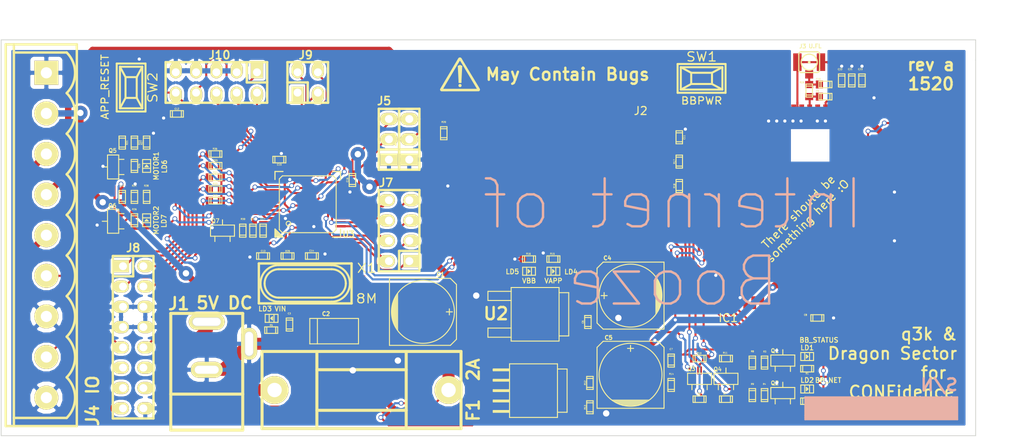
<source format=kicad_pcb>
(kicad_pcb (version 4) (host pcbnew "(2015-05-11 BZR 5650)-product")
  (layers (0 F.Cu signal) (31 B.Cu signal) (34 B.Paste user) (35 F.Paste user) (36 B.SilkS user) (37 F.SilkS user) (38 B.Mask user) (39 F.Mask user) (44 Edge.Cuts user))
  (net 0 "")
  (net 1 +5V)
  (net 2 GND)
  (net 3 3V3)
  (net 4 +BATT)
  (net 5 "Net-(C8-Pad1)")
  (net 6 "Net-(C9-Pad1)")
  (net 7 "Net-(C10-Pad1)")
  (net 8 "Net-(C11-Pad1)")
  (net 9 /APP_RST)
  (net 10 "Net-(C13-Pad1)")
  (net 11 "Net-(C14-Pad1)")
  (net 12 "Net-(F1-Pad1)")
  (net 13 "Net-(IC1-Pad1)")
  (net 14 "Net-(IC1-Pad2)")
  (net 15 "Net-(IC1-Pad3)")
  (net 16 "Net-(IC1-Pad4)")
  (net 17 "Net-(IC1-Pad5)")
  (net 18 "Net-(IC1-Pad6)")
  (net 19 "Net-(IC1-Pad7)")
  (net 20 "Net-(IC1-Pad8)")
  (net 21 "Net-(IC1-Pad9)")
  (net 22 "Net-(IC1-Pad10)")
  (net 23 "Net-(IC1-Pad11)")
  (net 24 "Net-(IC1-Pad12)")
  (net 25 "Net-(IC1-Pad13)")
  (net 26 "Net-(IC1-Pad14)")
  (net 27 "Net-(IC1-Pad15)")
  (net 28 "Net-(IC1-Pad16)")
  (net 29 "Net-(IC1-Pad19)")
  (net 30 "Net-(IC1-Pad20)")
  (net 31 "Net-(IC1-Pad21)")
  (net 32 "Net-(IC1-Pad22)")
  (net 33 "Net-(IC1-Pad23)")
  (net 34 "Net-(IC1-Pad24)")
  (net 35 "Net-(IC1-Pad25)")
  (net 36 "Net-(IC1-Pad27)")
  (net 37 "Net-(IC1-Pad28)")
  (net 38 "Net-(IC1-Pad31)")
  (net 39 "Net-(IC1-Pad32)")
  (net 40 "Net-(IC1-Pad33)")
  (net 41 "Net-(IC1-Pad34)")
  (net 42 "Net-(IC1-Pad35)")
  (net 43 "Net-(IC1-Pad36)")
  (net 44 "Net-(IC1-Pad37)")
  (net 45 "Net-(IC1-Pad38)")
  (net 46 "Net-(IC1-Pad40)")
  (net 47 "Net-(IC1-Pad41)")
  (net 48 "Net-(IC1-Pad42)")
  (net 49 "Net-(IC1-Pad43)")
  (net 50 "Net-(IC1-Pad44)")
  (net 51 "Net-(IC1-Pad47)")
  (net 52 "Net-(IC1-Pad48)")
  (net 53 "Net-(IC1-Pad49)")
  (net 54 "Net-(IC1-Pad50)")
  (net 55 "Net-(IC1-Pad51)")
  (net 56 "Net-(IC1-Pad52)")
  (net 57 "Net-(IC1-Pad66)")
  (net 58 "Net-(IC1-Pad67)")
  (net 59 "Net-(IC1-Pad68)")
  (net 60 "Net-(J2-Pad2)")
  (net 61 "Net-(J2-Pad3)")
  (net 62 "Net-(J2-Pad4)")
  (net 63 "Net-(J2-Pad5)")
  (net 64 +12V)
  (net 65 /MOTOR_1)
  (net 66 /MOTOR_2)
  (net 67 "Net-(J5-Pad2)")
  (net 68 "Net-(J6-Pad2)")
  (net 69 "Net-(J7-Pad1)")
  (net 70 "Net-(J7-Pad2)")
  (net 71 "Net-(J7-Pad3)")
  (net 72 "Net-(J7-Pad4)")
  (net 73 "Net-(J7-Pad5)")
  (net 74 "Net-(J7-Pad6)")
  (net 75 "Net-(J7-Pad7)")
  (net 76 "Net-(J7-Pad8)")
  (net 77 /A_VEND_1)
  (net 78 /A_VEND_2)
  (net 79 /A_VEND_3)
  (net 80 /A_ESCROW)
  (net 81 "Net-(J8-Pad11)")
  (net 82 "Net-(J8-Pad12)")
  (net 83 "Net-(J8-Pad13)")
  (net 84 "Net-(J8-Pad14)")
  (net 85 "Net-(J9-Pad1)")
  (net 86 "Net-(J9-Pad2)")
  (net 87 "Net-(J9-Pad3)")
  (net 88 "Net-(J9-Pad4)")
  (net 89 "Net-(J10-Pad2)")
  (net 90 "Net-(J10-Pad4)")
  (net 91 "Net-(J10-Pad6)")
  (net 92 "Net-(J10-Pad8)")
  (net 93 "Net-(LD1-Pad2)")
  (net 94 "Net-(LD2-Pad2)")
  (net 95 "Net-(LD3-Pad2)")
  (net 96 "Net-(LD4-Pad2)")
  (net 97 "Net-(LD5-Pad2)")
  (net 98 "Net-(LD6-Pad1)")
  (net 99 "Net-(LD6-Pad2)")
  (net 100 "Net-(LD7-Pad1)")
  (net 101 "Net-(LD7-Pad2)")
  (net 102 "Net-(Q1-Pad1)")
  (net 103 "Net-(Q1-Pad3)")
  (net 104 "Net-(Q2-Pad1)")
  (net 105 "Net-(Q2-Pad3)")
  (net 106 /BB_TX)
  (net 107 /BB_RX)
  (net 108 "Net-(Q5-Pad1)")
  (net 109 "Net-(Q6-Pad1)")
  (net 110 "Net-(Q7-Pad1)")
  (net 111 "Net-(R12-Pad2)")
  (net 112 /U_ESCROW)
  (net 113 "Net-(U3-Pad4)")
  (net 114 "Net-(U3-Pad1)")
  (net 115 "Net-(U3-Pad2)")
  (net 116 "Net-(U3-Pad3)")
  (net 117 "Net-(U3-Pad18)")
  (net 118 "Net-(U3-Pad19)")
  (net 119 "Net-(U3-Pad27)")
  (net 120 "Net-(U3-Pad28)")
  (net 121 "Net-(U3-Pad33)")
  (net 122 /A_VEND_4)
  (net 123 /A_BUSY)
  (module sim900:SIM900 (layer F.Cu) (at 152.654 95.25)
    (fp_text reference IC1 (at 1.8034 25.908) (layer F.SilkS))
    (fp_text value SIM900)
    (pad 1 smd rect (at 0 4) (size 1.6 0.6) (layers F.Cu F.Paste F.Mask) (net 13 "Net-(IC1-Pad1)"))
    (pad 2 smd rect (at 0 5) (size 1.6 0.6) (layers F.Cu F.Paste F.Mask) (net 14 "Net-(IC1-Pad2)"))
    (pad 3 smd rect (at 0 6) (size 1.6 0.6) (layers F.Cu F.Paste F.Mask) (net 15 "Net-(IC1-Pad3)"))
    (pad 4 smd rect (at 0 7) (size 1.6 0.6) (layers F.Cu F.Paste F.Mask) (net 16 "Net-(IC1-Pad4)"))
    (pad 5 smd rect (at 0 8) (size 1.6 0.6) (layers F.Cu F.Paste F.Mask) (net 17 "Net-(IC1-Pad5)"))
    (pad 6 smd rect (at 0 9) (size 1.6 0.6) (layers F.Cu F.Paste F.Mask) (net 18 "Net-(IC1-Pad6)"))
    (pad 7 smd rect (at 0 10) (size 1.6 0.6) (layers F.Cu F.Paste F.Mask) (net 19 "Net-(IC1-Pad7)"))
    (pad 8 smd rect (at 0 11) (size 1.6 0.6) (layers F.Cu F.Paste F.Mask) (net 20 "Net-(IC1-Pad8)"))
    (pad 9 smd rect (at 0 12) (size 1.6 0.6) (layers F.Cu F.Paste F.Mask) (net 21 "Net-(IC1-Pad9)"))
    (pad 10 smd rect (at 0 13) (size 1.6 0.6) (layers F.Cu F.Paste F.Mask) (net 22 "Net-(IC1-Pad10)"))
    (pad 11 smd rect (at 0 14) (size 1.6 0.6) (layers F.Cu F.Paste F.Mask) (net 23 "Net-(IC1-Pad11)"))
    (pad 12 smd rect (at 0 15) (size 1.6 0.6) (layers F.Cu F.Paste F.Mask) (net 24 "Net-(IC1-Pad12)"))
    (pad 13 smd rect (at 0 16) (size 1.6 0.6) (layers F.Cu F.Paste F.Mask) (net 25 "Net-(IC1-Pad13)"))
    (pad 14 smd rect (at 0 17) (size 1.6 0.6) (layers F.Cu F.Paste F.Mask) (net 26 "Net-(IC1-Pad14)"))
    (pad 15 smd rect (at 0 18) (size 1.6 0.6) (layers F.Cu F.Paste F.Mask) (net 27 "Net-(IC1-Pad15)"))
    (pad 16 smd rect (at 0 19) (size 1.6 0.6) (layers F.Cu F.Paste F.Mask) (net 28 "Net-(IC1-Pad16)"))
    (pad 17 smd rect (at 0 20) (size 1.6 0.6) (layers F.Cu F.Paste F.Mask) (net 2 GND))
    (pad 18 smd rect (at 4 24) (size 0.6 1.6) (layers F.Cu F.Paste F.Mask) (net 2 GND))
    (pad 19 smd rect (at 5 24) (size 0.6 1.6) (layers F.Cu F.Paste F.Mask) (net 29 "Net-(IC1-Pad19)"))
    (pad 20 smd rect (at 6 24) (size 0.6 1.6) (layers F.Cu F.Paste F.Mask) (net 30 "Net-(IC1-Pad20)"))
    (pad 21 smd rect (at 7 24) (size 0.6 1.6) (layers F.Cu F.Paste F.Mask) (net 31 "Net-(IC1-Pad21)"))
    (pad 22 smd rect (at 8 24) (size 0.6 1.6) (layers F.Cu F.Paste F.Mask) (net 32 "Net-(IC1-Pad22)"))
    (pad 23 smd rect (at 9 24) (size 0.6 1.6) (layers F.Cu F.Paste F.Mask) (net 33 "Net-(IC1-Pad23)"))
    (pad 24 smd rect (at 10 24) (size 0.6 1.6) (layers F.Cu F.Paste F.Mask) (net 34 "Net-(IC1-Pad24)"))
    (pad 25 smd rect (at 11 24) (size 0.6 1.6) (layers F.Cu F.Paste F.Mask) (net 35 "Net-(IC1-Pad25)"))
    (pad 26 smd rect (at 12 24) (size 0.6 1.6) (layers F.Cu F.Paste F.Mask) (net 5 "Net-(C8-Pad1)"))
    (pad 27 smd rect (at 13 24) (size 0.6 1.6) (layers F.Cu F.Paste F.Mask) (net 36 "Net-(IC1-Pad27)"))
    (pad 28 smd rect (at 14 24) (size 0.6 1.6) (layers F.Cu F.Paste F.Mask) (net 37 "Net-(IC1-Pad28)"))
    (pad 29 smd rect (at 15 24) (size 0.6 1.6) (layers F.Cu F.Paste F.Mask) (net 2 GND))
    (pad 30 smd rect (at 16 24) (size 0.6 1.6) (layers F.Cu F.Paste F.Mask) (net 8 "Net-(C11-Pad1)"))
    (pad 31 smd rect (at 17 24) (size 0.6 1.6) (layers F.Cu F.Paste F.Mask) (net 38 "Net-(IC1-Pad31)"))
    (pad 32 smd rect (at 18 24) (size 0.6 1.6) (layers F.Cu F.Paste F.Mask) (net 39 "Net-(IC1-Pad32)"))
    (pad 33 smd rect (at 19 24) (size 0.6 1.6) (layers F.Cu F.Paste F.Mask) (net 40 "Net-(IC1-Pad33)"))
    (pad 34 smd rect (at 20 24) (size 0.6 1.6) (layers F.Cu F.Paste F.Mask) (net 41 "Net-(IC1-Pad34)"))
    (pad 35 smd rect (at 24 20) (size 1.6 0.6) (layers F.Cu F.Paste F.Mask) (net 42 "Net-(IC1-Pad35)"))
    (pad 36 smd rect (at 24 19) (size 1.6 0.6) (layers F.Cu F.Paste F.Mask) (net 43 "Net-(IC1-Pad36)"))
    (pad 37 smd rect (at 24 18) (size 1.6 0.6) (layers F.Cu F.Paste F.Mask) (net 44 "Net-(IC1-Pad37)"))
    (pad 38 smd rect (at 24 17) (size 1.6 0.6) (layers F.Cu F.Paste F.Mask) (net 45 "Net-(IC1-Pad38)"))
    (pad 39 smd rect (at 24 16) (size 1.6 0.6) (layers F.Cu F.Paste F.Mask) (net 2 GND))
    (pad 40 smd rect (at 24 15) (size 1.6 0.6) (layers F.Cu F.Paste F.Mask) (net 46 "Net-(IC1-Pad40)"))
    (pad 41 smd rect (at 24 14) (size 1.6 0.6) (layers F.Cu F.Paste F.Mask) (net 47 "Net-(IC1-Pad41)"))
    (pad 42 smd rect (at 24 13) (size 1.6 0.6) (layers F.Cu F.Paste F.Mask) (net 48 "Net-(IC1-Pad42)"))
    (pad 43 smd rect (at 24 12) (size 1.6 0.6) (layers F.Cu F.Paste F.Mask) (net 49 "Net-(IC1-Pad43)"))
    (pad 44 smd rect (at 24 11) (size 1.6 0.6) (layers F.Cu F.Paste F.Mask) (net 50 "Net-(IC1-Pad44)"))
    (pad 45 smd rect (at 24 10) (size 1.6 0.6) (layers F.Cu F.Paste F.Mask) (net 2 GND))
    (pad 46 smd rect (at 24 9) (size 1.6 0.6) (layers F.Cu F.Paste F.Mask) (net 2 GND))
    (pad 47 smd rect (at 24 8) (size 1.6 0.6) (layers F.Cu F.Paste F.Mask) (net 51 "Net-(IC1-Pad47)"))
    (pad 48 smd rect (at 24 7) (size 1.6 0.6) (layers F.Cu F.Paste F.Mask) (net 52 "Net-(IC1-Pad48)"))
    (pad 49 smd rect (at 24 6) (size 1.6 0.6) (layers F.Cu F.Paste F.Mask) (net 53 "Net-(IC1-Pad49)"))
    (pad 50 smd rect (at 24 5) (size 1.6 0.6) (layers F.Cu F.Paste F.Mask) (net 54 "Net-(IC1-Pad50)"))
    (pad 51 smd rect (at 24 4) (size 1.6 0.6) (layers F.Cu F.Paste F.Mask) (net 55 "Net-(IC1-Pad51)"))
    (pad 52 smd rect (at 20 0) (size 0.6 1.6) (layers F.Cu F.Paste F.Mask) (net 56 "Net-(IC1-Pad52)"))
    (pad 53 smd rect (at 19 0) (size 0.6 1.6) (layers F.Cu F.Paste F.Mask) (net 2 GND))
    (pad 54 smd rect (at 18 0) (size 0.6 1.6) (layers F.Cu F.Paste F.Mask) (net 2 GND))
    (pad 55 smd rect (at 17 0) (size 0.6 1.6) (layers F.Cu F.Paste F.Mask) (net 4 +BATT))
    (pad 56 smd rect (at 16 0) (size 0.6 1.6) (layers F.Cu F.Paste F.Mask) (net 4 +BATT))
    (pad 57 smd rect (at 15 0) (size 0.6 1.6) (layers F.Cu F.Paste F.Mask) (net 4 +BATT))
    (pad 58 smd rect (at 14 0) (size 0.6 1.6) (layers F.Cu F.Paste F.Mask) (net 2 GND))
    (pad 59 smd rect (at 13 0) (size 0.6 1.6) (layers F.Cu F.Paste F.Mask) (net 2 GND))
    (pad 60 smd rect (at 12 0) (size 0.6 1.6) (layers F.Cu F.Paste F.Mask) (net 6 "Net-(C9-Pad1)"))
    (pad 61 smd rect (at 11 0) (size 0.6 1.6) (layers F.Cu F.Paste F.Mask) (net 2 GND))
    (pad 62 smd rect (at 10 0) (size 0.6 1.6) (layers F.Cu F.Paste F.Mask) (net 2 GND))
    (pad 63 smd rect (at 9 0) (size 0.6 1.6) (layers F.Cu F.Paste F.Mask) (net 2 GND))
    (pad 64 smd rect (at 8 0) (size 0.6 1.6) (layers F.Cu F.Paste F.Mask) (net 2 GND))
    (pad 65 smd rect (at 7 0) (size 0.6 1.6) (layers F.Cu F.Paste F.Mask) (net 2 GND))
    (pad 66 smd rect (at 6 0) (size 0.6 1.6) (layers F.Cu F.Paste F.Mask) (net 57 "Net-(IC1-Pad66)"))
    (pad 67 smd rect (at 5 0) (size 0.6 1.6) (layers F.Cu F.Paste F.Mask) (net 58 "Net-(IC1-Pad67)"))
    (pad 68 smd rect (at 4 0) (size 0.6 1.6) (layers F.Cu F.Paste F.Mask) (net 59 "Net-(IC1-Pad68)"))
  )
  (module w_pin_strip:pin_strip_8x2 (layer F.Cu) (at 80.01 123.571 270)
    (fp_text reference J8 (at -11.176 0 360) (layer F.SilkS) (effects (font (size 1.016 1.016) (thickness 0.2032))))
    (fp_text value ACCEPTOR hide)
    (pad 1 thru_hole rect (at -8.89 1.27 270) (size 1.524 1.99898) (drill 1.00076 (offset 0 0.24892)) (layers *.Cu *.Mask F.SilkS) (net 77 /A_VEND_1))
    (pad 2 thru_hole oval (at -8.89 -1.27 270) (size 1.524 1.99898) (drill 1.00076 (offset 0 -0.24892)) (layers *.Cu *.Mask F.SilkS) (net 78 /A_VEND_2))
    (pad 3 thru_hole oval (at -6.35 1.27 270) (size 1.524 1.99898) (drill 1.00076 (offset 0 0.24892)) (layers *.Cu *.Mask F.SilkS) (net 79 /A_VEND_3))
    (pad 4 thru_hole oval (at -6.35 -1.27 270) (size 1.524 1.99898) (drill 1.00076 (offset 0 -0.24892)) (layers *.Cu *.Mask F.SilkS) (net 122 /A_VEND_4))
    (pad 5 thru_hole oval (at -3.81 1.27 270) (size 1.524 1.99898) (drill 1.00076 (offset 0 0.24892)) (layers *.Cu *.Mask F.SilkS) (net 2 GND))
    (pad 6 thru_hole oval (at -3.81 -1.27 270) (size 1.524 1.99898) (drill 1.00076 (offset 0 -0.24892)) (layers *.Cu *.Mask F.SilkS) (net 2 GND))
    (pad 7 thru_hole oval (at -1.27 1.27 270) (size 1.524 1.99898) (drill 1.00076 (offset 0 0.24892)) (layers *.Cu *.Mask F.SilkS) (net 2 GND))
    (pad 8 thru_hole oval (at -1.27 -1.27 270) (size 1.524 1.99898) (drill 1.00076 (offset 0 -0.24892)) (layers *.Cu *.Mask F.SilkS) (net 2 GND))
    (pad 9 thru_hole oval (at 1.27 1.27 270) (size 1.524 1.99898) (drill 1.00076 (offset 0 0.24892)) (layers *.Cu *.Mask F.SilkS) (net 123 /A_BUSY))
    (pad 10 thru_hole oval (at 1.27 -1.27 270) (size 1.524 1.99898) (drill 1.00076 (offset 0 -0.24892)) (layers *.Cu *.Mask F.SilkS) (net 80 /A_ESCROW))
    (pad 11 thru_hole oval (at 3.81 1.27 270) (size 1.524 1.99898) (drill 1.00076 (offset 0 0.24892)) (layers *.Cu *.Mask F.SilkS) (net 81 "Net-(J8-Pad11)"))
    (pad 12 thru_hole oval (at 3.81 -1.27 270) (size 1.524 1.99898) (drill 1.00076 (offset 0 -0.24892)) (layers *.Cu *.Mask F.SilkS) (net 82 "Net-(J8-Pad12)"))
    (pad 13 thru_hole oval (at 6.35 1.27 270) (size 1.524 1.99898) (drill 1.00076 (offset 0 0.24892)) (layers *.Cu *.Mask F.SilkS) (net 83 "Net-(J8-Pad13)"))
    (pad 14 thru_hole oval (at 6.35 -1.27 270) (size 1.524 1.99898) (drill 1.00076 (offset 0 -0.24892)) (layers *.Cu *.Mask F.SilkS) (net 84 "Net-(J8-Pad14)"))
    (pad 15 thru_hole oval (at 8.89 1.27 270) (size 1.524 1.99898) (drill 1.00076 (offset 0 0.24892)) (layers *.Cu *.Mask F.SilkS) (net 64 +12V))
    (pad 16 thru_hole oval (at 8.89 -1.27 270) (size 1.524 1.99898) (drill 1.00076 (offset 0 -0.24892)) (layers *.Cu *.Mask F.SilkS) (net 2 GND))
  )
  (module w_pin_strip:pin_strip_3 (layer F.Cu) (at 112.014 98.806 90)
    (fp_text reference J5 (at 4.8006 -0.6096 360) (layer F.SilkS) (effects (font (size 1.016 1.016) (thickness 0.2032))))
    (fp_text value BOOT0 hide)
    (pad 1 thru_hole rect (at -2.54 0 90) (size 1.524 2.19964) (drill 1.00076) (layers *.Cu *.Mask F.SilkS) (net 2 GND))
    (pad 2 thru_hole oval (at 0 0 90) (size 1.524 2.19964) (drill 1.00076) (layers *.Cu *.Mask F.SilkS) (net 67 "Net-(J5-Pad2)"))
    (pad 3 thru_hole oval (at 2.54 0 90) (size 1.524 2.19964) (drill 1.00076) (layers *.Cu *.Mask F.SilkS) (net 3 3V3))
  )
  (module w_smd_cap:c_elec_8x10 (layer F.Cu) (at 116.2685 120.396)
    (fp_text reference C1 (at 2.1971 -4.699) (layer F.SilkS) (effects (font (size 0.50038 0.50038) (thickness 0.11938))))
    (fp_text value 470u hide)
    (pad 1 smd rect (at 3.2512 0) (size 3.50012 2.4003) (layers F.Cu F.Paste F.Mask) (net 1 +5V))
    (pad 2 smd rect (at -3.2512 0) (size 3.50012 2.4003) (layers F.Cu F.Paste F.Mask) (net 2 GND))
  )
  (module w_smd_cap:c_tant_C (layer F.Cu) (at 105.156 122.809 180)
    (fp_text reference C2 (at 1.016 2.159 180) (layer F.SilkS) (effects (font (size 0.50038 0.50038) (thickness 0.11938))))
    (fp_text value 100u hide)
    (pad 2 smd rect (at 2.52476 0 180) (size 2.55016 2.49936) (layers F.Cu F.Paste F.Mask) (net 2 GND))
    (pad 1 smd rect (at -2.52476 0 180) (size 2.55016 2.49936) (layers F.Cu F.Paste F.Mask) (net 1 +5V))
  )
  (module w_smd_cap:c_0603 (layer F.Cu) (at 99.568 121.9835 90)
    (fp_text reference C3 (at 1.3843 -0.0254 180) (layer F.SilkS) (effects (font (size 0.20066 0.20066) (thickness 0.04064))))
    (fp_text value 1u hide)
    (pad 1 smd rect (at 0.75184 0 90) (size 0.89916 1.00076) (layers F.Cu F.Paste F.Mask) (net 1 +5V))
    (pad 2 smd rect (at -0.75184 0 90) (size 0.89916 1.00076) (layers F.Cu F.Paste F.Mask) (net 2 GND))
  )
  (module w_smd_cap:c_elec_8x10 (layer F.Cu) (at 142.24 118.364 180)
    (fp_text reference C4 (at 2.8956 4.699 180) (layer F.SilkS) (effects (font (size 0.50038 0.50038) (thickness 0.11938))))
    (fp_text value 470u hide)
    (pad 1 smd rect (at 3.2512 0 180) (size 3.50012 2.4003) (layers F.Cu F.Paste F.Mask) (net 3 3V3))
    (pad 2 smd rect (at -3.2512 0 180) (size 3.50012 2.4003) (layers F.Cu F.Paste F.Mask) (net 2 GND))
  )
  (module w_smd_cap:c_elec_8x10 (layer F.Cu) (at 142.24 128.27 90)
    (fp_text reference C5 (at 4.6482 -2.7432 180) (layer F.SilkS) (effects (font (size 0.50038 0.50038) (thickness 0.11938))))
    (fp_text value 470u hide)
    (pad 1 smd rect (at 3.2512 0 90) (size 3.50012 2.4003) (layers F.Cu F.Paste F.Mask) (net 4 +BATT))
    (pad 2 smd rect (at -3.2512 0 90) (size 3.50012 2.4003) (layers F.Cu F.Paste F.Mask) (net 2 GND))
  )
  (module w_smd_cap:c_0603 (layer F.Cu) (at 136.906 121.666 90)
    (fp_text reference C6 (at 0 -0.635 90) (layer F.SilkS) (effects (font (size 0.20066 0.20066) (thickness 0.04064))))
    (fp_text value 100n hide)
    (pad 1 smd rect (at 0.75184 0 90) (size 0.89916 1.00076) (layers F.Cu F.Paste F.Mask) (net 3 3V3))
    (pad 2 smd rect (at -0.75184 0 90) (size 0.89916 1.00076) (layers F.Cu F.Paste F.Mask) (net 2 GND))
  )
  (module w_smd_cap:c_0603 (layer F.Cu) (at 147.32 126.492 90)
    (fp_text reference C7 (at 1.4224 0 180) (layer F.SilkS) (effects (font (size 0.20066 0.20066) (thickness 0.04064))))
    (fp_text value 100n hide)
    (pad 1 smd rect (at 0.75184 0 90) (size 0.89916 1.00076) (layers F.Cu F.Paste F.Mask) (net 4 +BATT))
    (pad 2 smd rect (at -0.75184 0 90) (size 0.89916 1.00076) (layers F.Cu F.Paste F.Mask) (net 2 GND))
  )
  (module w_smd_cap:c_0603 (layer F.Cu) (at 165.608 121.158 180)
    (fp_text reference C8 (at 1.4732 0.381 180) (layer F.SilkS) (effects (font (size 0.20066 0.20066) (thickness 0.04064))))
    (fp_text value 4u7 hide)
    (pad 1 smd rect (at 0.75184 0 180) (size 0.89916 1.00076) (layers F.Cu F.Paste F.Mask) (net 5 "Net-(C8-Pad1)"))
    (pad 2 smd rect (at -0.75184 0 180) (size 0.89916 1.00076) (layers F.Cu F.Paste F.Mask) (net 2 GND))
  )
  (module w_smd_cap:c_0603 (layer F.Cu) (at 166.624 93.472 180)
    (fp_text reference C9 (at 1.016 0.6858 180) (layer F.SilkS) (effects (font (size 0.20066 0.20066) (thickness 0.04064))))
    (fp_text value C hide)
    (pad 1 smd rect (at 0.75184 0 180) (size 0.89916 1.00076) (layers F.Cu F.Paste F.Mask) (net 6 "Net-(C9-Pad1)"))
    (pad 2 smd rect (at -0.75184 0 180) (size 0.89916 1.00076) (layers F.Cu F.Paste F.Mask) (net 2 GND))
  )
  (module w_smd_cap:c_0603 (layer F.Cu) (at 166.624 91.948 180)
    (fp_text reference C10 (at 0.889 0.6858 180) (layer F.SilkS) (effects (font (size 0.20066 0.20066) (thickness 0.04064))))
    (fp_text value C hide)
    (pad 1 smd rect (at 0.75184 0 180) (size 0.89916 1.00076) (layers F.Cu F.Paste F.Mask) (net 7 "Net-(C10-Pad1)"))
    (pad 2 smd rect (at -0.75184 0 180) (size 0.89916 1.00076) (layers F.Cu F.Paste F.Mask) (net 2 GND))
  )
  (module w_smd_cap:c_0603 (layer F.Cu) (at 148.336 98.552 270)
    (fp_text reference C11 (at 0 -0.635 270) (layer F.SilkS) (effects (font (size 0.20066 0.20066) (thickness 0.04064))))
    (fp_text value 100n hide)
    (pad 1 smd rect (at 0.75184 0 270) (size 0.89916 1.00076) (layers F.Cu F.Paste F.Mask) (net 8 "Net-(C11-Pad1)"))
    (pad 2 smd rect (at -0.75184 0 270) (size 0.89916 1.00076) (layers F.Cu F.Paste F.Mask) (net 2 GND))
  )
  (module w_smd_cap:c_0603 (layer F.Cu) (at 85.48116 95.631)
    (fp_text reference C12 (at 0 -0.635) (layer F.SilkS) (effects (font (size 0.20066 0.20066) (thickness 0.04064))))
    (fp_text value 100n hide)
    (pad 1 smd rect (at 0.75184 0) (size 0.89916 1.00076) (layers F.Cu F.Paste F.Mask) (net 9 /APP_RST))
    (pad 2 smd rect (at -0.75184 0) (size 0.89916 1.00076) (layers F.Cu F.Paste F.Mask) (net 2 GND))
  )
  (module w_smd_cap:c_0603 (layer F.Cu) (at 96.266 113.411)
    (fp_text reference C13 (at 0 -0.635) (layer F.SilkS) (effects (font (size 0.20066 0.20066) (thickness 0.04064))))
    (fp_text value 22p hide)
    (pad 1 smd rect (at 0.75184 0) (size 0.89916 1.00076) (layers F.Cu F.Paste F.Mask) (net 10 "Net-(C13-Pad1)"))
    (pad 2 smd rect (at -0.75184 0) (size 0.89916 1.00076) (layers F.Cu F.Paste F.Mask) (net 2 GND))
  )
  (module w_smd_cap:c_0603 (layer F.Cu) (at 102.37216 113.411 180)
    (fp_text reference C14 (at 0.03556 0.6604 180) (layer F.SilkS) (effects (font (size 0.20066 0.20066) (thickness 0.04064))))
    (fp_text value 22p hide)
    (pad 1 smd rect (at 0.75184 0 180) (size 0.89916 1.00076) (layers F.Cu F.Paste F.Mask) (net 11 "Net-(C14-Pad1)"))
    (pad 2 smd rect (at -0.75184 0 180) (size 0.89916 1.00076) (layers F.Cu F.Paste F.Mask) (net 2 GND))
  )
  (module w_smd_cap:c_0603 (layer F.Cu) (at 98.298 101.346 180)
    (fp_text reference C15 (at 0 -0.635 180) (layer F.SilkS) (effects (font (size 0.20066 0.20066) (thickness 0.04064))))
    (fp_text value 100n hide)
    (pad 1 smd rect (at 0.75184 0 180) (size 0.89916 1.00076) (layers F.Cu F.Paste F.Mask) (net 3 3V3))
    (pad 2 smd rect (at -0.75184 0 180) (size 0.89916 1.00076) (layers F.Cu F.Paste F.Mask) (net 2 GND))
  )
  (module w_smd_cap:c_0603 (layer F.Cu) (at 107.442 103.89616 90)
    (fp_text reference C16 (at 0 -0.635 90) (layer F.SilkS) (effects (font (size 0.20066 0.20066) (thickness 0.04064))))
    (fp_text value 100n hide)
    (pad 1 smd rect (at 0.75184 0 90) (size 0.89916 1.00076) (layers F.Cu F.Paste F.Mask) (net 3 3V3))
    (pad 2 smd rect (at -0.75184 0 90) (size 0.89916 1.00076) (layers F.Cu F.Paste F.Mask) (net 2 GND))
  )
  (module w_smd_cap:c_0603 (layer F.Cu) (at 96.266 110.236 270)
    (fp_text reference C17 (at -1.4478 0.0254 360) (layer F.SilkS) (effects (font (size 0.20066 0.20066) (thickness 0.04064))))
    (fp_text value 100n hide)
    (pad 1 smd rect (at 0.75184 0 270) (size 0.89916 1.00076) (layers F.Cu F.Paste F.Mask) (net 3 3V3))
    (pad 2 smd rect (at -0.75184 0 270) (size 0.89916 1.00076) (layers F.Cu F.Paste F.Mask) (net 2 GND))
  )
  (module w_misc_comp:fuse_holder_CQ-2 (layer F.Cu) (at 108.585 130.175 90)
    (fp_text reference F1 (at -2.54 13.97 90) (layer F.SilkS) (effects (font (thickness 0.3048))))
    (fp_text value 2A (at 2.54 13.97 90) (layer F.SilkS) (effects (font (thickness 0.3048))))
    (pad 1 thru_hole circle (at 0 -10.8839 90) (size 3.50012 3.50012) (drill 1.80086) (layers *.Cu *.Mask F.SilkS) (net 12 "Net-(F1-Pad1)"))
    (pad 2 thru_hole circle (at 0 10.8839 90) (size 3.50012 3.50012) (drill 1.80086) (layers *.Cu *.Mask F.SilkS) (net 1 +5V))
  )
  (module w_conn_misc:dc_socket (layer F.Cu) (at 89.2175 127.889)
    (fp_text reference J1 (at -3.4925 -8.509) (layer F.SilkS) (effects (font (thickness 0.3048))))
    (fp_text value "5V DC" (at 2.2225 -8.60044) (layer F.SilkS) (effects (font (thickness 0.3048))))
    (pad 1 thru_hole oval (at 5.30098 -3.50012) (size 1.99898 4.0005) (drill oval 1.00076 2.99974) (layers *.Cu *.Mask F.SilkS) (net 2 GND))
    (pad 2 thru_hole oval (at 0 -0.24892) (size 4.0005 1.99898) (drill oval 2.99974 1.00076) (layers *.Cu *.Mask F.SilkS) (net 2 GND))
    (pad 3 thru_hole oval (at 0 -6.25094) (size 4.50088 1.99898) (drill oval 3.50012 1.00076) (layers *.Cu *.Mask F.SilkS) (net 12 "Net-(F1-Pad1)"))
  )
  (module sim900:C707-10M006-049-2 (layer F.Cu) (at 147.32 103.886 180)
    (fp_text reference J2 (at 3.81 8.636 180) (layer F.SilkS))
    (fp_text value SIMHOLDER)
    (pad 1 smd rect (at 0 5.08 180) (size 1.7 1.3) (drill (offset 0.85 0)) (layers F.Cu F.Paste F.Mask) (net 8 "Net-(C11-Pad1)"))
    (pad 2 smd rect (at 0 2.54 180) (size 1.7 1.3) (drill (offset 0.85 0)) (layers F.Cu F.Paste F.Mask) (net 60 "Net-(J2-Pad2)"))
    (pad 3 smd rect (at 0 0 180) (size 1.7 1.3) (drill (offset 0.85 0)) (layers F.Cu F.Paste F.Mask) (net 61 "Net-(J2-Pad3)"))
    (pad 4 smd rect (at 27.4 5.08 180) (size 1.7 1.3) (drill (offset -0.85 0)) (layers F.Cu F.Paste F.Mask) (net 62 "Net-(J2-Pad4)"))
    (pad 5 smd rect (at 27.4 2.54 180) (size 1.7 1.3) (drill (offset -0.85 0)) (layers F.Cu F.Paste F.Mask) (net 63 "Net-(J2-Pad5)"))
    (pad 6 smd rect (at 27.4 0 180) (size 1.7 1.3) (drill (offset -0.85 0)) (layers F.Cu F.Paste F.Mask) (net 2 GND))
  )
  (module w_conn_rf:coaxial_u.fl-r-smt-1 (layer F.Cu) (at 164.592 89.154)
    (fp_text reference J3 (at -0.8128 -1.9812) (layer F.SilkS) (effects (font (size 0.5 0.5) (thickness 0.1))))
    (fp_text value U.FL (at 0.7366 -2.0066) (layer F.SilkS) (effects (font (size 0.5 0.5) (thickness 0.1))))
    (pad 2 smd rect (at -1.475 0) (size 1.05 2.2) (layers F.Cu F.Paste F.Mask) (net 2 GND))
    (pad 2 smd rect (at 1.475 0) (size 1.05 2.2) (layers F.Cu F.Paste F.Mask) (net 2 GND))
    (pad 1 smd rect (at 0 1.525) (size 1 1.05) (layers F.Cu F.Paste F.Mask) (net 7 "Net-(C10-Pad1)"))
  )
  (module w_conn_screw:mstbva_2,5%2f9-g-5,08 (layer F.Cu) (at 69.1515 110.8075 270)
    (fp_text reference J4 (at 22.5425 -5.7785 270) (layer F.SilkS) (effects (font (thickness 0.3048))))
    (fp_text value IO (at 18.7325 -5.7785 270) (layer F.SilkS) (effects (font (thickness 0.3048))))
    (pad 1 thru_hole rect (at -20.32 0 270) (size 2.99974 2.99974) (drill 1.39954) (layers *.Cu *.Mask F.SilkS) (net 2 GND))
    (pad 4 thru_hole circle (at -5.08 0 270) (size 2.99974 2.99974) (drill 1.39954) (layers *.Cu *.Mask F.SilkS) (net 3 3V3))
    (pad 5 thru_hole circle (at 0 0 270) (size 2.99974 2.99974) (drill 1.39954) (layers *.Cu *.Mask F.SilkS) (net 64 +12V))
    (pad 6 thru_hole circle (at 5.08 0 270) (size 2.99974 2.99974) (drill 1.39954) (layers *.Cu *.Mask F.SilkS) (net 65 /MOTOR_1))
    (pad 7 thru_hole circle (at 10.16 0 270) (size 2.99974 2.99974) (drill 1.39954) (layers *.Cu *.Mask F.SilkS) (net 2 GND))
    (pad 8 thru_hole circle (at 15.24 0 270) (size 2.99974 2.99974) (drill 1.39954) (layers *.Cu *.Mask F.SilkS) (net 66 /MOTOR_2))
    (pad 9 thru_hole circle (at 20.32 0 270) (size 2.99974 2.99974) (drill 1.39954) (layers *.Cu *.Mask F.SilkS) (net 2 GND))
    (pad 3 thru_hole circle (at -10.16 0 270) (size 2.99974 2.99974) (drill 1.39954) (layers *.Cu *.Mask F.SilkS) (net 4 +BATT))
    (pad 2 thru_hole circle (at -15.24 0 270) (size 2.99974 2.99974) (drill 1.39954) (layers *.Cu *.Mask F.SilkS) (net 1 +5V))
  )
  (module w_pin_strip:pin_strip_3 (layer F.Cu) (at 114.554 98.806 90)
    (fp_text reference J6 (at 0 -2.159 90) (layer F.SilkS) (effects (font (size 1.016 1.016) (thickness 0.2032))))
    (fp_text value BOOT0 hide)
    (pad 1 thru_hole rect (at -2.54 0 90) (size 1.524 2.19964) (drill 1.00076) (layers *.Cu *.Mask F.SilkS) (net 2 GND))
    (pad 2 thru_hole oval (at 0 0 90) (size 1.524 2.19964) (drill 1.00076) (layers *.Cu *.Mask F.SilkS) (net 68 "Net-(J6-Pad2)"))
    (pad 3 thru_hole oval (at 2.54 0 90) (size 1.524 2.19964) (drill 1.00076) (layers *.Cu *.Mask F.SilkS) (net 3 3V3))
  )
  (module w_smd_leds:Led_0603 (layer F.Cu) (at 97.3328 121.2088 180)
    (fp_text reference LD3 (at 0.8128 1.1938 180) (layer F.SilkS) (effects (font (size 0.59944 0.59944) (thickness 0.11938))))
    (fp_text value VIN (at -1.0922 1.1938 180) (layer F.SilkS) (effects (font (size 0.59944 0.59944) (thickness 0.11938))))
    (pad 1 smd rect (at -0.7493 0 180) (size 0.79756 0.79756) (layers F.Cu F.Paste F.Mask) (net 1 +5V))
    (pad 2 smd rect (at 0.7493 0 180) (size 0.79756 0.79756) (layers F.Cu F.Paste F.Mask) (net 95 "Net-(LD3-Pad2)"))
  )
  (module w_smd_leds:Led_0603 (layer F.Cu) (at 132.588 115.316)
    (fp_text reference LD4 (at 2.2098 0.0762) (layer F.SilkS) (effects (font (size 0.59944 0.59944) (thickness 0.11938))))
    (fp_text value VAPP (at 0 1.19888) (layer F.SilkS) (effects (font (size 0.59944 0.59944) (thickness 0.11938))))
    (pad 1 smd rect (at -0.7493 0) (size 0.79756 0.79756) (layers F.Cu F.Paste F.Mask) (net 3 3V3))
    (pad 2 smd rect (at 0.7493 0) (size 0.79756 0.79756) (layers F.Cu F.Paste F.Mask) (net 96 "Net-(LD4-Pad2)"))
  )
  (module w_smd_leds:Led_0603 (layer F.Cu) (at 129.54 115.316)
    (fp_text reference LD5 (at -2.0828 0.0508) (layer F.SilkS) (effects (font (size 0.59944 0.59944) (thickness 0.11938))))
    (fp_text value VBB (at 0 1.19888) (layer F.SilkS) (effects (font (size 0.59944 0.59944) (thickness 0.11938))))
    (pad 1 smd rect (at -0.7493 0) (size 0.79756 0.79756) (layers F.Cu F.Paste F.Mask) (net 4 +BATT))
    (pad 2 smd rect (at 0.7493 0) (size 0.79756 0.79756) (layers F.Cu F.Paste F.Mask) (net 97 "Net-(LD5-Pad2)"))
  )
  (module w_smd_leds:Led_0603 (layer F.Cu) (at 81.69275 102.13975 90)
    (fp_text reference LD6 (at -0.06985 2.22885 90) (layer F.SilkS) (effects (font (size 0.59944 0.59944) (thickness 0.11938))))
    (fp_text value MOTOR1 (at 0 1.19888 90) (layer F.SilkS) (effects (font (size 0.59944 0.59944) (thickness 0.11938))))
    (pad 1 smd rect (at -0.7493 0 90) (size 0.79756 0.79756) (layers F.Cu F.Paste F.Mask) (net 98 "Net-(LD6-Pad1)"))
    (pad 2 smd rect (at 0.7493 0 90) (size 0.79756 0.79756) (layers F.Cu F.Paste F.Mask) (net 99 "Net-(LD6-Pad2)"))
  )
  (module w_smd_leds:Led_0603 (layer F.Cu) (at 81.69275 108.93425 90)
    (fp_text reference LD7 (at -0.10795 2.17805 90) (layer F.SilkS) (effects (font (size 0.59944 0.59944) (thickness 0.11938))))
    (fp_text value MOTOR2 (at 0 1.19888 90) (layer F.SilkS) (effects (font (size 0.59944 0.59944) (thickness 0.11938))))
    (pad 1 smd rect (at -0.7493 0 90) (size 0.79756 0.79756) (layers F.Cu F.Paste F.Mask) (net 100 "Net-(LD7-Pad1)"))
    (pad 2 smd rect (at 0.7493 0 90) (size 0.79756 0.79756) (layers F.Cu F.Paste F.Mask) (net 101 "Net-(LD7-Pad2)"))
  )
  (module w_smd_trans:sot23 (layer F.Cu) (at 150.876 128.778)
    (fp_text reference Q3 (at -1.0414 -1.2446) (layer F.SilkS) (effects (font (size 0.50038 0.50038) (thickness 0.09906))))
    (fp_text value BSS138 hide)
    (pad 1 smd rect (at -0.9525 1.05664) (size 0.59944 1.00076) (layers F.Cu F.Paste F.Mask) (net 3 3V3))
    (pad 2 smd rect (at 0 -1.05664) (size 0.59944 1.00076) (layers F.Cu F.Paste F.Mask) (net 21 "Net-(IC1-Pad9)"))
    (pad 3 smd rect (at 0.9525 1.05664) (size 0.59944 1.00076) (layers F.Cu F.Paste F.Mask) (net 106 /BB_TX))
  )
  (module w_smd_trans:sot23 (layer F.Cu) (at 154.178 128.778)
    (fp_text reference Q4 (at -1.0414 -1.1938) (layer F.SilkS) (effects (font (size 0.50038 0.50038) (thickness 0.09906))))
    (fp_text value BSS138 hide)
    (pad 1 smd rect (at -0.9525 1.05664) (size 0.59944 1.00076) (layers F.Cu F.Paste F.Mask) (net 3 3V3))
    (pad 2 smd rect (at 0 -1.05664) (size 0.59944 1.00076) (layers F.Cu F.Paste F.Mask) (net 22 "Net-(IC1-Pad10)"))
    (pad 3 smd rect (at 0.9525 1.05664) (size 0.59944 1.00076) (layers F.Cu F.Paste F.Mask) (net 107 /BB_RX))
  )
  (module w_smd_trans:sot23 (layer F.Cu) (at 77.50175 102.26675 90)
    (fp_text reference Q5 (at 2.03835 -0.05715 180) (layer F.SilkS) (effects (font (size 0.50038 0.50038) (thickness 0.09906))))
    (fp_text value NPN_BEC hide)
    (pad 1 smd rect (at -0.9525 1.05664 90) (size 0.59944 1.00076) (layers F.Cu F.Paste F.Mask) (net 108 "Net-(Q5-Pad1)"))
    (pad 2 smd rect (at 0 -1.05664 90) (size 0.59944 1.00076) (layers F.Cu F.Paste F.Mask) (net 2 GND))
    (pad 3 smd rect (at 0.9525 1.05664 90) (size 0.59944 1.00076) (layers F.Cu F.Paste F.Mask) (net 65 /MOTOR_1))
  )
  (module w_smd_trans:sot23 (layer F.Cu) (at 77.50175 109.06125 90)
    (fp_text reference Q6 (at 1.94945 -0.08255 180) (layer F.SilkS) (effects (font (size 0.50038 0.50038) (thickness 0.09906))))
    (fp_text value NPN_BEC hide)
    (pad 1 smd rect (at -0.9525 1.05664 90) (size 0.59944 1.00076) (layers F.Cu F.Paste F.Mask) (net 109 "Net-(Q6-Pad1)"))
    (pad 2 smd rect (at 0 -1.05664 90) (size 0.59944 1.00076) (layers F.Cu F.Paste F.Mask) (net 2 GND))
    (pad 3 smd rect (at 0.9525 1.05664 90) (size 0.59944 1.00076) (layers F.Cu F.Paste F.Mask) (net 66 /MOTOR_2))
  )
  (module w_smd_trans:sot23 (layer F.Cu) (at 91.186 110.236)
    (fp_text reference Q7 (at -0.889 -1.2192) (layer F.SilkS) (effects (font (size 0.50038 0.50038) (thickness 0.09906))))
    (fp_text value NPN_BEC hide)
    (pad 1 smd rect (at -0.9525 1.05664) (size 0.59944 1.00076) (layers F.Cu F.Paste F.Mask) (net 110 "Net-(Q7-Pad1)"))
    (pad 2 smd rect (at 0 -1.05664) (size 0.59944 1.00076) (layers F.Cu F.Paste F.Mask) (net 2 GND))
    (pad 3 smd rect (at 0.9525 1.05664) (size 0.59944 1.00076) (layers F.Cu F.Paste F.Mask) (net 80 /A_ESCROW))
  )
  (module w_smd_resistors:r_0603 (layer F.Cu) (at 97.282 122.682)
    (fp_text reference R5 (at 0 -0.6096) (layer F.SilkS) (effects (font (size 0.20066 0.20066) (thickness 0.04064))))
    (fp_text value 300 hide)
    (pad 1 smd rect (at 0.75184 0) (size 0.89916 1.00076) (layers F.Cu F.Paste F.Mask) (net 2 GND))
    (pad 2 smd rect (at -0.75184 0) (size 0.89916 1.00076) (layers F.Cu F.Paste F.Mask) (net 95 "Net-(LD3-Pad2)"))
  )
  (module w_smd_resistors:r_0603 (layer F.Cu) (at 150.876 131.318 180)
    (fp_text reference R6 (at 0.0508 0.6858 180) (layer F.SilkS) (effects (font (size 0.20066 0.20066) (thickness 0.04064))))
    (fp_text value 100k hide)
    (pad 1 smd rect (at 0.75184 0 180) (size 0.89916 1.00076) (layers F.Cu F.Paste F.Mask) (net 3 3V3))
    (pad 2 smd rect (at -0.75184 0 180) (size 0.89916 1.00076) (layers F.Cu F.Paste F.Mask) (net 106 /BB_TX))
  )
  (module w_smd_resistors:r_0603 (layer F.Cu) (at 154.178 131.318 180)
    (fp_text reference R7 (at 0.127 0.6604 180) (layer F.SilkS) (effects (font (size 0.20066 0.20066) (thickness 0.04064))))
    (fp_text value 100k hide)
    (pad 1 smd rect (at 0.75184 0 180) (size 0.89916 1.00076) (layers F.Cu F.Paste F.Mask) (net 3 3V3))
    (pad 2 smd rect (at -0.75184 0 180) (size 0.89916 1.00076) (layers F.Cu F.Paste F.Mask) (net 107 /BB_RX))
  )
  (module w_smd_resistors:r_0603 (layer F.Cu) (at 150.876 126.238 180)
    (fp_text reference R10 (at 0.0508 0.6604 180) (layer F.SilkS) (effects (font (size 0.20066 0.20066) (thickness 0.04064))))
    (fp_text value 100k hide)
    (pad 1 smd rect (at 0.75184 0 180) (size 0.89916 1.00076) (layers F.Cu F.Paste F.Mask) (net 4 +BATT))
    (pad 2 smd rect (at -0.75184 0 180) (size 0.89916 1.00076) (layers F.Cu F.Paste F.Mask) (net 21 "Net-(IC1-Pad9)"))
  )
  (module w_smd_resistors:r_0603 (layer F.Cu) (at 154.178 126.238 180)
    (fp_text reference R11 (at 0.1016 0.7112 180) (layer F.SilkS) (effects (font (size 0.20066 0.20066) (thickness 0.04064))))
    (fp_text value 100k hide)
    (pad 1 smd rect (at 0.75184 0 180) (size 0.89916 1.00076) (layers F.Cu F.Paste F.Mask) (net 4 +BATT))
    (pad 2 smd rect (at -0.75184 0 180) (size 0.89916 1.00076) (layers F.Cu F.Paste F.Mask) (net 22 "Net-(IC1-Pad10)"))
  )
  (module w_smd_resistors:r_0603 (layer F.Cu) (at 137.16 129.286 90)
    (fp_text reference R12 (at 0 -0.6096 90) (layer F.SilkS) (effects (font (size 0.20066 0.20066) (thickness 0.04064))))
    (fp_text value 100k hide)
    (pad 1 smd rect (at 0.75184 0 90) (size 0.89916 1.00076) (layers F.Cu F.Paste F.Mask) (net 4 +BATT))
    (pad 2 smd rect (at -0.75184 0 90) (size 0.89916 1.00076) (layers F.Cu F.Paste F.Mask) (net 111 "Net-(R12-Pad2)"))
  )
  (module w_smd_resistors:r_0603 (layer F.Cu) (at 137.16 132.334 90)
    (fp_text reference R13 (at 0 -0.6096 90) (layer F.SilkS) (effects (font (size 0.20066 0.20066) (thickness 0.04064))))
    (fp_text value 43k hide)
    (pad 1 smd rect (at 0.75184 0 90) (size 0.89916 1.00076) (layers F.Cu F.Paste F.Mask) (net 111 "Net-(R12-Pad2)"))
    (pad 2 smd rect (at -0.75184 0 90) (size 0.89916 1.00076) (layers F.Cu F.Paste F.Mask) (net 2 GND))
  )
  (module w_smd_resistors:r_0603 (layer F.Cu) (at 147.32 129.54 270)
    (fp_text reference R14 (at -1.3716 -0.0254 360) (layer F.SilkS) (effects (font (size 0.20066 0.20066) (thickness 0.04064))))
    (fp_text value 470 hide)
    (pad 1 smd rect (at 0.75184 0 270) (size 0.89916 1.00076) (layers F.Cu F.Paste F.Mask) (net 4 +BATT))
    (pad 2 smd rect (at -0.75184 0 270) (size 0.89916 1.00076) (layers F.Cu F.Paste F.Mask) (net 2 GND))
  )
  (module w_smd_resistors:r_0603 (layer F.Cu) (at 132.588 113.792 180)
    (fp_text reference R15 (at 0.127 0.6604 180) (layer F.SilkS) (effects (font (size 0.20066 0.20066) (thickness 0.04064))))
    (fp_text value 300 hide)
    (pad 1 smd rect (at 0.75184 0 180) (size 0.89916 1.00076) (layers F.Cu F.Paste F.Mask) (net 2 GND))
    (pad 2 smd rect (at -0.75184 0 180) (size 0.89916 1.00076) (layers F.Cu F.Paste F.Mask) (net 96 "Net-(LD4-Pad2)"))
  )
  (module w_smd_resistors:r_0603 (layer F.Cu) (at 129.54 113.792 180)
    (fp_text reference R16 (at 0.0762 0.6604 180) (layer F.SilkS) (effects (font (size 0.20066 0.20066) (thickness 0.04064))))
    (fp_text value 300 hide)
    (pad 1 smd rect (at 0.75184 0 180) (size 0.89916 1.00076) (layers F.Cu F.Paste F.Mask) (net 2 GND))
    (pad 2 smd rect (at -0.75184 0 180) (size 0.89916 1.00076) (layers F.Cu F.Paste F.Mask) (net 97 "Net-(LD5-Pad2)"))
  )
  (module w_smd_resistors:r_0603 (layer F.Cu) (at 148.336 101.6 90)
    (fp_text reference R17 (at 0 -0.6096 90) (layer F.SilkS) (effects (font (size 0.20066 0.20066) (thickness 0.04064))))
    (fp_text value 22 hide)
    (pad 1 smd rect (at 0.75184 0 90) (size 0.89916 1.00076) (layers F.Cu F.Paste F.Mask) (net 60 "Net-(J2-Pad2)"))
    (pad 2 smd rect (at -0.75184 0 90) (size 0.89916 1.00076) (layers F.Cu F.Paste F.Mask) (net 40 "Net-(IC1-Pad33)"))
  )
  (module w_smd_resistors:r_0603 (layer F.Cu) (at 148.336 104.648 90)
    (fp_text reference R18 (at 0 -0.6096 90) (layer F.SilkS) (effects (font (size 0.20066 0.20066) (thickness 0.04064))))
    (fp_text value 22 hide)
    (pad 1 smd rect (at 0.75184 0 90) (size 0.89916 1.00076) (layers F.Cu F.Paste F.Mask) (net 61 "Net-(J2-Pad3)"))
    (pad 2 smd rect (at -0.75184 0 90) (size 0.89916 1.00076) (layers F.Cu F.Paste F.Mask) (net 39 "Net-(IC1-Pad32)"))
  )
  (module w_smd_resistors:r_0603 (layer F.Cu) (at 164.592 92.71 90)
    (fp_text reference R19 (at 1.016 -0.9398 180) (layer F.SilkS) (effects (font (size 0.20066 0.20066) (thickness 0.04064))))
    (fp_text value R hide)
    (pad 1 smd rect (at 0.75184 0 90) (size 0.89916 1.00076) (layers F.Cu F.Paste F.Mask) (net 7 "Net-(C10-Pad1)"))
    (pad 2 smd rect (at -0.75184 0 90) (size 0.89916 1.00076) (layers F.Cu F.Paste F.Mask) (net 6 "Net-(C9-Pad1)"))
  )
  (module w_smd_resistors:r_0603 (layer F.Cu) (at 118.872 98.044 90)
    (fp_text reference R20 (at 1.397 0 180) (layer F.SilkS) (effects (font (size 0.20066 0.20066) (thickness 0.04064))))
    (fp_text value 22 hide)
    (pad 1 smd rect (at 0.75184 0 90) (size 0.89916 1.00076) (layers F.Cu F.Paste F.Mask) (net 38 "Net-(IC1-Pad31)"))
    (pad 2 smd rect (at -0.75184 0 90) (size 0.89916 1.00076) (layers F.Cu F.Paste F.Mask) (net 62 "Net-(J2-Pad4)"))
  )
  (module w_smd_resistors:r_0603 (layer F.Cu) (at 78.64475 99.21875 270)
    (fp_text reference R21 (at 0 -0.6096 270) (layer F.SilkS) (effects (font (size 0.20066 0.20066) (thickness 0.04064))))
    (fp_text value 4k7 hide)
    (pad 1 smd rect (at 0.75184 0 270) (size 0.89916 1.00076) (layers F.Cu F.Paste F.Mask) (net 65 /MOTOR_1))
    (pad 2 smd rect (at -0.75184 0 270) (size 0.89916 1.00076) (layers F.Cu F.Paste F.Mask) (net 1 +5V))
  )
  (module w_smd_resistors:r_0603 (layer F.Cu) (at 78.64475 106.01325 270)
    (fp_text reference R22 (at -1.41605 0.05715 360) (layer F.SilkS) (effects (font (size 0.20066 0.20066) (thickness 0.04064))))
    (fp_text value 4k7 hide)
    (pad 1 smd rect (at 0.75184 0 270) (size 0.89916 1.00076) (layers F.Cu F.Paste F.Mask) (net 66 /MOTOR_2))
    (pad 2 smd rect (at -0.75184 0 270) (size 0.89916 1.00076) (layers F.Cu F.Paste F.Mask) (net 1 +5V))
  )
  (module w_smd_resistors:r_0603 (layer F.Cu) (at 80.16875 99.21875 270)
    (fp_text reference R23 (at 0 -0.6096 270) (layer F.SilkS) (effects (font (size 0.20066 0.20066) (thickness 0.04064))))
    (fp_text value 47k hide)
    (pad 1 smd rect (at 0.75184 0 270) (size 0.89916 1.00076) (layers F.Cu F.Paste F.Mask) (net 108 "Net-(Q5-Pad1)"))
    (pad 2 smd rect (at -0.75184 0 270) (size 0.89916 1.00076) (layers F.Cu F.Paste F.Mask) (net 2 GND))
  )
  (module w_smd_resistors:r_0603 (layer F.Cu) (at 80.16875 106.01325 270)
    (fp_text reference R24 (at -1.39065 0.03175 360) (layer F.SilkS) (effects (font (size 0.20066 0.20066) (thickness 0.04064))))
    (fp_text value 47k hide)
    (pad 1 smd rect (at 0.75184 0 270) (size 0.89916 1.00076) (layers F.Cu F.Paste F.Mask) (net 109 "Net-(Q6-Pad1)"))
    (pad 2 smd rect (at -0.75184 0 270) (size 0.89916 1.00076) (layers F.Cu F.Paste F.Mask) (net 2 GND))
  )
  (module w_smd_resistors:r_0603 (layer F.Cu) (at 80.16875 102.13975 270)
    (fp_text reference R25 (at 0 -0.6096 270) (layer F.SilkS) (effects (font (size 0.20066 0.20066) (thickness 0.04064))))
    (fp_text value 4k7 hide)
    (pad 1 smd rect (at 0.75184 0 270) (size 0.89916 1.00076) (layers F.Cu F.Paste F.Mask) (net 98 "Net-(LD6-Pad1)"))
    (pad 2 smd rect (at -0.75184 0 270) (size 0.89916 1.00076) (layers F.Cu F.Paste F.Mask) (net 108 "Net-(Q5-Pad1)"))
  )
  (module w_smd_resistors:r_0603 (layer F.Cu) (at 80.16875 108.93425 270)
    (fp_text reference R26 (at -1.36525 0.00635 360) (layer F.SilkS) (effects (font (size 0.20066 0.20066) (thickness 0.04064))))
    (fp_text value 4k7 hide)
    (pad 1 smd rect (at 0.75184 0 270) (size 0.89916 1.00076) (layers F.Cu F.Paste F.Mask) (net 100 "Net-(LD7-Pad1)"))
    (pad 2 smd rect (at -0.75184 0 270) (size 0.89916 1.00076) (layers F.Cu F.Paste F.Mask) (net 109 "Net-(Q6-Pad1)"))
  )
  (module w_smd_resistors:r_0603 (layer F.Cu) (at 81.69275 99.21875 90)
    (fp_text reference R27 (at 0 -0.6096 90) (layer F.SilkS) (effects (font (size 0.20066 0.20066) (thickness 0.04064))))
    (fp_text value 300 hide)
    (pad 1 smd rect (at 0.75184 0 90) (size 0.89916 1.00076) (layers F.Cu F.Paste F.Mask) (net 2 GND))
    (pad 2 smd rect (at -0.75184 0 90) (size 0.89916 1.00076) (layers F.Cu F.Paste F.Mask) (net 99 "Net-(LD6-Pad2)"))
  )
  (module w_smd_resistors:r_0603 (layer F.Cu) (at 81.69275 106.01325 90)
    (fp_text reference R28 (at 1.39065 -0.03175 180) (layer F.SilkS) (effects (font (size 0.20066 0.20066) (thickness 0.04064))))
    (fp_text value 300 hide)
    (pad 1 smd rect (at 0.75184 0 90) (size 0.89916 1.00076) (layers F.Cu F.Paste F.Mask) (net 2 GND))
    (pad 2 smd rect (at -0.75184 0 90) (size 0.89916 1.00076) (layers F.Cu F.Paste F.Mask) (net 101 "Net-(LD7-Pad2)"))
  )
  (module w_smd_resistors:r_0603 (layer F.Cu) (at 99.32416 113.411)
    (fp_text reference R29 (at 0 -0.6096) (layer F.SilkS) (effects (font (size 0.20066 0.20066) (thickness 0.04064))))
    (fp_text value 1M hide)
    (pad 1 smd rect (at 0.75184 0) (size 0.89916 1.00076) (layers F.Cu F.Paste F.Mask) (net 11 "Net-(C14-Pad1)"))
    (pad 2 smd rect (at -0.75184 0) (size 0.89916 1.00076) (layers F.Cu F.Paste F.Mask) (net 10 "Net-(C13-Pad1)"))
  )
  (module w_smd_resistors:r_0603 (layer F.Cu) (at 93.726 110.236 270)
    (fp_text reference R30 (at -1.4478 -0.0254 540) (layer F.SilkS) (effects (font (size 0.20066 0.20066) (thickness 0.04064))))
    (fp_text value 47k hide)
    (pad 1 smd rect (at 0.75184 0 270) (size 0.89916 1.00076) (layers F.Cu F.Paste F.Mask) (net 110 "Net-(Q7-Pad1)"))
    (pad 2 smd rect (at -0.75184 0 270) (size 0.89916 1.00076) (layers F.Cu F.Paste F.Mask) (net 2 GND))
  )
  (module w_smd_resistors:r_0603 (layer F.Cu) (at 94.996 110.236 90)
    (fp_text reference R31 (at 1.4478 0 180) (layer F.SilkS) (effects (font (size 0.20066 0.20066) (thickness 0.04064))))
    (fp_text value 4k7 hide)
    (pad 1 smd rect (at 0.75184 0 90) (size 0.89916 1.00076) (layers F.Cu F.Paste F.Mask) (net 112 /U_ESCROW))
    (pad 2 smd rect (at -0.75184 0 90) (size 0.89916 1.00076) (layers F.Cu F.Paste F.Mask) (net 110 "Net-(Q7-Pad1)"))
  )
  (module w_smd_resistors:r_0603 (layer F.Cu) (at 90.297 106.4895 180)
    (fp_text reference R32 (at 0.0254 0.6477 180) (layer F.SilkS) (effects (font (size 0.20066 0.20066) (thickness 0.04064))))
    (fp_text value 4k7 hide)
    (pad 1 smd rect (at 0.75184 0 180) (size 0.89916 1.00076) (layers F.Cu F.Paste F.Mask) (net 122 /A_VEND_4))
    (pad 2 smd rect (at -0.75184 0 180) (size 0.89916 1.00076) (layers F.Cu F.Paste F.Mask) (net 3 3V3))
  )
  (module w_smd_resistors:r_0603 (layer F.Cu) (at 90.297 105.029 180)
    (fp_text reference R33 (at 0.0254 0.6604 180) (layer F.SilkS) (effects (font (size 0.20066 0.20066) (thickness 0.04064))))
    (fp_text value 4k7 hide)
    (pad 1 smd rect (at 0.75184 0 180) (size 0.89916 1.00076) (layers F.Cu F.Paste F.Mask) (net 79 /A_VEND_3))
    (pad 2 smd rect (at -0.75184 0 180) (size 0.89916 1.00076) (layers F.Cu F.Paste F.Mask) (net 3 3V3))
  )
  (module w_smd_resistors:r_0603 (layer F.Cu) (at 90.297 103.5685 180)
    (fp_text reference R34 (at 0 0.6223 180) (layer F.SilkS) (effects (font (size 0.20066 0.20066) (thickness 0.04064))))
    (fp_text value 4k7 hide)
    (pad 1 smd rect (at 0.75184 0 180) (size 0.89916 1.00076) (layers F.Cu F.Paste F.Mask) (net 78 /A_VEND_2))
    (pad 2 smd rect (at -0.75184 0 180) (size 0.89916 1.00076) (layers F.Cu F.Paste F.Mask) (net 3 3V3))
  )
  (module w_smd_resistors:r_0603 (layer F.Cu) (at 90.297 102.108 180)
    (fp_text reference R35 (at 0 0.6604 180) (layer F.SilkS) (effects (font (size 0.20066 0.20066) (thickness 0.04064))))
    (fp_text value 4k7 hide)
    (pad 1 smd rect (at 0.75184 0 180) (size 0.89916 1.00076) (layers F.Cu F.Paste F.Mask) (net 77 /A_VEND_1))
    (pad 2 smd rect (at -0.75184 0 180) (size 0.89916 1.00076) (layers F.Cu F.Paste F.Mask) (net 3 3V3))
  )
  (module w_smd_resistors:r_0603 (layer F.Cu) (at 90.297 100.6475 180)
    (fp_text reference R36 (at 0.0508 0.6477 180) (layer F.SilkS) (effects (font (size 0.20066 0.20066) (thickness 0.04064))))
    (fp_text value 4k7 hide)
    (pad 1 smd rect (at 0.75184 0 180) (size 0.89916 1.00076) (layers F.Cu F.Paste F.Mask) (net 123 /A_BUSY))
    (pad 2 smd rect (at -0.75184 0 180) (size 0.89916 1.00076) (layers F.Cu F.Paste F.Mask) (net 3 3V3))
  )
  (module w_switch:smd_push (layer F.Cu) (at 151.13 91.186)
    (fp_text reference SW1 (at 0 -2.70002) (layer F.SilkS) (effects (font (size 1.143 1.27) (thickness 0.1524))))
    (fp_text value BBPWR (at 0 2.79908) (layer F.SilkS) (effects (font (size 0.9 1) (thickness 0.1524))))
    (pad 1 smd rect (at -3.59918 0) (size 1.00076 1.00076) (layers F.Cu F.Paste F.Mask) (net 13 "Net-(IC1-Pad1)"))
    (pad 2 smd rect (at 3.59918 0) (size 1.00076 1.00076) (layers F.Cu F.Paste F.Mask) (net 14 "Net-(IC1-Pad2)"))
  )
  (module w_switch:smd_push (layer F.Cu) (at 79.756 92.329 270)
    (fp_text reference SW2 (at 0 -2.70002 270) (layer F.SilkS) (effects (font (size 1.143 1.27) (thickness 0.1524))))
    (fp_text value APP_RESET (at -0.0762 3.2766 270) (layer F.SilkS) (effects (font (size 0.9 1) (thickness 0.1524))))
    (pad 1 smd rect (at -3.59918 0 270) (size 1.00076 1.00076) (layers F.Cu F.Paste F.Mask) (net 2 GND))
    (pad 2 smd rect (at 3.59918 0 270) (size 1.00076 1.00076) (layers F.Cu F.Paste F.Mask) (net 9 /APP_RST))
  )
  (module w_smd_trans:d-pak-5 (layer F.Cu) (at 128.6764 130.2512 270)
    (fp_text reference U1 hide)
    (fp_text value MIC29302 hide)
    (pad 1 smd rect (at -2.54 3.0988 270) (size 0.5969 1.99898) (layers F.Cu F.Paste F.Mask) (net 1 +5V))
    (pad 5 smd rect (at 2.54 3.0988 270) (size 0.5969 1.99898) (layers F.Cu F.Paste F.Mask) (net 111 "Net-(R12-Pad2)"))
    (pad 6 smd rect (at 0 -3.59918 270) (size 5.59816 6.49986) (layers F.Cu F.Paste F.Mask))
    (pad 2 smd rect (at -1.27 3.0988 270) (size 0.5969 1.99898) (layers F.Cu F.Paste F.Mask) (net 1 +5V))
    (pad 3 smd rect (at 0 3.0988 270) (size 0.5969 1.99898) (layers F.Cu F.Paste F.Mask) (net 2 GND))
    (pad 4 smd rect (at 1.27 3.0988 270) (size 0.5969 1.99898) (layers F.Cu F.Paste F.Mask) (net 4 +BATT))
  )
  (module w_smd_trans:d-pak (layer F.Cu) (at 128.8796 120.7008 270)
    (fp_text reference U2 (at -0.0762 3.4798 360) (layer F.SilkS) (effects (font (thickness 0.3048))))
    (fp_text value LM1117-SOT hide)
    (pad 1 smd rect (at -2.30124 3.1242 270) (size 1.6002 3.2004) (layers F.Cu F.Paste F.Mask) (net 2 GND))
    (pad 3 smd rect (at 2.30124 3.1242 270) (size 1.6002 3.2004) (layers F.Cu F.Paste F.Mask) (net 1 +5V))
    (pad 2 smd rect (at 0 -3.1242 270) (size 6.49986 7.00024) (layers F.Cu F.Paste F.Mask) (net 3 3V3))
  )
  (module w_smd_lqfp:lqfp48 (layer F.Cu) (at 101.854 106.934)
    (fp_text reference U3 (at 5.1054 3.7592) (layer F.SilkS) (effects (font (size 0.7493 0.7493) (thickness 0.14986))))
    (fp_text value STM32F103C8 hide)
    (pad 4 smd rect (at -1.24968 4.09956) (size 0.29972 1.30048) (layers F.Cu F.Paste F.Mask) (net 113 "Net-(U3-Pad4)"))
    (pad 5 smd rect (at -0.7493 4.09956) (size 0.29972 1.30048) (layers F.Cu F.Paste F.Mask) (net 10 "Net-(C13-Pad1)"))
    (pad 6 smd rect (at -0.24892 4.09956) (size 0.29972 1.30048) (layers F.Cu F.Paste F.Mask) (net 11 "Net-(C14-Pad1)"))
    (pad 7 smd rect (at 0.24892 4.09956) (size 0.29972 1.30048) (layers F.Cu F.Paste F.Mask) (net 9 /APP_RST))
    (pad 8 smd rect (at 0.7493 4.09956) (size 0.29972 1.30048) (layers F.Cu F.Paste F.Mask) (net 2 GND))
    (pad 1 smd rect (at -2.75082 4.09956) (size 0.29972 1.30048) (layers F.Cu F.Paste F.Mask) (net 114 "Net-(U3-Pad1)"))
    (pad 2 smd rect (at -2.25044 4.09956) (size 0.29972 1.30048) (layers F.Cu F.Paste F.Mask) (net 115 "Net-(U3-Pad2)"))
    (pad 3 smd rect (at -1.75006 4.09956) (size 0.29972 1.30048) (layers F.Cu F.Paste F.Mask) (net 116 "Net-(U3-Pad3)"))
    (pad 13 smd rect (at 4.09956 2.75082) (size 1.30048 0.29972) (layers F.Cu F.Paste F.Mask) (net 72 "Net-(J7-Pad4)"))
    (pad 14 smd rect (at 4.09956 2.25044) (size 1.30048 0.29972) (layers F.Cu F.Paste F.Mask) (net 73 "Net-(J7-Pad5)"))
    (pad 15 smd rect (at 4.09956 1.75006) (size 1.30048 0.29972) (layers F.Cu F.Paste F.Mask) (net 74 "Net-(J7-Pad6)"))
    (pad 16 smd rect (at 4.09956 1.24968) (size 1.30048 0.29972) (layers F.Cu F.Paste F.Mask) (net 75 "Net-(J7-Pad7)"))
    (pad 17 smd rect (at 4.09956 0.7493) (size 1.30048 0.29972) (layers F.Cu F.Paste F.Mask) (net 76 "Net-(J7-Pad8)"))
    (pad 18 smd rect (at 4.09956 0.24892) (size 1.30048 0.29972) (layers F.Cu F.Paste F.Mask) (net 117 "Net-(U3-Pad18)"))
    (pad 19 smd rect (at 4.09956 -0.24892) (size 1.30048 0.29972) (layers F.Cu F.Paste F.Mask) (net 118 "Net-(U3-Pad19)"))
    (pad 20 smd rect (at 4.09956 -0.7493) (size 1.30048 0.29972) (layers F.Cu F.Paste F.Mask) (net 67 "Net-(J5-Pad2)"))
    (pad 25 smd rect (at 2.75082 -4.09956) (size 0.29972 1.30048) (layers F.Cu F.Paste F.Mask) (net 123 /A_BUSY))
    (pad 26 smd rect (at 2.25044 -4.09956) (size 0.29972 1.30048) (layers F.Cu F.Paste F.Mask) (net 112 /U_ESCROW))
    (pad 27 smd rect (at 1.75006 -4.09956) (size 0.29972 1.30048) (layers F.Cu F.Paste F.Mask) (net 119 "Net-(U3-Pad27)"))
    (pad 28 smd rect (at 1.24968 -4.09956) (size 0.29972 1.30048) (layers F.Cu F.Paste F.Mask) (net 120 "Net-(U3-Pad28)"))
    (pad 29 smd rect (at 0.7493 -4.09956) (size 0.29972 1.30048) (layers F.Cu F.Paste F.Mask) (net 88 "Net-(J9-Pad4)"))
    (pad 30 smd rect (at 0.24892 -4.09956) (size 0.29972 1.30048) (layers F.Cu F.Paste F.Mask) (net 87 "Net-(J9-Pad3)"))
    (pad 31 smd rect (at -0.24892 -4.09956) (size 0.29972 1.30048) (layers F.Cu F.Paste F.Mask) (net 86 "Net-(J9-Pad2)"))
    (pad 32 smd rect (at -0.7493 -4.09956) (size 0.29972 1.30048) (layers F.Cu F.Paste F.Mask) (net 85 "Net-(J9-Pad1)"))
    (pad 37 smd rect (at -4.09956 -2.75082) (size 1.30048 0.29972) (layers F.Cu F.Paste F.Mask) (net 90 "Net-(J10-Pad4)"))
    (pad 38 smd rect (at -4.09956 -2.25044) (size 1.30048 0.29972) (layers F.Cu F.Paste F.Mask) (net 92 "Net-(J10-Pad8)"))
    (pad 39 smd rect (at -4.09956 -1.75006) (size 1.30048 0.29972) (layers F.Cu F.Paste F.Mask) (net 91 "Net-(J10-Pad6)"))
    (pad 40 smd rect (at -4.09956 -1.24968) (size 1.30048 0.29972) (layers F.Cu F.Paste F.Mask) (net 77 /A_VEND_1))
    (pad 41 smd rect (at -4.09956 -0.7493) (size 1.30048 0.29972) (layers F.Cu F.Paste F.Mask) (net 78 /A_VEND_2))
    (pad 42 smd rect (at -4.09956 -0.24892) (size 1.30048 0.29972) (layers F.Cu F.Paste F.Mask) (net 79 /A_VEND_3))
    (pad 43 smd rect (at -4.09956 0.24892) (size 1.30048 0.29972) (layers F.Cu F.Paste F.Mask) (net 122 /A_VEND_4))
    (pad 44 smd rect (at -4.09956 0.7493) (size 1.30048 0.29972) (layers F.Cu F.Paste F.Mask) (net 68 "Net-(J6-Pad2)"))
    (pad 9 smd rect (at 1.24968 4.09956) (size 0.29972 1.30048) (layers F.Cu F.Paste F.Mask) (net 3 3V3))
    (pad 10 smd rect (at 1.75006 4.09956) (size 0.29972 1.30048) (layers F.Cu F.Paste F.Mask) (net 69 "Net-(J7-Pad1)"))
    (pad 11 smd rect (at 2.25044 4.09956) (size 0.29972 1.30048) (layers F.Cu F.Paste F.Mask) (net 70 "Net-(J7-Pad2)"))
    (pad 12 smd rect (at 2.75082 4.09956) (size 0.29972 1.30048) (layers F.Cu F.Paste F.Mask) (net 71 "Net-(J7-Pad3)"))
    (pad 21 smd rect (at 4.09956 -1.24968) (size 1.30048 0.29972) (layers F.Cu F.Paste F.Mask) (net 107 /BB_RX))
    (pad 22 smd rect (at 4.09956 -1.75006) (size 1.30048 0.29972) (layers F.Cu F.Paste F.Mask) (net 106 /BB_TX))
    (pad 23 smd rect (at 4.09956 -2.25044) (size 1.30048 0.29972) (layers F.Cu F.Paste F.Mask) (net 2 GND))
    (pad 24 smd rect (at 4.09956 -2.75082) (size 1.30048 0.29972) (layers F.Cu F.Paste F.Mask) (net 3 3V3))
    (pad 33 smd rect (at -1.24968 -4.09956) (size 0.29972 1.30048) (layers F.Cu F.Paste F.Mask) (net 121 "Net-(U3-Pad33)"))
    (pad 34 smd rect (at -1.75006 -4.09956) (size 0.29972 1.30048) (layers F.Cu F.Paste F.Mask) (net 89 "Net-(J10-Pad2)"))
    (pad 35 smd rect (at -2.25044 -4.09956) (size 0.29972 1.30048) (layers F.Cu F.Paste F.Mask) (net 2 GND))
    (pad 36 smd rect (at -2.75082 -4.09956) (size 0.29972 1.30048) (layers F.Cu F.Paste F.Mask) (net 3 3V3))
    (pad 45 smd rect (at -4.09956 1.24968) (size 1.30048 0.29972) (layers F.Cu F.Paste F.Mask) (net 98 "Net-(LD6-Pad1)"))
    (pad 46 smd rect (at -4.09956 1.75006) (size 1.30048 0.29972) (layers F.Cu F.Paste F.Mask) (net 100 "Net-(LD7-Pad1)"))
    (pad 47 smd rect (at -4.09956 2.25044) (size 1.30048 0.29972) (layers F.Cu F.Paste F.Mask) (net 2 GND))
    (pad 48 smd rect (at -4.09956 2.75082) (size 1.30048 0.29972) (layers F.Cu F.Paste F.Mask) (net 3 3V3))
  )
  (module w_crystal:hc-49_smd (layer F.Cu) (at 101.5365 116.84)
    (fp_text reference X1 (at 7.6835 -1.905) (layer F.SilkS) (effects (font (size 1.143 1.27) (thickness 0.1524))))
    (fp_text value 8M (at 7.6835 1.905) (layer F.SilkS) (effects (font (size 1.143 1.27) (thickness 0.1524))))
    (pad 1 smd rect (at -4.7498 0) (size 5.4991 1.99898) (layers F.Cu F.Paste F.Mask) (net 10 "Net-(C13-Pad1)"))
    (pad 2 smd rect (at 4.7498 0) (size 5.4991 1.99898) (layers F.Cu F.Paste F.Mask) (net 11 "Net-(C14-Pad1)"))
  )
  (module w_pin_strip:pin_strip_5x2 (layer F.Cu) (at 90.424 91.694 180)
    (fp_text reference J10 (at -0.381 3.429 180) (layer F.SilkS) (effects (font (size 1.016 1.016) (thickness 0.2032))))
    (fp_text value SWD hide)
    (pad 1 thru_hole rect (at -5.08 1.27 180) (size 1.524 1.99898) (drill 1.00076 (offset 0 0.24892)) (layers *.Cu *.Mask F.SilkS) (net 3 3V3))
    (pad 2 thru_hole oval (at -5.08 -1.27 180) (size 1.524 1.99898) (drill 1.00076 (offset 0 -0.24892)) (layers *.Cu *.Mask F.SilkS) (net 89 "Net-(J10-Pad2)"))
    (pad 3 thru_hole oval (at -2.54 1.27 180) (size 1.524 1.99898) (drill 1.00076 (offset 0 0.24892)) (layers *.Cu *.Mask F.SilkS) (net 2 GND))
    (pad 4 thru_hole oval (at -2.54 -1.27 180) (size 1.524 1.99898) (drill 1.00076 (offset 0 -0.24892)) (layers *.Cu *.Mask F.SilkS) (net 90 "Net-(J10-Pad4)"))
    (pad 5 thru_hole oval (at 0 1.27 180) (size 1.524 1.99898) (drill 1.00076 (offset 0 0.24892)) (layers *.Cu *.Mask F.SilkS) (net 2 GND))
    (pad 6 thru_hole oval (at 0 -1.27 180) (size 1.524 1.99898) (drill 1.00076 (offset 0 -0.24892)) (layers *.Cu *.Mask F.SilkS) (net 91 "Net-(J10-Pad6)"))
    (pad 7 thru_hole oval (at 2.54 1.27 180) (size 1.524 1.99898) (drill 1.00076 (offset 0 0.24892)) (layers *.Cu *.Mask F.SilkS) (net 2 GND))
    (pad 8 thru_hole oval (at 2.54 -1.27 180) (size 1.524 1.99898) (drill 1.00076 (offset 0 -0.24892)) (layers *.Cu *.Mask F.SilkS) (net 92 "Net-(J10-Pad8)"))
    (pad 9 thru_hole oval (at 5.08 1.27 180) (size 1.524 1.99898) (drill 1.00076 (offset 0 0.24892)) (layers *.Cu *.Mask F.SilkS) (net 2 GND))
    (pad 10 thru_hole oval (at 5.08 -1.27 180) (size 1.524 1.99898) (drill 1.00076 (offset 0 -0.24892)) (layers *.Cu *.Mask F.SilkS) (net 9 /APP_RST))
  )
  (module w_pin_strip:pin_strip_2x2 (layer F.Cu) (at 101.854 91.694)
    (fp_text reference J9 (at -0.254 -3.429) (layer F.SilkS) (effects (font (size 1.016 1.016) (thickness 0.2032))))
    (fp_text value EX2 hide)
    (pad 1 thru_hole rect (at -1.27 1.27) (size 1.524 1.99898) (drill 1.00076 (offset 0 0.24892)) (layers *.Cu *.Mask F.SilkS) (net 85 "Net-(J9-Pad1)"))
    (pad 2 thru_hole oval (at -1.27 -1.27) (size 1.524 1.99898) (drill 1.00076 (offset 0 -0.24892)) (layers *.Cu *.Mask F.SilkS) (net 86 "Net-(J9-Pad2)"))
    (pad 3 thru_hole oval (at 1.27 1.27) (size 1.524 1.99898) (drill 1.00076 (offset 0 0.24892)) (layers *.Cu *.Mask F.SilkS) (net 87 "Net-(J9-Pad3)"))
    (pad 4 thru_hole oval (at 1.27 -1.27) (size 1.524 1.99898) (drill 1.00076 (offset 0 -0.24892)) (layers *.Cu *.Mask F.SilkS) (net 88 "Net-(J9-Pad4)"))
  )
  (module w_pin_strip:pin_strip_4x2 (layer F.Cu) (at 113.284 110.236 90)
    (fp_text reference J7 (at 5.9944 -1.6256 180) (layer F.SilkS) (effects (font (size 1.016 1.016) (thickness 0.2032))))
    (fp_text value EX1 hide)
    (pad 1 thru_hole rect (at -3.81 1.27 90) (size 1.524 1.99898) (drill 1.00076 (offset 0 0.24892)) (layers *.Cu *.Mask F.SilkS) (net 69 "Net-(J7-Pad1)"))
    (pad 2 thru_hole oval (at -3.81 -1.27 90) (size 1.524 1.99898) (drill 1.00076 (offset 0 -0.24892)) (layers *.Cu *.Mask F.SilkS) (net 70 "Net-(J7-Pad2)"))
    (pad 3 thru_hole oval (at -1.27 1.27 90) (size 1.524 1.99898) (drill 1.00076 (offset 0 0.24892)) (layers *.Cu *.Mask F.SilkS) (net 71 "Net-(J7-Pad3)"))
    (pad 4 thru_hole oval (at -1.27 -1.27 90) (size 1.524 1.99898) (drill 1.00076 (offset 0 -0.24892)) (layers *.Cu *.Mask F.SilkS) (net 72 "Net-(J7-Pad4)"))
    (pad 5 thru_hole oval (at 1.27 1.27 90) (size 1.524 1.99898) (drill 1.00076 (offset 0 0.24892)) (layers *.Cu *.Mask F.SilkS) (net 73 "Net-(J7-Pad5)"))
    (pad 6 thru_hole oval (at 1.27 -1.27 90) (size 1.524 1.99898) (drill 1.00076 (offset 0 -0.24892)) (layers *.Cu *.Mask F.SilkS) (net 74 "Net-(J7-Pad6)"))
    (pad 7 thru_hole oval (at 3.81 1.27 90) (size 1.524 1.99898) (drill 1.00076 (offset 0 0.24892)) (layers *.Cu *.Mask F.SilkS) (net 75 "Net-(J7-Pad7)"))
    (pad 8 thru_hole oval (at 3.81 -1.27 90) (size 1.524 1.99898) (drill 1.00076 (offset 0 -0.24892)) (layers *.Cu *.Mask F.SilkS) (net 76 "Net-(J7-Pad8)"))
  )
  (module w_smd_leds:Led_0603 (layer F.Cu) (at 164.338 125.984)
    (fp_text reference LD1 (at 0 -1.09982) (layer F.SilkS) (effects (font (size 0.59944 0.59944) (thickness 0.11938))))
    (fp_text value BB_STATUS (at 1.4732 -2.0574) (layer F.SilkS) (effects (font (size 0.59944 0.59944) (thickness 0.11938))))
    (pad 1 smd rect (at -0.7493 0) (size 0.79756 0.79756) (layers F.Cu F.Paste F.Mask) (net 1 +5V))
    (pad 2 smd rect (at 0.7493 0) (size 0.79756 0.79756) (layers F.Cu F.Paste F.Mask) (net 93 "Net-(LD1-Pad2)"))
  )
  (module w_smd_leds:Led_0603 (layer F.Cu) (at 164.338 130.048)
    (fp_text reference LD2 (at 0 -1.09982) (layer F.SilkS) (effects (font (size 0.59944 0.59944) (thickness 0.11938))))
    (fp_text value BB_NET (at 2.6416 -1.0922) (layer F.SilkS) (effects (font (size 0.59944 0.59944) (thickness 0.11938))))
    (pad 1 smd rect (at -0.7493 0) (size 0.79756 0.79756) (layers F.Cu F.Paste F.Mask) (net 1 +5V))
    (pad 2 smd rect (at 0.7493 0) (size 0.79756 0.79756) (layers F.Cu F.Paste F.Mask) (net 94 "Net-(LD2-Pad2)"))
  )
  (module w_smd_trans:sot23 (layer F.Cu) (at 161.29 126.492)
    (fp_text reference Q1 (at -0.9906 -1.2192) (layer F.SilkS) (effects (font (size 0.50038 0.50038) (thickness 0.09906))))
    (fp_text value NPN_BEC hide)
    (pad 1 smd rect (at -0.9525 1.05664) (size 0.59944 1.00076) (layers F.Cu F.Paste F.Mask) (net 102 "Net-(Q1-Pad1)"))
    (pad 2 smd rect (at 0 -1.05664) (size 0.59944 1.00076) (layers F.Cu F.Paste F.Mask) (net 2 GND))
    (pad 3 smd rect (at 0.9525 1.05664) (size 0.59944 1.00076) (layers F.Cu F.Paste F.Mask) (net 103 "Net-(Q1-Pad3)"))
  )
  (module w_smd_trans:sot23 (layer F.Cu) (at 161.29 130.556)
    (fp_text reference Q2 (at -0.9906 -1.2446) (layer F.SilkS) (effects (font (size 0.50038 0.50038) (thickness 0.09906))))
    (fp_text value NPN_BEC hide)
    (pad 1 smd rect (at -0.9525 1.05664) (size 0.59944 1.00076) (layers F.Cu F.Paste F.Mask) (net 104 "Net-(Q2-Pad1)"))
    (pad 2 smd rect (at 0 -1.05664) (size 0.59944 1.00076) (layers F.Cu F.Paste F.Mask) (net 2 GND))
    (pad 3 smd rect (at 0.9525 1.05664) (size 0.59944 1.00076) (layers F.Cu F.Paste F.Mask) (net 105 "Net-(Q2-Pad3)"))
  )
  (module w_smd_resistors:r_0603 (layer F.Cu) (at 164.338 127.508 180)
    (fp_text reference R1 (at 0 -0.6096 180) (layer F.SilkS) (effects (font (size 0.20066 0.20066) (thickness 0.04064))))
    (fp_text value 300 hide)
    (pad 1 smd rect (at 0.75184 0 180) (size 0.89916 1.00076) (layers F.Cu F.Paste F.Mask) (net 103 "Net-(Q1-Pad3)"))
    (pad 2 smd rect (at -0.75184 0 180) (size 0.89916 1.00076) (layers F.Cu F.Paste F.Mask) (net 93 "Net-(LD1-Pad2)"))
  )
  (module w_smd_resistors:r_0603 (layer F.Cu) (at 164.338 131.572 180)
    (fp_text reference R2 (at 0 -0.6096 180) (layer F.SilkS) (effects (font (size 0.20066 0.20066) (thickness 0.04064))))
    (fp_text value 300 hide)
    (pad 1 smd rect (at 0.75184 0 180) (size 0.89916 1.00076) (layers F.Cu F.Paste F.Mask) (net 105 "Net-(Q2-Pad3)"))
    (pad 2 smd rect (at -0.75184 0 180) (size 0.89916 1.00076) (layers F.Cu F.Paste F.Mask) (net 94 "Net-(LD2-Pad2)"))
  )
  (module w_smd_resistors:r_0603 (layer F.Cu) (at 159.004 126.746 270)
    (fp_text reference R3 (at -1.3716 -0.0254 360) (layer F.SilkS) (effects (font (size 0.20066 0.20066) (thickness 0.04064))))
    (fp_text value 47k hide)
    (pad 1 smd rect (at 0.75184 0 270) (size 0.89916 1.00076) (layers F.Cu F.Paste F.Mask) (net 102 "Net-(Q1-Pad1)"))
    (pad 2 smd rect (at -0.75184 0 270) (size 0.89916 1.00076) (layers F.Cu F.Paste F.Mask) (net 2 GND))
  )
  (module w_smd_resistors:r_0603 (layer F.Cu) (at 159.004 130.81 270)
    (fp_text reference R4 (at -1.3716 0.0254 360) (layer F.SilkS) (effects (font (size 0.20066 0.20066) (thickness 0.04064))))
    (fp_text value 47k hide)
    (pad 1 smd rect (at 0.75184 0 270) (size 0.89916 1.00076) (layers F.Cu F.Paste F.Mask) (net 104 "Net-(Q2-Pad1)"))
    (pad 2 smd rect (at -0.75184 0 270) (size 0.89916 1.00076) (layers F.Cu F.Paste F.Mask) (net 2 GND))
  )
  (module w_smd_resistors:r_0603 (layer F.Cu) (at 157.48 126.746 90)
    (fp_text reference R8 (at 1.397 0 180) (layer F.SilkS) (effects (font (size 0.20066 0.20066) (thickness 0.04064))))
    (fp_text value 4k7 hide)
    (pad 1 smd rect (at 0.75184 0 90) (size 0.89916 1.00076) (layers F.Cu F.Paste F.Mask) (net 57 "Net-(IC1-Pad66)"))
    (pad 2 smd rect (at -0.75184 0 90) (size 0.89916 1.00076) (layers F.Cu F.Paste F.Mask) (net 102 "Net-(Q1-Pad1)"))
  )
  (module w_smd_resistors:r_0603 (layer F.Cu) (at 157.48 130.81 90)
    (fp_text reference R9 (at 1.3716 0 180) (layer F.SilkS) (effects (font (size 0.20066 0.20066) (thickness 0.04064))))
    (fp_text value 4k7 hide)
    (pad 1 smd rect (at 0.75184 0 90) (size 0.89916 1.00076) (layers F.Cu F.Paste F.Mask) (net 56 "Net-(IC1-Pad52)"))
    (pad 2 smd rect (at -0.75184 0 90) (size 0.89916 1.00076) (layers F.Cu F.Paste F.Mask) (net 104 "Net-(Q2-Pad1)"))
  )
  (module w_logo:Logo_silk_warning_5x4.2mm (layer F.Cu) (at 120.904 90.678)
    (fp_text reference G*** hide)
    (fp_text value LOGO hide)
  )
  (module w_smd_cap:c_0603 (layer F.Cu) (at 169.926 91.44 270)
    (fp_text reference C21 (at -1.397 0.2032 360) (layer F.SilkS) (effects (font (size 0.20066 0.20066) (thickness 0.04064))))
    (fp_text value 100n hide)
    (pad 1 smd rect (at 0.75184 0 270) (size 0.89916 1.00076) (layers F.Cu F.Paste F.Mask) (net 4 +BATT))
    (pad 2 smd rect (at -0.75184 0 270) (size 0.89916 1.00076) (layers F.Cu F.Paste F.Mask) (net 2 GND))
  )
  (module w_smd_cap:c_0603 (layer F.Cu) (at 168.656 91.44 270)
    (fp_text reference C22 (at -1.38684 0.2032 360) (layer F.SilkS) (effects (font (size 0.20066 0.20066) (thickness 0.04064))))
    (fp_text value 100n hide)
    (pad 1 smd rect (at 0.75184 0 270) (size 0.89916 1.00076) (layers F.Cu F.Paste F.Mask) (net 4 +BATT))
    (pad 2 smd rect (at -0.75184 0 270) (size 0.89916 1.00076) (layers F.Cu F.Paste F.Mask) (net 2 GND))
  )
  (module w_smd_cap:c_0603 (layer F.Cu) (at 171.196 91.44 270)
    (fp_text reference C23 (at -1.397 0.2032 360) (layer F.SilkS) (effects (font (size 0.20066 0.20066) (thickness 0.04064))))
    (fp_text value 100n hide)
    (pad 1 smd rect (at 0.75184 0 270) (size 0.89916 1.00076) (layers F.Cu F.Paste F.Mask) (net 4 +BATT))
    (pad 2 smd rect (at -0.75184 0 270) (size 0.89916 1.00076) (layers F.Cu F.Paste F.Mask) (net 2 GND))
  )
  (gr_arc (start 87.93988 121.64568) (end 87.87384 122.13082) (angle 90) (layer Edge.Cuts) (width 0.1))
  (gr_arc (start 87.93226 121.62282) (end 87.46236 121.64314) (angle 90) (layer Edge.Cuts) (width 0.1))
  (gr_arc (start 90.47226 121.65838) (end 90.9447 121.68124) (angle 90) (layer Edge.Cuts) (width 0.1))
  (gr_arc (start 90.46972 121.59996) (end 90.53068 121.1326) (angle 90) (layer Edge.Cuts) (width 0.1))
  (gr_line (start 90.47988 122.14606) (end 87.86622 122.14606) (angle 90) (layer Edge.Cuts) (width 0.1))
  (gr_line (start 87.97036 121.13514) (end 90.50274 121.13514) (angle 90) (layer Edge.Cuts) (width 0.1))
  (gr_arc (start 94.488 125.45568) (end 94.47784 125.9332) (angle 90) (layer Edge.Cuts) (width 0.1))
  (gr_arc (start 94.53372 125.4252) (end 95.01632 125.47092) (angle 90) (layer Edge.Cuts) (width 0.1))
  (gr_arc (start 94.5134 123.36272) (end 94.04096 123.3424) (angle 90) (layer Edge.Cuts) (width 0.1))
  (gr_arc (start 94.50832 123.3678) (end 94.5388 122.89536) (angle 90) (layer Edge.Cuts) (width 0.1))
  (gr_line (start 95.01124 125.4252) (end 95.01124 123.35256) (angle 90) (layer Edge.Cuts) (width 0.1))
  (gr_line (start 94.02064 123.34748) (end 94.02064 125.40996) (angle 90) (layer Edge.Cuts) (width 0.1))
  (gr_arc (start 88.2015 127.62484) (end 88.19388 128.07442) (angle 90) (layer Edge.Cuts) (width 0.1))
  (gr_arc (start 88.2015 127.62738) (end 87.757 127.58674) (angle 90) (layer Edge.Cuts) (width 0.1))
  (gr_line (start 90.18778 128.07696) (end 88.2015 128.07696) (angle 90) (layer Edge.Cuts) (width 0.1))
  (gr_line (start 90.21826 127.1778) (end 88.2142 127.1778) (angle 90) (layer Edge.Cuts) (width 0.1))
  (gr_arc (start 90.21318 127.62484) (end 90.67546 127.64262) (angle 90) (layer Edge.Cuts) (width 0.1))
  (gr_arc (start 90.24112 127.61722) (end 90.22842 127.18288) (angle 90) (layer Edge.Cuts) (width 0.1))
  (gr_text "There should be\nsomething here :O" (at 163.83 108.458 45) (layer F.SilkS) (effects (font (size 1 1))))
  (gr_text S/N (at 180.848 129.54) (layer B.SilkS) (effects (font (size 1.5 1.5) (thickness 0.3)) (justify mirror)))
  (gr_line (start 164.338 131.318) (end 182.88 131.318) (angle 90) (layer B.SilkS) (width 0.5))
  (gr_line (start 182.88 131.572) (end 164.338 131.572) (angle 90) (layer B.SilkS) (width 0.5))
  (gr_line (start 164.338 131.826) (end 182.88 131.826) (angle 90) (layer B.SilkS) (width 0.5))
  (gr_line (start 182.88 132.08) (end 164.338 132.08) (angle 90) (layer B.SilkS) (width 0.5))
  (gr_line (start 164.338 132.334) (end 182.88 132.334) (angle 90) (layer B.SilkS) (width 0.5))
  (gr_line (start 182.88 132.588) (end 164.338 132.588) (angle 90) (layer B.SilkS) (width 0.5))
  (gr_line (start 164.338 132.842) (end 182.88 132.842) (angle 90) (layer B.SilkS) (width 0.5))
  (gr_line (start 182.88 133.096) (end 164.338 133.096) (angle 90) (layer B.SilkS) (width 0.5))
  (gr_line (start 164.338 133.35) (end 182.88 133.35) (angle 90) (layer B.SilkS) (width 0.5))
  (gr_line (start 182.88 133.604) (end 164.338 133.604) (angle 90) (layer B.SilkS) (width 0.5))
  (gr_line (start 164.084 133.858) (end 183.134 133.858) (angle 90) (layer B.SilkS) (width 0.2))
  (gr_line (start 164.084 133.604) (end 164.084 133.858) (angle 90) (layer B.SilkS) (width 0.2))
  (gr_line (start 164.084 133.35) (end 164.084 133.604) (angle 90) (layer B.SilkS) (width 0.2))
  (gr_line (start 164.084 131.064) (end 164.084 133.35) (angle 90) (layer B.SilkS) (width 0.2))
  (gr_line (start 183.134 131.064) (end 164.084 131.064) (angle 90) (layer B.SilkS) (width 0.2))
  (gr_line (start 183.134 133.858) (end 183.134 131.064) (angle 90) (layer B.SilkS) (width 0.2))
  (gr_text "Internet of\nBooze" (at 147.574 111.76) (layer B.SilkS) (effects (font (size 6 6) (thickness 0.3)) (justify mirror)))
  (gr_text "rev a\n1520" (at 179.832 90.678) (layer F.SilkS) (effects (font (size 1.5 1.5) (thickness 0.3))))
  (gr_text "        q3k &\nDragon Sector\n         for\n  CONFidence\n     2015 CTF" (at 175.006 128.016) (layer F.SilkS) (effects (font (size 1.5 1.5) (thickness 0.25))))
  (gr_text "May Contain Bugs" (at 134.366 90.678) (layer F.SilkS) (effects (font (size 1.5 1.5) (thickness 0.3))))
  (gr_line (start 185.42 86.36) (end 63.5 86.36) (angle 90) (layer Edge.Cuts) (width 0.1))
  (gr_line (start 185.42 88.9) (end 185.42 86.36) (angle 90) (layer Edge.Cuts) (width 0.1))
  (gr_line (start 185.42 135.89) (end 185.42 88.9) (angle 90) (layer Edge.Cuts) (width 0.1))
  (gr_line (start 63.5 135.89) (end 185.42 135.89) (angle 90) (layer Edge.Cuts) (width 0.1))
  (gr_line (start 63.5 86.36) (end 63.5 135.89) (angle 90) (layer Edge.Cuts) (width 0.1))
  (segment (start 128.778 113.792) (end 128.6256 113.792) (width 0.254) (layer B.Cu) (net 0))
  (segment (start 78.486 104.394) (end 78.186001 104.693999) (width 0.254) (layer B.Cu) (net 1))
  (segment (start 78.186001 104.693999) (end 78.186001 106.218007) (width 0.254) (layer B.Cu) (net 1))
  (segment (start 78.186001 106.218007) (end 77.724004 106.680004) (width 0.254) (layer B.Cu) (net 1))
  (segment (start 78.64475 105.26141) (end 78.64475 104.55275) (width 0.254) (layer F.Cu) (net 1))
  (segment (start 78.64475 104.55275) (end 78.486 104.394) (width 0.254) (layer F.Cu) (net 1))
  (via (at 78.486 104.394) (size 0.6) (drill 0.4) (layers F.Cu B.Cu) (net 1))
  (segment (start 73.406 103.886004) (end 73.406 100.327374) (width 0.8) (layer F.Cu) (net 1))
  (segment (start 73.406 100.327374) (end 73.406 96.776792) (width 0.8) (layer F.Cu) (net 1))
  (segment (start 78.64475 98.46691) (end 75.266464 98.46691) (width 0.254) (layer F.Cu) (net 1))
  (segment (start 75.266464 98.46691) (end 73.406 100.327374) (width 0.254) (layer F.Cu) (net 1))
  (segment (start 73.406 96.776792) (end 73.406 95.504) (width 0.8) (layer F.Cu) (net 1))
  (segment (start 76.2 106.680004) (end 73.406 103.886004) (width 0.8) (layer F.Cu) (net 1))
  (segment (start 73.3425 95.5675) (end 73.406 95.504) (width 0.8) (layer B.Cu) (net 1))
  (segment (start 69.1515 95.5675) (end 73.3425 95.5675) (width 0.8) (layer B.Cu) (net 1))
  (via (at 73.406 95.504) (size 1.8) (drill 0.8) (layers F.Cu B.Cu) (net 1))
  (segment (start 77.724004 106.680004) (end 77.472792 106.680004) (width 0.8) (layer B.Cu) (net 1))
  (segment (start 77.472792 106.680004) (end 76.2 106.680004) (width 0.8) (layer B.Cu) (net 1))
  (segment (start 86.614 115.57) (end 77.724004 106.680004) (width 0.8) (layer B.Cu) (net 1))
  (via (at 76.2 106.680004) (size 1.8) (drill 0.8) (layers F.Cu B.Cu) (net 1))
  (segment (start 109.419888 118.989612) (end 110.5535 117.856) (width 0.8) (layer F.Cu) (net 1))
  (segment (start 109.419888 118.989612) (end 90.033612 118.989612) (width 0.8) (layer F.Cu) (net 1))
  (segment (start 107.68076 120.72874) (end 109.419888 118.989612) (width 0.8) (layer F.Cu) (net 1))
  (segment (start 90.033612 118.989612) (end 86.614 115.57) (width 0.8) (layer F.Cu) (net 1))
  (via (at 86.614 115.57) (size 1.8) (drill 0.8) (layers F.Cu B.Cu) (net 1))
  (segment (start 111.296589 133.905409) (end 110.99659 133.60541) (width 0.254) (layer F.Cu) (net 1))
  (segment (start 122.433995 134.58501) (end 111.97619 134.58501) (width 0.254) (layer F.Cu) (net 1))
  (segment (start 122.653005 134.366) (end 122.433995 134.58501) (width 0.254) (layer F.Cu) (net 1))
  (segment (start 164.338 134.366) (end 122.653005 134.366) (width 0.254) (layer F.Cu) (net 1))
  (segment (start 166.37 132.334) (end 164.338 134.366) (width 0.254) (layer F.Cu) (net 1))
  (segment (start 111.296589 133.305411) (end 110.99659 133.60541) (width 0.254) (layer B.Cu) (net 1))
  (segment (start 111.97619 134.58501) (end 111.296589 133.905409) (width 0.254) (layer F.Cu) (net 1))
  (segment (start 166.37 129.286) (end 166.37 132.334) (width 0.254) (layer F.Cu) (net 1))
  (segment (start 113.538 131.826) (end 112.776 131.826) (width 0.254) (layer B.Cu) (net 1))
  (via (at 110.99659 133.60541) (size 0.6) (drill 0.4) (layers F.Cu B.Cu) (net 1))
  (segment (start 112.776 131.826) (end 111.296589 133.305411) (width 0.254) (layer B.Cu) (net 1))
  (segment (start 163.5887 125.984) (end 163.5887 125.33122) (width 0.254) (layer F.Cu) (net 1))
  (segment (start 163.5887 125.33122) (end 163.95192 124.968) (width 0.254) (layer F.Cu) (net 1))
  (segment (start 163.95192 124.968) (end 165.862 124.968) (width 0.254) (layer F.Cu) (net 1))
  (segment (start 165.862 124.968) (end 166.37 125.476) (width 0.254) (layer F.Cu) (net 1))
  (segment (start 166.37 125.476) (end 166.37 127.762) (width 0.254) (layer F.Cu) (net 1))
  (segment (start 164.084 129.286) (end 166.37 129.286) (width 0.254) (layer F.Cu) (net 1))
  (segment (start 163.5887 129.7813) (end 164.084 129.286) (width 0.254) (layer F.Cu) (net 1))
  (segment (start 163.5887 130.048) (end 163.5887 129.7813) (width 0.254) (layer F.Cu) (net 1))
  (segment (start 113.538 131.826) (end 117.8179 131.826) (width 0.254) (layer F.Cu) (net 1))
  (segment (start 117.8179 131.826) (end 119.4689 130.175) (width 0.254) (layer F.Cu) (net 1))
  (via (at 113.538 131.826) (size 0.6) (drill 0.4) (layers F.Cu B.Cu) (net 1))
  (segment (start 166.37 127.762) (end 166.37 129.286) (width 0.254) (layer B.Cu) (net 1))
  (via (at 166.37 129.286) (size 0.6) (drill 0.4) (layers F.Cu B.Cu) (net 1))
  (via (at 166.37 127.762) (size 0.6) (drill 0.4) (layers F.Cu B.Cu) (net 1))
  (segment (start 125.5776 127.7112) (end 121.5136 127.7112) (width 0.8) (layer F.Cu) (net 1))
  (segment (start 119.4689 125.6665) (end 119.4689 125.6157) (width 0.8) (layer F.Cu) (net 1))
  (segment (start 121.5136 127.7112) (end 119.4689 125.6665) (width 0.8) (layer F.Cu) (net 1))
  (segment (start 125.5776 128.9812) (end 122.8344 128.9812) (width 0.8) (layer F.Cu) (net 1))
  (segment (start 122.8344 128.9812) (end 119.4689 125.6157) (width 0.8) (layer F.Cu) (net 1))
  (segment (start 119.4689 125.6157) (end 119.4689 125.6157) (width 0.8) (layer F.Cu) (net 1))
  (segment (start 125.7554 123.00204) (end 122.12574 123.00204) (width 0.8) (layer F.Cu) (net 1))
  (segment (start 122.12574 123.00204) (end 119.5197 120.396) (width 0.8) (layer F.Cu) (net 1))
  (segment (start 98.0821 121.2088) (end 99.54514 121.2088) (width 0.254) (layer F.Cu) (net 1))
  (segment (start 99.54514 121.2088) (end 99.568 121.23166) (width 0.254) (layer F.Cu) (net 1))
  (segment (start 99.568 121.23166) (end 100.05314 121.23166) (width 0.254) (layer F.Cu) (net 1))
  (segment (start 100.05314 121.23166) (end 100.55606 120.72874) (width 0.254) (layer F.Cu) (net 1))
  (segment (start 100.55606 120.72874) (end 107.68076 120.72874) (width 0.254) (layer F.Cu) (net 1))
  (segment (start 107.68076 122.809) (end 107.68076 120.72874) (width 0.8) (layer F.Cu) (net 1))
  (segment (start 117.5385 117.856) (end 119.5197 119.8372) (width 0.8) (layer F.Cu) (net 1))
  (segment (start 110.5535 117.856) (end 117.5385 117.856) (width 0.8) (layer F.Cu) (net 1))
  (segment (start 119.5197 119.8372) (end 119.5197 120.396) (width 0.8) (layer F.Cu) (net 1))
  (segment (start 119.4689 130.175) (end 119.4689 125.6157) (width 1.5) (layer F.Cu) (net 1))
  (segment (start 119.4689 125.6157) (end 119.4689 120.4468) (width 1.5) (layer F.Cu) (net 1))
  (segment (start 119.4689 120.4468) (end 119.5197 120.396) (width 1.5) (layer F.Cu) (net 1))
  (segment (start 175.559999 111.206001) (end 175.26 111.506) (width 0.254) (layer F.Cu) (net 2))
  (segment (start 175.77 111.25) (end 175.726001 111.206001) (width 0.254) (layer F.Cu) (net 2))
  (segment (start 175.726001 111.206001) (end 175.559999 111.206001) (width 0.254) (layer F.Cu) (net 2))
  (segment (start 176.654 111.25) (end 175.516 111.25) (width 0.254) (layer F.Cu) (net 2))
  (segment (start 175.516 111.25) (end 175.26 111.506) (width 0.254) (layer F.Cu) (net 2))
  (via (at 175.26 111.506) (size 0.6) (drill 0.4) (layers F.Cu B.Cu) (net 2))
  (segment (start 175.42 105.25) (end 175.26 105.41) (width 0.254) (layer F.Cu) (net 2))
  (segment (start 176.654 105.25) (end 175.42 105.25) (width 0.254) (layer F.Cu) (net 2))
  (via (at 175.26 105.41) (size 0.6) (drill 0.4) (layers F.Cu B.Cu) (net 2))
  (segment (start 176.654 104.25) (end 176.654 105.25) (width 0.254) (layer F.Cu) (net 2))
  (segment (start 170.654 95.25) (end 171.654 95.25) (width 0.254) (layer F.Cu) (net 2))
  (via (at 172.701119 93.616225) (size 0.6) (layers F.Cu B.Cu) (net 2))
  (segment (start 166.35984 121.158) (end 167.64 121.158) (width 0.254) (layer F.Cu) (net 2))
  (via (at 167.64 121.158) (size 0.6) (layers F.Cu B.Cu) (net 2))
  (segment (start 128.78816 113.792) (end 127.762 113.792) (width 0.254) (layer F.Cu) (net 2))
  (via (at 127.762 113.792) (size 0.6) (drill 0.4) (layers F.Cu B.Cu) (net 2))
  (via (at 131.318 113.03) (size 0.6) (drill 0.4) (layers F.Cu B.Cu) (net 2))
  (segment (start 131.83616 113.792) (end 131.83616 113.54816) (width 0.254) (layer F.Cu) (net 2))
  (segment (start 131.83616 113.54816) (end 131.318 113.03) (width 0.254) (layer F.Cu) (net 2))
  (segment (start 80.16875 105.26141) (end 80.16875 104.48925) (width 0.254) (layer F.Cu) (net 2))
  (via (at 80.264 104.394) (size 0.6) (layers F.Cu B.Cu) (net 2))
  (segment (start 80.16875 104.48925) (end 80.264 104.394) (width 0.254) (layer F.Cu) (net 2))
  (segment (start 81.69275 105.26141) (end 80.16875 105.26141) (width 0.254) (layer F.Cu) (net 2))
  (segment (start 85.344 90.424) (end 82.423 90.424) (width 0.254) (layer B.Cu) (net 2))
  (segment (start 82.423 90.424) (end 80.772 88.773) (width 0.254) (layer B.Cu) (net 2))
  (segment (start 92.964 90.424) (end 85.344 90.424) (width 0.254) (layer B.Cu) (net 2))
  (segment (start 92.964 90.424) (end 87.884 90.424) (width 0.254) (layer B.Cu) (net 2))
  (segment (start 92.964 90.424) (end 90.424 90.424) (width 0.254) (layer B.Cu) (net 2))
  (segment (start 81.28 132.461) (end 85.65007 132.461) (width 0.254) (layer B.Cu) (net 2))
  (segment (start 85.65007 132.461) (end 89.2175 128.89357) (width 0.254) (layer B.Cu) (net 2))
  (segment (start 89.2175 128.89357) (end 89.2175 127.64008) (width 0.254) (layer B.Cu) (net 2))
  (segment (start 148.336 97.80016) (end 148.83384 97.80016) (width 0.254) (layer F.Cu) (net 2))
  (segment (start 148.83384 97.80016) (end 149.098 97.536) (width 0.254) (layer F.Cu) (net 2))
  (via (at 149.098 97.536) (size 0.6) (drill 0.4) (layers F.Cu B.Cu) (net 2))
  (segment (start 125.7554 118.39956) (end 122.97156 118.39956) (width 0.8) (layer F.Cu) (net 2))
  (segment (start 122.97156 118.39956) (end 122.936 118.364) (width 0.8) (layer F.Cu) (net 2))
  (via (at 122.936 118.364) (size 1.8) (drill 0.8) (layers F.Cu B.Cu) (net 2))
  (segment (start 119.92 103.886) (end 119.92 104.108) (width 0.254) (layer F.Cu) (net 2))
  (segment (start 119.92 104.108) (end 119.38 104.648) (width 0.254) (layer F.Cu) (net 2))
  (via (at 119.38 104.648) (size 0.6) (layers F.Cu B.Cu) (net 2))
  (segment (start 81.69275 98.46691) (end 82.12709 98.46691) (width 0.254) (layer F.Cu) (net 2))
  (segment (start 82.12709 98.46691) (end 82.55 98.044) (width 0.254) (layer F.Cu) (net 2))
  (via (at 82.55 98.044) (size 0.6) (layers F.Cu B.Cu) (net 2))
  (segment (start 80.16875 98.46691) (end 81.69275 98.46691) (width 0.254) (layer F.Cu) (net 2))
  (segment (start 75.69073 109.06125) (end 75.50263 109.24935) (width 0.254) (layer F.Cu) (net 2))
  (segment (start 76.44511 109.06125) (end 75.69073 109.06125) (width 0.254) (layer F.Cu) (net 2))
  (via (at 75.50263 109.53863) (size 0.6) (drill 0.4) (layers F.Cu B.Cu) (net 2))
  (segment (start 75.50263 109.24935) (end 75.50263 109.53863) (width 0.254) (layer F.Cu) (net 2))
  (segment (start 76.317379 102.26675) (end 76.233194 102.182565) (width 0.254) (layer F.Cu) (net 2))
  (segment (start 76.44511 102.26675) (end 76.317379 102.26675) (width 0.254) (layer F.Cu) (net 2))
  (via (at 76.233194 102.182565) (size 0.6) (drill 0.4) (layers F.Cu B.Cu) (net 2))
  (segment (start 125.5776 130.2512) (end 122.842573 130.2512) (width 0.8) (layer F.Cu) (net 2))
  (segment (start 110.617 130.538774) (end 110.617 125.984) (width 0.8) (layer F.Cu) (net 2))
  (segment (start 112.936216 132.85799) (end 110.617 130.538774) (width 0.8) (layer F.Cu) (net 2))
  (segment (start 120.235783 132.85799) (end 112.936216 132.85799) (width 0.8) (layer F.Cu) (net 2))
  (segment (start 122.842573 130.2512) (end 120.235783 132.85799) (width 0.8) (layer F.Cu) (net 2))
  (segment (start 159.004 130.05816) (end 159.75584 130.05816) (width 0.254) (layer F.Cu) (net 2))
  (segment (start 159.75584 130.05816) (end 160.528 129.286) (width 0.254) (layer F.Cu) (net 2))
  (segment (start 159.004 125.99416) (end 159.75584 125.99416) (width 0.254) (layer F.Cu) (net 2))
  (segment (start 159.75584 125.99416) (end 160.528 125.222) (width 0.254) (layer F.Cu) (net 2))
  (segment (start 161.29 125.43536) (end 160.74136 125.43536) (width 0.254) (layer F.Cu) (net 2))
  (segment (start 160.74136 125.43536) (end 160.528 125.222) (width 0.254) (layer F.Cu) (net 2))
  (via (at 160.528 125.222) (size 0.6) (drill 0.4) (layers F.Cu B.Cu) (net 2))
  (segment (start 161.29 129.49936) (end 160.74136 129.49936) (width 0.254) (layer F.Cu) (net 2))
  (segment (start 160.74136 129.49936) (end 160.528 129.286) (width 0.254) (layer F.Cu) (net 2))
  (via (at 160.528 129.286) (size 0.6) (drill 0.4) (layers F.Cu B.Cu) (net 2))
  (segment (start 152.654 115.25) (end 152.654 115.57) (width 0.254) (layer F.Cu) (net 2))
  (segment (start 152.654 115.57) (end 152.908 115.824) (width 0.254) (layer F.Cu) (net 2))
  (via (at 152.908 115.824) (size 0.6) (drill 0.4) (layers F.Cu B.Cu) (net 2))
  (segment (start 155.956 118.364) (end 155.956 118.618) (width 0.254) (layer B.Cu) (net 2))
  (segment (start 156.654 119.25) (end 156.588 119.25) (width 0.254) (layer F.Cu) (net 2))
  (segment (start 156.588 119.25) (end 155.956 118.618) (width 0.254) (layer F.Cu) (net 2))
  (via (at 155.956 118.618) (size 0.6) (drill 0.4) (layers F.Cu B.Cu) (net 2))
  (segment (start 166.35984 121.158) (end 167.06342 121.158) (width 0.254) (layer F.Cu) (net 2))
  (segment (start 167.06342 121.158) (end 167.654 120.56742) (width 0.254) (layer F.Cu) (net 2))
  (segment (start 167.654 120.56742) (end 167.654 120.304) (width 0.254) (layer F.Cu) (net 2))
  (segment (start 167.654 120.304) (end 167.654 119.25) (width 0.254) (layer F.Cu) (net 2))
  (segment (start 147.32 127.24384) (end 147.32 128.78816) (width 0.254) (layer F.Cu) (net 2))
  (segment (start 137.16 133.08584) (end 139.18184 133.08584) (width 0.254) (layer F.Cu) (net 2))
  (segment (start 139.18184 133.08584) (end 139.192 133.096) (width 0.254) (layer F.Cu) (net 2))
  (segment (start 166.654 95.25) (end 166.654 96.49) (width 0.254) (layer F.Cu) (net 2))
  (segment (start 166.654 96.49) (end 166.624 96.52) (width 0.254) (layer F.Cu) (net 2))
  (via (at 166.624 96.52) (size 0.6) (drill 0.4) (layers F.Cu B.Cu) (net 2))
  (segment (start 165.654 95.25) (end 165.654 96.474) (width 0.254) (layer F.Cu) (net 2))
  (segment (start 165.654 96.474) (end 165.608 96.52) (width 0.254) (layer F.Cu) (net 2))
  (via (at 165.608 96.52) (size 0.6) (drill 0.4) (layers F.Cu B.Cu) (net 2))
  (segment (start 163.654 95.25) (end 163.654 96.442) (width 0.254) (layer F.Cu) (net 2))
  (segment (start 163.654 96.442) (end 163.576 96.52) (width 0.254) (layer F.Cu) (net 2))
  (via (at 163.576 96.52) (size 0.6) (drill 0.4) (layers F.Cu B.Cu) (net 2))
  (segment (start 162.654 95.25) (end 162.654 96.426) (width 0.254) (layer F.Cu) (net 2))
  (segment (start 162.654 96.426) (end 162.56 96.52) (width 0.254) (layer F.Cu) (net 2))
  (via (at 162.56 96.52) (size 0.6) (drill 0.4) (layers F.Cu B.Cu) (net 2))
  (segment (start 161.654 95.25) (end 161.654 96.41) (width 0.254) (layer F.Cu) (net 2))
  (segment (start 161.654 96.41) (end 161.544 96.52) (width 0.254) (layer F.Cu) (net 2))
  (via (at 161.544 96.52) (size 0.6) (drill 0.4) (layers F.Cu B.Cu) (net 2))
  (segment (start 160.654 95.25) (end 160.654 96.394) (width 0.254) (layer F.Cu) (net 2))
  (segment (start 160.654 96.394) (end 160.528 96.52) (width 0.254) (layer F.Cu) (net 2))
  (via (at 160.528 96.52) (size 0.6) (drill 0.4) (layers F.Cu B.Cu) (net 2))
  (segment (start 159.654 95.25) (end 159.654 96.378) (width 0.254) (layer F.Cu) (net 2))
  (segment (start 159.654 96.378) (end 159.512 96.52) (width 0.254) (layer F.Cu) (net 2))
  (via (at 159.512 96.52) (size 0.6) (drill 0.4) (layers F.Cu B.Cu) (net 2))
  (segment (start 159.654 95.25) (end 161.654 95.25) (width 0.254) (layer F.Cu) (net 2))
  (segment (start 159.654 95.25) (end 160.654 95.25) (width 0.254) (layer F.Cu) (net 2))
  (segment (start 161.654 95.25) (end 162.654 95.25) (width 0.254) (layer F.Cu) (net 2))
  (segment (start 163.117 94.212724) (end 163.117 94.713) (width 0.254) (layer F.Cu) (net 2))
  (segment (start 163.117 89.154) (end 163.117 94.212724) (width 0.254) (layer F.Cu) (net 2))
  (segment (start 163.117 94.212724) (end 163.117 94.787) (width 0.254) (layer F.Cu) (net 2))
  (segment (start 163.117 94.787) (end 162.654 95.25) (width 0.254) (layer F.Cu) (net 2))
  (segment (start 163.117 94.713) (end 163.654 95.25) (width 0.254) (layer F.Cu) (net 2))
  (segment (start 163.117 89.154) (end 163.896 89.154) (width 0.254) (layer F.Cu) (net 2))
  (segment (start 163.896 89.154) (end 166.067 89.154) (width 0.254) (layer F.Cu) (net 2))
  (segment (start 166.067 89.154) (end 166.846 89.154) (width 0.254) (layer F.Cu) (net 2))
  (segment (start 166.846 89.154) (end 167.37584 89.68384) (width 0.254) (layer F.Cu) (net 2))
  (segment (start 167.37584 89.68384) (end 167.37584 91.19362) (width 0.254) (layer F.Cu) (net 2))
  (segment (start 167.37584 91.19362) (end 167.37584 91.948) (width 0.254) (layer F.Cu) (net 2))
  (segment (start 166.654 95.25) (end 165.654 95.25) (width 0.254) (layer F.Cu) (net 2))
  (segment (start 167.37584 93.472) (end 166.654 94.19384) (width 0.254) (layer F.Cu) (net 2))
  (segment (start 166.654 94.19384) (end 166.654 95.25) (width 0.254) (layer F.Cu) (net 2))
  (segment (start 167.37584 93.472) (end 167.37584 91.948) (width 0.254) (layer F.Cu) (net 2))
  (segment (start 136.906 122.41784) (end 139.45616 122.41784) (width 0.254) (layer F.Cu) (net 2))
  (via (at 140.716 121.158) (size 1.8) (drill 0.8) (layers F.Cu B.Cu) (net 2))
  (segment (start 142.14729 121.158) (end 144.94129 118.364) (width 0.8) (layer F.Cu) (net 2))
  (segment (start 142.14729 121.158) (end 141.988792 121.158) (width 0.8) (layer F.Cu) (net 2))
  (segment (start 141.988792 121.158) (end 140.716 121.158) (width 0.8) (layer F.Cu) (net 2))
  (segment (start 139.45616 122.41784) (end 140.716 121.158) (width 0.254) (layer F.Cu) (net 2))
  (segment (start 147.32 127.24384) (end 146.51736 127.24384) (width 0.254) (layer F.Cu) (net 2))
  (segment (start 146.51736 127.24384) (end 142.24 131.5212) (width 0.254) (layer F.Cu) (net 2))
  (segment (start 145.4912 118.364) (end 144.94129 118.364) (width 0.8) (layer F.Cu) (net 2))
  (segment (start 142.24 131.5212) (end 140.7668 131.5212) (width 0.8) (layer F.Cu) (net 2))
  (segment (start 140.7668 131.5212) (end 139.192 133.096) (width 0.8) (layer F.Cu) (net 2))
  (via (at 139.192 133.096) (size 1.8) (drill 0.8) (layers F.Cu B.Cu) (net 2))
  (segment (start 105.300995 125.984) (end 110.617 125.984) (width 1.5) (layer F.Cu) (net 2))
  (segment (start 102.743 125.984) (end 105.300995 125.984) (width 1.5) (layer F.Cu) (net 2))
  (via (at 107.4928 127.7112) (size 1.8) (drill 0.8) (layers F.Cu B.Cu) (net 2))
  (segment (start 105.300995 125.984) (end 105.7656 125.984) (width 1.5) (layer F.Cu) (net 2))
  (segment (start 105.7656 125.984) (end 107.4928 127.7112) (width 1.5) (layer F.Cu) (net 2))
  (segment (start 111.618378 124.982622) (end 113.0173 123.5837) (width 1.5) (layer F.Cu) (net 2))
  (segment (start 110.617 125.984) (end 111.618378 124.982622) (width 1.5) (layer F.Cu) (net 2))
  (segment (start 111.618378 124.982622) (end 111.622222 124.982622) (width 1.5) (layer F.Cu) (net 2))
  (segment (start 111.622222 124.982622) (end 113.1316 126.492) (width 1.5) (layer F.Cu) (net 2))
  (via (at 113.1316 126.492) (size 1.8) (drill 0.8) (layers F.Cu B.Cu) (net 2))
  (segment (start 98.03384 122.682) (end 99.51466 122.682) (width 0.254) (layer F.Cu) (net 2))
  (segment (start 99.51466 122.682) (end 99.568 122.73534) (width 0.254) (layer F.Cu) (net 2))
  (segment (start 99.568 122.73534) (end 99.568 123.3932) (width 0.254) (layer F.Cu) (net 2))
  (segment (start 100.56368 124.38888) (end 98.93808 124.38888) (width 0.254) (layer F.Cu) (net 2))
  (segment (start 99.568 123.3932) (end 100.56368 124.38888) (width 0.254) (layer F.Cu) (net 2))
  (segment (start 101.05136 124.38888) (end 101.14788 124.38888) (width 1.5) (layer F.Cu) (net 2))
  (segment (start 113.0173 123.5837) (end 113.0173 120.396) (width 1.5) (layer F.Cu) (net 2))
  (segment (start 101.14788 124.38888) (end 102.743 125.984) (width 1.5) (layer F.Cu) (net 2))
  (segment (start 94.51848 124.38888) (end 97.41662 124.38888) (width 1.5) (layer F.Cu) (net 2))
  (segment (start 97.41662 124.38888) (end 98.93808 124.38888) (width 1.5) (layer F.Cu) (net 2))
  (segment (start 98.93808 124.38888) (end 101.05136 124.38888) (width 1.5) (layer F.Cu) (net 2))
  (segment (start 101.05136 124.38888) (end 102.63124 122.809) (width 1.5) (layer F.Cu) (net 2))
  (segment (start 89.2175 127.64008) (end 91.26728 127.64008) (width 1.5) (layer F.Cu) (net 2))
  (segment (start 91.26728 127.64008) (end 94.51848 124.38888) (width 1.5) (layer F.Cu) (net 2))
  (segment (start 98.58756 109.18444) (end 99.06 108.712) (width 0.254) (layer F.Cu) (net 2))
  (segment (start 97.75444 109.18444) (end 98.58756 109.18444) (width 0.254) (layer F.Cu) (net 2))
  (via (at 99.06 108.712) (size 0.6) (drill 0.4) (layers F.Cu B.Cu) (net 2))
  (segment (start 91.186 109.17936) (end 90.591174 109.17936) (width 0.254) (layer F.Cu) (net 2))
  (via (at 89.901213 109.869321) (size 0.6) (drill 0.4) (layers F.Cu B.Cu) (net 2))
  (segment (start 90.201212 109.569322) (end 89.901213 109.869321) (width 0.254) (layer F.Cu) (net 2))
  (segment (start 90.591174 109.17936) (end 90.201212 109.569322) (width 0.254) (layer F.Cu) (net 2))
  (segment (start 98.853129 100.882869) (end 98.55313 100.58287) (width 0.254) (layer F.Cu) (net 2))
  (segment (start 99.04984 101.07958) (end 98.853129 100.882869) (width 0.254) (layer F.Cu) (net 2))
  (segment (start 99.04984 101.346) (end 99.04984 101.07958) (width 0.254) (layer F.Cu) (net 2))
  (via (at 98.55313 100.58287) (size 0.6) (drill 0.4) (layers F.Cu B.Cu) (net 2))
  (segment (start 104.013 113.22558) (end 104.013 113.157) (width 0.254) (layer F.Cu) (net 2))
  (segment (start 103.82758 113.411) (end 104.013 113.22558) (width 0.254) (layer F.Cu) (net 2))
  (segment (start 103.124 113.411) (end 103.82758 113.411) (width 0.254) (layer F.Cu) (net 2))
  (via (at 104.013 113.157) (size 0.6) (drill 0.4) (layers F.Cu B.Cu) (net 2))
  (segment (start 99.568 103.632) (end 99.568 103.805698) (width 0.254) (layer B.Cu) (net 2))
  (segment (start 99.60356 103.841258) (end 99.603565 103.841263) (width 0.254) (layer F.Cu) (net 2))
  (segment (start 99.60356 102.83444) (end 99.60356 103.841258) (width 0.254) (layer F.Cu) (net 2))
  (segment (start 99.568 103.805698) (end 99.603565 103.841263) (width 0.254) (layer B.Cu) (net 2))
  (via (at 99.603565 103.841263) (size 0.6) (drill 0.4) (layers F.Cu B.Cu) (net 2))
  (segment (start 92.04452 109.48416) (end 93.726 109.48416) (width 0.254) (layer F.Cu) (net 2))
  (segment (start 91.186 109.17936) (end 91.73972 109.17936) (width 0.254) (layer F.Cu) (net 2))
  (segment (start 91.73972 109.17936) (end 92.04452 109.48416) (width 0.254) (layer F.Cu) (net 2))
  (segment (start 93.726 109.48416) (end 93.6752 109.48416) (width 0.254) (layer F.Cu) (net 2))
  (segment (start 99.60356 102.83444) (end 99.60356 101.89972) (width 0.254) (layer F.Cu) (net 2))
  (segment (start 99.60356 101.89972) (end 99.04984 101.346) (width 0.254) (layer F.Cu) (net 2))
  (segment (start 96.266 109.48416) (end 96.56572 109.18444) (width 0.254) (layer F.Cu) (net 2))
  (segment (start 96.56572 109.18444) (end 97.75444 109.18444) (width 0.254) (layer F.Cu) (net 2))
  (segment (start 107.40644 104.68356) (end 107.442 104.648) (width 0.254) (layer F.Cu) (net 2))
  (segment (start 105.95356 104.68356) (end 107.40644 104.68356) (width 0.254) (layer F.Cu) (net 2))
  (via (at 107.132918 105.39896) (size 0.6) (drill 0.4) (layers F.Cu B.Cu) (net 2))
  (segment (start 107.39462 105.39896) (end 107.132918 105.39896) (width 0.254) (layer F.Cu) (net 2))
  (segment (start 107.188 105.454042) (end 107.132918 105.39896) (width 0.254) (layer B.Cu) (net 2))
  (segment (start 107.188 105.664) (end 107.188 105.454042) (width 0.254) (layer B.Cu) (net 2))
  (segment (start 107.442 105.35158) (end 107.39462 105.39896) (width 0.254) (layer F.Cu) (net 2))
  (segment (start 107.442 104.648) (end 107.442 105.35158) (width 0.254) (layer F.Cu) (net 2))
  (segment (start 94.742 113.411) (end 94.615 113.538) (width 0.254) (layer F.Cu) (net 2))
  (via (at 94.615 113.538) (size 0.6) (drill 0.4) (layers F.Cu B.Cu) (net 2))
  (segment (start 95.51416 113.411) (end 94.742 113.411) (width 0.254) (layer F.Cu) (net 2))
  (via (at 102.616 109.728) (size 0.6) (drill 0.4) (layers F.Cu B.Cu) (net 2))
  (segment (start 102.316001 110.027999) (end 102.616 109.728) (width 0.254) (layer B.Cu) (net 2))
  (segment (start 102.6033 109.7407) (end 102.616 109.728) (width 0.254) (layer F.Cu) (net 2))
  (segment (start 102.6033 111.03356) (end 102.6033 109.7407) (width 0.254) (layer F.Cu) (net 2))
  (segment (start 102.108 109.982) (end 102.153999 110.027999) (width 0.254) (layer B.Cu) (net 2))
  (segment (start 102.153999 110.027999) (end 102.316001 110.027999) (width 0.254) (layer B.Cu) (net 2))
  (via (at 83.82 96.14699) (size 0.6) (drill 0.4) (layers F.Cu B.Cu) (net 2))
  (segment (start 84.33599 95.631) (end 83.82 96.14699) (width 0.254) (layer F.Cu) (net 2))
  (segment (start 84.72932 95.631) (end 84.33599 95.631) (width 0.254) (layer F.Cu) (net 2))
  (segment (start 83.82 96.14699) (end 83.82 96.266) (width 0.254) (layer B.Cu) (net 2))
  (via (at 80.772 88.773) (size 0.6) (drill 0.4) (layers F.Cu B.Cu) (net 2))
  (segment (start 80.72882 88.72982) (end 80.772 88.773) (width 0.254) (layer F.Cu) (net 2))
  (segment (start 79.756 88.72982) (end 80.72882 88.72982) (width 0.254) (layer F.Cu) (net 2))
  (segment (start 80.772 88.773) (end 81.071999 89.072999) (width 0.254) (layer B.Cu) (net 2))
  (segment (start 171.654 94.663344) (end 171.654 95.25) (width 0.254) (layer F.Cu) (net 2))
  (segment (start 172.701119 93.616225) (end 171.654 94.663344) (width 0.254) (layer F.Cu) (net 2))
  (via (at 168.656 89.662) (size 0.6) (drill 0.4) (layers F.Cu B.Cu) (net 2))
  (segment (start 168.656 90.68816) (end 168.656 89.662) (width 0.254) (layer F.Cu) (net 2))
  (via (at 169.926 89.662) (size 0.6) (drill 0.4) (layers F.Cu B.Cu) (net 2))
  (segment (start 169.926 90.68816) (end 169.926 89.662) (width 0.254) (layer F.Cu) (net 2))
  (via (at 171.196 89.662) (size 0.6) (drill 0.4) (layers F.Cu B.Cu) (net 2))
  (segment (start 171.196 90.68816) (end 171.196 89.662) (width 0.254) (layer F.Cu) (net 2))
  (segment (start 96.84258 100.342147) (end 94.700424 98.199991) (width 0.254) (layer F.Cu) (net 3))
  (segment (start 94.700424 98.199991) (end 94.234 97.733567) (width 0.254) (layer F.Cu) (net 3))
  (segment (start 94.742 97.79) (end 94.742 98.158415) (width 0.254) (layer F.Cu) (net 3))
  (segment (start 94.742 98.158415) (end 94.700424 98.199991) (width 0.254) (layer F.Cu) (net 3))
  (segment (start 93.472 99.822) (end 94.742 98.552) (width 0.254) (layer B.Cu) (net 3))
  (segment (start 94.742 98.552) (end 94.742 97.79) (width 0.254) (layer B.Cu) (net 3))
  (via (at 94.742 97.79) (size 0.6) (drill 0.4) (layers F.Cu B.Cu) (net 3))
  (segment (start 91.04884 100.6475) (end 92.6465 100.6475) (width 0.254) (layer F.Cu) (net 3))
  (segment (start 92.6465 100.6475) (end 93.472 99.822) (width 0.254) (layer F.Cu) (net 3))
  (via (at 93.472 99.822) (size 0.6) (drill 0.4) (layers F.Cu B.Cu) (net 3))
  (segment (start 69.1515 105.7275) (end 71.882 102.997) (width 0.8) (layer F.Cu) (net 3))
  (segment (start 71.882 102.997) (end 71.882 90.678) (width 0.8) (layer F.Cu) (net 3))
  (segment (start 71.882 90.678) (end 74.930561 87.629439) (width 0.8) (layer F.Cu) (net 3))
  (segment (start 74.930561 87.629439) (end 112.013439 87.629439) (width 0.8) (layer F.Cu) (net 3))
  (segment (start 112.013439 87.629439) (end 116.937087 92.553087) (width 0.8) (layer F.Cu) (net 3))
  (segment (start 116.937087 92.553087) (end 116.937087 104.948287) (width 0.8) (layer F.Cu) (net 3))
  (segment (start 117.348 105.3592) (end 116.937087 104.948287) (width 0.8) (layer F.Cu) (net 3))
  (segment (start 116.937087 104.948287) (end 116.2304 104.2416) (width 0.8) (layer F.Cu) (net 3))
  (segment (start 149.651999 127.553999) (end 149.352 127.254) (width 0.254) (layer F.Cu) (net 3))
  (segment (start 149.9235 129.83464) (end 149.9235 127.8255) (width 0.254) (layer F.Cu) (net 3))
  (segment (start 149.352 126.829736) (end 149.352 127.254) (width 0.254) (layer B.Cu) (net 3))
  (segment (start 149.098 126.575736) (end 149.352 126.829736) (width 0.254) (layer B.Cu) (net 3))
  (segment (start 149.9235 127.8255) (end 149.651999 127.553999) (width 0.254) (layer F.Cu) (net 3))
  (segment (start 149.098 123.952) (end 149.098 126.575736) (width 0.254) (layer B.Cu) (net 3))
  (segment (start 148.59 123.444) (end 149.098 123.952) (width 0.254) (layer B.Cu) (net 3))
  (via (at 149.352 127.254) (size 0.6) (drill 0.4) (layers F.Cu B.Cu) (net 3))
  (segment (start 148.082 122.936) (end 148.290001 123.144001) (width 0.254) (layer F.Cu) (net 3))
  (segment (start 139.7 122.936) (end 148.082 122.936) (width 0.254) (layer F.Cu) (net 3))
  (segment (start 138.43127 124.20473) (end 139.7 122.936) (width 0.254) (layer F.Cu) (net 3))
  (segment (start 135.75792 124.20473) (end 138.43127 124.20473) (width 0.254) (layer F.Cu) (net 3))
  (segment (start 132.25399 120.7008) (end 135.75792 124.20473) (width 0.254) (layer F.Cu) (net 3))
  (segment (start 148.290001 123.144001) (end 148.59 123.444) (width 0.254) (layer F.Cu) (net 3))
  (segment (start 148.889999 123.743999) (end 148.59 123.444) (width 0.254) (layer B.Cu) (net 3))
  (segment (start 149.098 123.952) (end 148.889999 123.743999) (width 0.254) (layer B.Cu) (net 3))
  (via (at 148.59 123.444) (size 0.6) (drill 0.4) (layers F.Cu B.Cu) (net 3))
  (segment (start 132.0038 120.7008) (end 132.25399 120.7008) (width 0.254) (layer F.Cu) (net 3))
  (segment (start 149.098 125.476) (end 149.098 123.952) (width 0.254) (layer B.Cu) (net 3))
  (segment (start 110.49 104.1908) (end 109.9312 104.7496) (width 0.8) (layer F.Cu) (net 3))
  (segment (start 109.9312 104.7496) (end 109.5756 104.7496) (width 0.8) (layer F.Cu) (net 3))
  (segment (start 110.5408 104.2416) (end 110.49 104.1908) (width 0.8) (layer F.Cu) (net 3))
  (segment (start 116.2304 104.2416) (end 110.5408 104.2416) (width 0.8) (layer F.Cu) (net 3))
  (segment (start 126.544143 115.708001) (end 119.264001 115.708001) (width 0.8) (layer F.Cu) (net 3))
  (segment (start 117.348 113.792) (end 117.348 105.3592) (width 0.8) (layer F.Cu) (net 3))
  (segment (start 131.536942 120.7008) (end 126.544143 115.708001) (width 0.8) (layer F.Cu) (net 3))
  (segment (start 119.264001 115.708001) (end 117.348 113.792) (width 0.8) (layer F.Cu) (net 3))
  (segment (start 132.0038 120.7008) (end 131.536942 120.7008) (width 0.8) (layer F.Cu) (net 3))
  (segment (start 131.8387 115.316) (end 131.8387 115.96878) (width 0.254) (layer F.Cu) (net 3))
  (segment (start 136.528164 117.478164) (end 136.528164 118.364) (width 0.254) (layer F.Cu) (net 3))
  (segment (start 131.8387 115.96878) (end 132.45592 116.586) (width 0.254) (layer F.Cu) (net 3))
  (segment (start 132.45592 116.586) (end 135.636 116.586) (width 0.254) (layer F.Cu) (net 3))
  (segment (start 135.636 116.586) (end 136.528164 117.478164) (width 0.254) (layer F.Cu) (net 3))
  (segment (start 138.9888 118.364) (end 136.528164 118.364) (width 0.8) (layer F.Cu) (net 3))
  (segment (start 136.528164 118.364) (end 134.3406 118.364) (width 0.8) (layer F.Cu) (net 3))
  (segment (start 98.976519 104.653327) (end 98.976519 102.961101) (width 0.254) (layer F.Cu) (net 3))
  (segment (start 102.965605 105.537413) (end 99.860605 105.537413) (width 0.254) (layer F.Cu) (net 3))
  (segment (start 104.319838 104.18318) (end 102.965605 105.537413) (width 0.254) (layer F.Cu) (net 3))
  (segment (start 99.860605 105.537413) (end 98.976519 104.653327) (width 0.254) (layer F.Cu) (net 3))
  (segment (start 105.95356 104.18318) (end 104.319838 104.18318) (width 0.254) (layer F.Cu) (net 3))
  (segment (start 150.12416 131.318) (end 150.12416 132.07238) (width 0.254) (layer F.Cu) (net 3))
  (segment (start 150.12416 132.07238) (end 150.368 132.31622) (width 0.254) (layer F.Cu) (net 3))
  (segment (start 150.368 132.31622) (end 153.18232 132.31622) (width 0.254) (layer F.Cu) (net 3))
  (segment (start 153.18232 132.31622) (end 153.42616 132.07238) (width 0.254) (layer F.Cu) (net 3))
  (segment (start 153.42616 132.07238) (end 153.42616 131.318) (width 0.254) (layer F.Cu) (net 3))
  (segment (start 153.2255 129.83464) (end 153.2255 131.11734) (width 0.254) (layer F.Cu) (net 3))
  (segment (start 153.2255 131.11734) (end 153.42616 131.318) (width 0.254) (layer F.Cu) (net 3))
  (segment (start 150.12416 131.318) (end 150.12416 130.0353) (width 0.254) (layer F.Cu) (net 3))
  (segment (start 150.12416 130.0353) (end 149.9235 129.83464) (width 0.254) (layer F.Cu) (net 3))
  (segment (start 136.906 120.91416) (end 136.906 120.4468) (width 0.254) (layer F.Cu) (net 3))
  (segment (start 136.906 120.4468) (end 138.9888 118.364) (width 0.254) (layer F.Cu) (net 3))
  (segment (start 134.3406 118.364) (end 132.0038 120.7008) (width 0.8) (layer F.Cu) (net 3))
  (segment (start 108.675601 103.849601) (end 109.5756 104.7496) (width 0.8) (layer B.Cu) (net 3))
  (via (at 109.5756 104.7496) (size 1.8) (drill 0.8) (layers F.Cu B.Cu) (net 3))
  (segment (start 108.121102 100.666898) (end 108.121102 103.295102) (width 0.8) (layer B.Cu) (net 3))
  (segment (start 108.121102 103.295102) (end 108.675601 103.849601) (width 0.8) (layer B.Cu) (net 3))
  (segment (start 108.121102 100.666898) (end 107.442 101.346) (width 0.254) (layer F.Cu) (net 3))
  (segment (start 112.014 96.774) (end 108.121102 100.666898) (width 0.254) (layer F.Cu) (net 3))
  (via (at 108.121102 100.666898) (size 1.8) (drill 0.8) (layers F.Cu B.Cu) (net 3))
  (segment (start 102.916961 108.973999) (end 99.725963 108.973999) (width 0.254) (layer F.Cu) (net 3))
  (segment (start 99.725963 108.973999) (end 99.687001 109.012961) (width 0.254) (layer F.Cu) (net 3))
  (segment (start 99.687001 107.980963) (end 99.687001 109.012961) (width 0.254) (layer F.Cu) (net 3))
  (segment (start 99.433001 107.726963) (end 99.687001 107.980963) (width 0.254) (layer F.Cu) (net 3))
  (segment (start 99.433001 107.395039) (end 99.433001 107.726963) (width 0.254) (layer F.Cu) (net 3))
  (segment (start 98.976519 102.961101) (end 98.976519 106.938557) (width 0.254) (layer F.Cu) (net 3))
  (segment (start 98.976519 106.938557) (end 99.433001 107.395039) (width 0.254) (layer F.Cu) (net 3))
  (segment (start 98.65868 109.68482) (end 97.75444 109.68482) (width 0.254) (layer F.Cu) (net 3))
  (segment (start 99.687001 109.012961) (end 99.015142 109.68482) (width 0.254) (layer F.Cu) (net 3))
  (segment (start 99.015142 109.68482) (end 98.65868 109.68482) (width 0.254) (layer F.Cu) (net 3))
  (segment (start 103.243001 109.300039) (end 102.916961 108.973999) (width 0.254) (layer F.Cu) (net 3))
  (segment (start 103.243001 109.989999) (end 103.243001 109.300039) (width 0.254) (layer F.Cu) (net 3))
  (segment (start 103.10368 110.12932) (end 103.243001 109.989999) (width 0.254) (layer F.Cu) (net 3))
  (segment (start 103.10368 111.03356) (end 103.10368 110.12932) (width 0.254) (layer F.Cu) (net 3))
  (segment (start 91.04884 106.4895) (end 91.04884 105.029) (width 0.254) (layer F.Cu) (net 3))
  (segment (start 91.04884 105.029) (end 91.04884 103.5685) (width 0.254) (layer F.Cu) (net 3))
  (segment (start 91.04884 102.108) (end 91.04884 103.5685) (width 0.254) (layer F.Cu) (net 3))
  (segment (start 91.04884 100.6475) (end 91.04884 102.108) (width 0.254) (layer F.Cu) (net 3))
  (segment (start 99.10318 102.83444) (end 98.461113 102.83444) (width 0.254) (layer F.Cu) (net 3))
  (segment (start 97.54616 101.919487) (end 97.54616 101.346) (width 0.254) (layer F.Cu) (net 3))
  (segment (start 98.461113 102.83444) (end 97.54616 101.919487) (width 0.254) (layer F.Cu) (net 3))
  (segment (start 95.504 90.66149) (end 95.504 90.424) (width 0.254) (layer F.Cu) (net 3))
  (segment (start 94.234 91.93149) (end 95.504 90.66149) (width 0.254) (layer F.Cu) (net 3))
  (segment (start 94.234 97.733567) (end 94.234 91.93149) (width 0.254) (layer F.Cu) (net 3))
  (segment (start 96.84258 100.59162) (end 96.84258 100.342147) (width 0.254) (layer F.Cu) (net 3))
  (segment (start 97.54616 101.2952) (end 96.84258 100.59162) (width 0.254) (layer F.Cu) (net 3))
  (segment (start 97.54616 101.346) (end 97.54616 101.2952) (width 0.254) (layer F.Cu) (net 3))
  (segment (start 114.554 96.266) (end 112.014 96.266) (width 0.254) (layer F.Cu) (net 3))
  (segment (start 98.976519 102.961101) (end 99.10318 102.83444) (width 0.254) (layer F.Cu) (net 3))
  (segment (start 96.266 110.98784) (end 96.45142 110.98784) (width 0.254) (layer F.Cu) (net 3))
  (segment (start 96.45142 110.98784) (end 97.75444 109.68482) (width 0.254) (layer F.Cu) (net 3))
  (segment (start 107.442 102.44074) (end 107.442 103.14432) (width 0.254) (layer F.Cu) (net 3))
  (segment (start 107.442 101.346) (end 107.442 102.44074) (width 0.254) (layer F.Cu) (net 3))
  (segment (start 112.014 96.266) (end 112.014 96.774) (width 0.254) (layer F.Cu) (net 3))
  (segment (start 106.40314 104.18318) (end 107.442 103.14432) (width 0.254) (layer F.Cu) (net 3))
  (segment (start 105.95356 104.18318) (end 106.40314 104.18318) (width 0.254) (layer F.Cu) (net 3))
  (segment (start 147.840545 121.399455) (end 147.85309 121.412) (width 0.8) (layer B.Cu) (net 4))
  (segment (start 147.85309 121.412) (end 155.531736 121.412) (width 0.8) (layer B.Cu) (net 4))
  (segment (start 155.531736 121.412) (end 159.595736 117.348) (width 0.8) (layer B.Cu) (net 4))
  (segment (start 159.595736 117.348) (end 160.02 117.348) (width 0.8) (layer B.Cu) (net 4))
  (segment (start 169.553612 96.774) (end 172.403998 96.774) (width 0.8) (layer F.Cu) (net 4))
  (segment (start 172.403998 96.774) (end 174.359999 98.730001) (width 0.8) (layer F.Cu) (net 4))
  (segment (start 174.359999 115.454001) (end 172.765999 117.048001) (width 0.8) (layer F.Cu) (net 4))
  (segment (start 174.359999 98.730001) (end 174.359999 115.454001) (width 0.8) (layer F.Cu) (net 4))
  (segment (start 160.319999 117.048001) (end 160.02 117.348) (width 0.8) (layer F.Cu) (net 4))
  (segment (start 172.765999 117.048001) (end 160.319999 117.048001) (width 0.8) (layer F.Cu) (net 4))
  (segment (start 147.840545 120.975191) (end 147.840545 121.399455) (width 0.254) (layer F.Cu) (net 4))
  (segment (start 147.840545 117.174533) (end 147.840545 120.975191) (width 0.254) (layer F.Cu) (net 4))
  (segment (start 143.442012 112.776) (end 147.840545 117.174533) (width 0.254) (layer F.Cu) (net 4))
  (segment (start 131.991962 112.776) (end 143.442012 112.776) (width 0.254) (layer F.Cu) (net 4))
  (segment (start 127.134999 114.313079) (end 127.134999 113.403001) (width 0.254) (layer F.Cu) (net 4))
  (segment (start 131.618961 112.402999) (end 131.991962 112.776) (width 0.254) (layer F.Cu) (net 4))
  (segment (start 130.690999 112.729039) (end 131.017039 112.402999) (width 0.254) (layer F.Cu) (net 4))
  (segment (start 131.017039 112.402999) (end 131.618961 112.402999) (width 0.254) (layer F.Cu) (net 4))
  (segment (start 127.134999 113.403001) (end 127.808961 112.729039) (width 0.254) (layer F.Cu) (net 4))
  (segment (start 127.808961 112.729039) (end 130.690999 112.729039) (width 0.254) (layer F.Cu) (net 4))
  (segment (start 128.13792 115.316) (end 127.134999 114.313079) (width 0.254) (layer F.Cu) (net 4))
  (segment (start 128.7907 115.316) (end 128.13792 115.316) (width 0.254) (layer F.Cu) (net 4))
  (segment (start 65.532 132.334) (end 65.532 104.267) (width 0.8) (layer F.Cu) (net 4))
  (segment (start 65.532 104.267) (end 69.1515 100.6475) (width 0.8) (layer F.Cu) (net 4))
  (segment (start 67.31 134.112) (end 65.532 132.334) (width 0.8) (layer F.Cu) (net 4))
  (segment (start 74.93 134.112) (end 67.31 134.112) (width 0.8) (layer F.Cu) (net 4))
  (segment (start 74.93 134.112) (end 74.676 134.112) (width 0.8) (layer F.Cu) (net 4))
  (segment (start 85.09 134.112) (end 74.93 134.112) (width 0.8) (layer F.Cu) (net 4))
  (segment (start 86.676939 132.525061) (end 85.09 134.112) (width 0.8) (layer F.Cu) (net 4))
  (segment (start 110.998 132.334) (end 110.806939 132.525061) (width 0.8) (layer F.Cu) (net 4))
  (segment (start 110.806939 132.525061) (end 86.676939 132.525061) (width 0.8) (layer F.Cu) (net 4))
  (segment (start 112.522 133.858) (end 110.998 132.334) (width 0.8) (layer F.Cu) (net 4))
  (segment (start 122.132858 133.858) (end 112.522 133.858) (width 0.8) (layer F.Cu) (net 4))
  (segment (start 124.469658 131.5212) (end 122.132858 133.858) (width 0.8) (layer F.Cu) (net 4))
  (segment (start 125.5776 131.5212) (end 124.469658 131.5212) (width 0.8) (layer F.Cu) (net 4))
  (segment (start 147.32 130.29184) (end 148.09216 130.29184) (width 0.254) (layer F.Cu) (net 4))
  (segment (start 148.336 130.048) (end 148.336 125.74016) (width 0.254) (layer F.Cu) (net 4))
  (segment (start 148.09216 130.29184) (end 148.336 130.048) (width 0.254) (layer F.Cu) (net 4))
  (segment (start 129.032 125.73) (end 135.34136 125.73) (width 0.8) (layer F.Cu) (net 4))
  (segment (start 135.34136 125.73) (end 141.5288 125.73) (width 0.8) (layer F.Cu) (net 4))
  (segment (start 137.16 128.53416) (end 137.16 127.54864) (width 0.254) (layer F.Cu) (net 4))
  (segment (start 137.16 127.54864) (end 135.34136 125.73) (width 0.254) (layer F.Cu) (net 4))
  (via (at 160.02 117.348) (size 0.6) (drill 0.4) (layers F.Cu B.Cu) (net 4))
  (segment (start 145.288 123.952) (end 147.840545 121.399455) (width 0.8) (layer B.Cu) (net 4))
  (via (at 147.840545 121.399455) (size 0.6) (drill 0.4) (layers F.Cu B.Cu) (net 4))
  (segment (start 169.654 96.673612) (end 169.553612 96.774) (width 0.254) (layer F.Cu) (net 4))
  (segment (start 169.553612 96.774) (end 168.928297 96.774) (width 0.8) (layer F.Cu) (net 4))
  (segment (start 169.654 95.25) (end 169.654 96.673612) (width 0.254) (layer F.Cu) (net 4))
  (segment (start 168.928297 96.774) (end 168.348834 96.774) (width 0.8) (layer F.Cu) (net 4))
  (segment (start 168.654 95.25) (end 168.654 96.499703) (width 0.254) (layer F.Cu) (net 4))
  (segment (start 168.654 96.499703) (end 168.928297 96.774) (width 0.254) (layer F.Cu) (net 4))
  (segment (start 167.654 96.304) (end 168.124 96.774) (width 0.254) (layer F.Cu) (net 4))
  (segment (start 168.348834 96.774) (end 167.64 96.774) (width 0.8) (layer F.Cu) (net 4))
  (segment (start 167.654 95.25) (end 167.654 96.304) (width 0.254) (layer F.Cu) (net 4))
  (segment (start 168.124 96.774) (end 168.348834 96.774) (width 0.254) (layer F.Cu) (net 4))
  (segment (start 142.24 125.0188) (end 144.2212 125.0188) (width 0.8) (layer F.Cu) (net 4))
  (via (at 145.288 123.952) (size 0.6) (layers F.Cu B.Cu) (net 4))
  (segment (start 144.2212 125.0188) (end 145.288 123.952) (width 0.8) (layer F.Cu) (net 4))
  (segment (start 149.525782 125.102999) (end 148.888621 125.74016) (width 0.254) (layer F.Cu) (net 4))
  (segment (start 153.42616 125.48362) (end 153.045539 125.102999) (width 0.254) (layer F.Cu) (net 4))
  (segment (start 153.42616 126.238) (end 153.42616 125.48362) (width 0.254) (layer F.Cu) (net 4))
  (segment (start 153.045539 125.102999) (end 149.525782 125.102999) (width 0.254) (layer F.Cu) (net 4))
  (segment (start 147.32 125.74016) (end 148.336 125.74016) (width 0.254) (layer F.Cu) (net 4))
  (segment (start 148.336 125.74016) (end 148.888621 125.74016) (width 0.254) (layer F.Cu) (net 4))
  (segment (start 148.888621 125.74016) (end 149.62632 125.74016) (width 0.254) (layer F.Cu) (net 4))
  (segment (start 149.62632 125.74016) (end 150.12416 126.238) (width 0.254) (layer F.Cu) (net 4))
  (segment (start 147.32 125.74016) (end 142.96136 125.74016) (width 0.254) (layer F.Cu) (net 4))
  (segment (start 142.96136 125.74016) (end 142.24 125.0188) (width 0.254) (layer F.Cu) (net 4))
  (segment (start 125.5776 131.5212) (end 126.685542 131.5212) (width 0.8) (layer F.Cu) (net 4))
  (segment (start 126.685542 131.5212) (end 127.904742 130.302) (width 0.8) (layer F.Cu) (net 4))
  (segment (start 127.904742 130.302) (end 127.904742 126.857258) (width 0.8) (layer F.Cu) (net 4))
  (segment (start 127.904742 126.857258) (end 129.032 125.73) (width 0.8) (layer F.Cu) (net 4))
  (segment (start 141.5288 125.73) (end 142.24 125.0188) (width 0.8) (layer F.Cu) (net 4))
  (segment (start 169.85742 96.774) (end 169.553612 96.774) (width 0.254) (layer F.Cu) (net 4))
  (segment (start 170.18 97.09658) (end 169.85742 96.774) (width 0.254) (layer F.Cu) (net 4))
  (segment (start 168.91 96.792297) (end 168.928297 96.774) (width 0.254) (layer F.Cu) (net 4))
  (segment (start 168.656 92.202) (end 168.656 92.19184) (width 0.254) (layer F.Cu) (net 4))
  (segment (start 168.150201 92.707799) (end 168.656 92.202) (width 0.254) (layer F.Cu) (net 4))
  (segment (start 168.152421 92.710019) (end 168.150201 92.707799) (width 0.254) (layer F.Cu) (net 4))
  (segment (start 168.087021 94.299381) (end 168.152421 94.233981) (width 0.254) (layer F.Cu) (net 4))
  (segment (start 167.856619 94.299381) (end 168.087021 94.299381) (width 0.254) (layer F.Cu) (net 4))
  (segment (start 167.654 94.502) (end 167.856619 94.299381) (width 0.254) (layer F.Cu) (net 4))
  (segment (start 168.152421 94.233981) (end 168.152421 92.710019) (width 0.254) (layer F.Cu) (net 4))
  (segment (start 167.654 95.25) (end 167.654 94.502) (width 0.254) (layer F.Cu) (net 4))
  (segment (start 169.926 92.924) (end 169.926 92.19184) (width 0.254) (layer F.Cu) (net 4))
  (segment (start 168.654 94.196) (end 169.926 92.924) (width 0.254) (layer F.Cu) (net 4))
  (segment (start 168.654 95.25) (end 168.654 94.196) (width 0.254) (layer F.Cu) (net 4))
  (segment (start 171.196 92.964) (end 171.196 92.19184) (width 0.254) (layer F.Cu) (net 4))
  (segment (start 169.654 94.506) (end 171.196 92.964) (width 0.254) (layer F.Cu) (net 4))
  (segment (start 169.654 95.25) (end 169.654 94.506) (width 0.254) (layer F.Cu) (net 4))
  (segment (start 164.654 119.25) (end 164.654 120.95584) (width 0.254) (layer F.Cu) (net 5))
  (segment (start 164.654 120.95584) (end 164.85616 121.158) (width 0.254) (layer F.Cu) (net 5))
  (segment (start 164.592 93.46184) (end 165.862 93.46184) (width 0.254) (layer F.Cu) (net 6))
  (segment (start 165.862 93.46184) (end 165.87216 93.472) (width 0.254) (layer F.Cu) (net 6))
  (segment (start 164.654 95.25) (end 164.654 93.52384) (width 0.254) (layer F.Cu) (net 6))
  (segment (start 164.654 93.52384) (end 164.592 93.46184) (width 0.254) (layer F.Cu) (net 6))
  (segment (start 164.592 91.95816) (end 165.862 91.95816) (width 0.254) (layer F.Cu) (net 7))
  (segment (start 165.862 91.95816) (end 165.87216 91.948) (width 0.254) (layer F.Cu) (net 7))
  (segment (start 164.592 91.95816) (end 164.592 90.679) (width 0.254) (layer F.Cu) (net 7))
  (segment (start 148.336 99.30384) (end 148.3868 99.30384) (width 0.254) (layer F.Cu) (net 8))
  (segment (start 149.352 100.26904) (end 149.352 106.172) (width 0.254) (layer F.Cu) (net 8))
  (segment (start 167.894 122.174) (end 168.654 121.414) (width 0.254) (layer F.Cu) (net 8))
  (segment (start 148.3868 99.30384) (end 149.352 100.26904) (width 0.254) (layer F.Cu) (net 8))
  (segment (start 149.352 106.172) (end 150.114 106.934) (width 0.254) (layer F.Cu) (net 8))
  (segment (start 150.114 106.934) (end 150.114 114.123532) (width 0.254) (layer F.Cu) (net 8))
  (segment (start 150.114 114.123532) (end 151.472625 115.482157) (width 0.254) (layer F.Cu) (net 8))
  (segment (start 151.472625 115.482157) (end 151.472625 115.912625) (width 0.254) (layer F.Cu) (net 8))
  (segment (start 151.472625 115.912625) (end 157.734 122.174) (width 0.254) (layer F.Cu) (net 8))
  (segment (start 157.734 122.174) (end 167.894 122.174) (width 0.254) (layer F.Cu) (net 8))
  (segment (start 168.654 121.414) (end 168.654 119.25) (width 0.254) (layer F.Cu) (net 8))
  (segment (start 147.32 98.806) (end 147.83816 98.806) (width 0.254) (layer F.Cu) (net 8))
  (segment (start 147.83816 98.806) (end 148.336 99.30384) (width 0.254) (layer F.Cu) (net 8))
  (segment (start 79.756 95.92818) (end 80.51038 95.92818) (width 0.254) (layer F.Cu) (net 9))
  (segment (start 80.51038 95.92818) (end 83.47456 92.964) (width 0.254) (layer F.Cu) (net 9))
  (segment (start 83.47456 92.964) (end 85.344 92.964) (width 0.254) (layer F.Cu) (net 9))
  (segment (start 86.233 94.09049) (end 86.233 95.631) (width 0.254) (layer F.Cu) (net 9))
  (segment (start 85.344 93.20149) (end 86.233 94.09049) (width 0.254) (layer F.Cu) (net 9))
  (segment (start 84.2645 111.252) (end 85.852 109.6645) (width 0.254) (layer F.Cu) (net 9))
  (segment (start 86.233 102.2985) (end 86.233 95.631) (width 0.254) (layer F.Cu) (net 9))
  (segment (start 85.852 109.6645) (end 85.852 102.6795) (width 0.254) (layer F.Cu) (net 9))
  (segment (start 85.852 102.6795) (end 86.233 102.2985) (width 0.254) (layer F.Cu) (net 9))
  (segment (start 87.757 113.665) (end 86.6775 113.665) (width 0.254) (layer B.Cu) (net 9))
  (segment (start 86.6775 113.665) (end 84.2645 111.252) (width 0.254) (layer B.Cu) (net 9))
  (via (at 84.2645 111.252) (size 0.6) (drill 0.4) (layers F.Cu B.Cu) (net 9))
  (segment (start 88.457381 112.583619) (end 87.757 113.284) (width 0.254) (layer F.Cu) (net 9))
  (segment (start 87.757 113.284) (end 87.757 113.665) (width 0.254) (layer F.Cu) (net 9))
  (via (at 87.757 113.665) (size 0.6) (drill 0.4) (layers F.Cu B.Cu) (net 9))
  (segment (start 97.175236 111.76) (end 96.351617 112.583619) (width 0.254) (layer F.Cu) (net 9))
  (segment (start 97.5995 111.76) (end 97.175236 111.76) (width 0.254) (layer F.Cu) (net 9))
  (segment (start 96.351617 112.583619) (end 88.457381 112.583619) (width 0.254) (layer F.Cu) (net 9))
  (segment (start 99.8855 109.855) (end 97.9805 111.76) (width 0.254) (layer B.Cu) (net 9))
  (segment (start 97.9805 111.76) (end 97.5995 111.76) (width 0.254) (layer B.Cu) (net 9))
  (via (at 97.5995 111.76) (size 0.6) (drill 0.4) (layers F.Cu B.Cu) (net 9))
  (segment (start 101.8286 109.855) (end 99.8855 109.855) (width 0.254) (layer F.Cu) (net 9))
  (via (at 99.8855 109.855) (size 0.6) (drill 0.4) (layers F.Cu B.Cu) (net 9))
  (segment (start 102.10292 111.03356) (end 102.10292 110.12932) (width 0.254) (layer F.Cu) (net 9))
  (segment (start 102.10292 110.12932) (end 101.8286 109.855) (width 0.254) (layer F.Cu) (net 9))
  (segment (start 85.344 93.20149) (end 85.344 92.964) (width 0.254) (layer F.Cu) (net 9))
  (segment (start 101.1047 111.03356) (end 101.1047 111.7473) (width 0.254) (layer F.Cu) (net 10))
  (segment (start 101.081181 111.770819) (end 101.081181 112.024819) (width 0.254) (layer F.Cu) (net 10))
  (segment (start 100.522381 112.583619) (end 99.44982 112.583619) (width 0.254) (layer F.Cu) (net 10))
  (segment (start 101.1047 111.7473) (end 101.081181 111.770819) (width 0.254) (layer F.Cu) (net 10))
  (segment (start 101.081181 112.024819) (end 100.522381 112.583619) (width 0.254) (layer F.Cu) (net 10))
  (segment (start 99.44982 112.583619) (end 98.622439 113.411) (width 0.254) (layer F.Cu) (net 10))
  (segment (start 98.622439 113.411) (end 98.57232 113.411) (width 0.254) (layer F.Cu) (net 10))
  (segment (start 96.7867 116.84) (end 96.7867 116.5733) (width 0.254) (layer F.Cu) (net 10))
  (segment (start 96.7867 116.5733) (end 98.57232 114.78768) (width 0.254) (layer F.Cu) (net 10))
  (segment (start 98.57232 114.78768) (end 98.57232 114.16538) (width 0.254) (layer F.Cu) (net 10))
  (segment (start 98.57232 114.16538) (end 98.57232 113.411) (width 0.254) (layer F.Cu) (net 10))
  (segment (start 98.57232 113.411) (end 97.01784 113.411) (width 0.254) (layer F.Cu) (net 10))
  (segment (start 101.62032 113.411) (end 101.62032 115.08232) (width 0.254) (layer F.Cu) (net 11))
  (segment (start 101.62032 115.08232) (end 103.378 116.84) (width 0.254) (layer F.Cu) (net 11))
  (segment (start 103.378 116.84) (end 106.2863 116.84) (width 0.254) (layer F.Cu) (net 11))
  (segment (start 101.60508 113.39576) (end 101.62032 113.411) (width 0.254) (layer F.Cu) (net 11))
  (segment (start 101.60508 111.03356) (end 101.60508 113.39576) (width 0.254) (layer F.Cu) (net 11))
  (segment (start 101.62032 113.411) (end 100.076 113.411) (width 0.254) (layer F.Cu) (net 11))
  (segment (start 89.2175 121.63806) (end 89.2175 122.682) (width 1.5) (layer F.Cu) (net 12))
  (segment (start 86.5505 130.175) (end 97.7011 130.175) (width 1.5) (layer F.Cu) (net 12))
  (segment (start 85.344 128.9685) (end 86.5505 130.175) (width 1.5) (layer F.Cu) (net 12))
  (segment (start 85.344 126.5555) (end 85.344 128.9685) (width 1.5) (layer F.Cu) (net 12))
  (segment (start 89.2175 122.682) (end 85.344 126.5555) (width 1.5) (layer F.Cu) (net 12))
  (segment (start 148.844 96.266) (end 147.53082 94.95282) (width 0.254) (layer F.Cu) (net 13))
  (segment (start 147.53082 94.95282) (end 147.53082 91.186) (width 0.254) (layer F.Cu) (net 13))
  (segment (start 150.224 96.266) (end 148.844 96.266) (width 0.254) (layer F.Cu) (net 13))
  (segment (start 152.654 99.25) (end 152.654 98.696) (width 0.254) (layer F.Cu) (net 13))
  (segment (start 152.654 98.696) (end 150.224 96.266) (width 0.254) (layer F.Cu) (net 13))
  (segment (start 154.72918 91.186) (end 154.72918 99.22882) (width 0.254) (layer F.Cu) (net 14))
  (segment (start 154.72918 99.22882) (end 153.708 100.25) (width 0.254) (layer F.Cu) (net 14))
  (segment (start 153.708 100.25) (end 152.654 100.25) (width 0.254) (layer F.Cu) (net 14))
  (segment (start 150.842863 112.654674) (end 150.842863 113.078938) (width 0.254) (layer F.Cu) (net 21))
  (segment (start 151.6 107.25) (end 150.783017 108.066983) (width 0.254) (layer F.Cu) (net 21))
  (segment (start 150.783017 108.066983) (end 150.783017 112.594828) (width 0.254) (layer F.Cu) (net 21))
  (segment (start 147.32 112.268) (end 150.031925 112.268) (width 0.254) (layer B.Cu) (net 21))
  (segment (start 149.202575 116.422442) (end 147.32 114.539867) (width 0.254) (layer F.Cu) (net 21))
  (segment (start 149.202575 117.252429) (end 149.202575 116.422442) (width 0.254) (layer F.Cu) (net 21))
  (segment (start 150.031925 112.268) (end 150.542864 112.778939) (width 0.254) (layer B.Cu) (net 21))
  (segment (start 151.384 124.46) (end 151.384 119.433854) (width 0.254) (layer F.Cu) (net 21))
  (segment (start 151.384 119.433854) (end 149.202575 117.252429) (width 0.254) (layer F.Cu) (net 21))
  (segment (start 147.32 114.539867) (end 147.32 112.692264) (width 0.254) (layer F.Cu) (net 21))
  (segment (start 150.542864 112.778939) (end 150.842863 113.078938) (width 0.254) (layer B.Cu) (net 21))
  (via (at 150.842863 113.078938) (size 0.6) (drill 0.4) (layers F.Cu B.Cu) (net 21))
  (segment (start 147.32 112.692264) (end 147.32 112.268) (width 0.254) (layer F.Cu) (net 21))
  (segment (start 152.654 107.25) (end 151.6 107.25) (width 0.254) (layer F.Cu) (net 21))
  (segment (start 150.783017 112.594828) (end 150.842863 112.654674) (width 0.254) (layer F.Cu) (net 21))
  (via (at 147.32 112.268) (size 0.6) (drill 0.4) (layers F.Cu B.Cu) (net 21))
  (segment (start 152.4 125.73) (end 152.4 125.476) (width 0.254) (layer B.Cu) (net 21))
  (segment (start 152.4 125.476) (end 151.384 124.46) (width 0.254) (layer B.Cu) (net 21))
  (via (at 151.384 124.46) (size 0.6) (drill 0.4) (layers F.Cu B.Cu) (net 21))
  (segment (start 151.62784 126.238) (end 151.892 126.238) (width 0.254) (layer F.Cu) (net 21))
  (segment (start 151.892 126.238) (end 152.4 125.73) (width 0.254) (layer F.Cu) (net 21))
  (via (at 152.4 125.73) (size 0.6) (drill 0.4) (layers F.Cu B.Cu) (net 21))
  (segment (start 150.876 127.72136) (end 150.876 126.98984) (width 0.254) (layer F.Cu) (net 21))
  (segment (start 150.876 126.98984) (end 151.62784 126.238) (width 0.254) (layer F.Cu) (net 21))
  (segment (start 149.656585 116.234385) (end 148.082 114.6598) (width 0.254) (layer F.Cu) (net 22))
  (segment (start 148.082 113.454264) (end 148.082 113.03) (width 0.254) (layer F.Cu) (net 22))
  (segment (start 151.384 112.739298) (end 151.469883 112.825181) (width 0.254) (layer F.Cu) (net 22))
  (segment (start 151.469883 112.825181) (end 151.469883 113.960117) (width 0.254) (layer F.Cu) (net 22))
  (segment (start 151.384 108.466) (end 151.384 112.739298) (width 0.254) (layer F.Cu) (net 22))
  (segment (start 151.453603 113.976397) (end 151.153604 114.276396) (width 0.254) (layer F.Cu) (net 22))
  (segment (start 151.6 108.25) (end 151.384 108.466) (width 0.254) (layer F.Cu) (net 22))
  (segment (start 152.654 108.25) (end 151.6 108.25) (width 0.254) (layer F.Cu) (net 22))
  (segment (start 150.853605 113.976397) (end 151.153604 114.276396) (width 0.254) (layer B.Cu) (net 22))
  (segment (start 148.082 113.03) (end 149.907208 113.03) (width 0.254) (layer B.Cu) (net 22))
  (segment (start 154.92984 122.337627) (end 149.656585 117.064372) (width 0.254) (layer F.Cu) (net 22))
  (segment (start 151.469883 113.960117) (end 151.453603 113.976397) (width 0.254) (layer F.Cu) (net 22))
  (segment (start 154.92984 126.238) (end 154.92984 122.337627) (width 0.254) (layer F.Cu) (net 22))
  (segment (start 148.082 114.6598) (end 148.082 113.454264) (width 0.254) (layer F.Cu) (net 22))
  (segment (start 149.907208 113.03) (end 150.853605 113.976397) (width 0.254) (layer B.Cu) (net 22))
  (segment (start 149.656585 117.064372) (end 149.656585 116.234385) (width 0.254) (layer F.Cu) (net 22))
  (via (at 151.153604 114.276396) (size 0.6) (drill 0.4) (layers F.Cu B.Cu) (net 22))
  (via (at 148.082 113.03) (size 0.6) (drill 0.4) (layers F.Cu B.Cu) (net 22))
  (segment (start 154.178 127.72136) (end 154.178 126.98984) (width 0.254) (layer F.Cu) (net 22))
  (segment (start 154.178 126.98984) (end 154.92984 126.238) (width 0.254) (layer F.Cu) (net 22))
  (segment (start 148.709001 114.644734) (end 150.110595 116.046328) (width 0.254) (layer F.Cu) (net 38))
  (segment (start 173.482 118.189875) (end 173.067136 117.775011) (width 0.254) (layer F.Cu) (net 38))
  (segment (start 170.074989 117.775011) (end 169.654 118.196) (width 0.254) (layer F.Cu) (net 38))
  (segment (start 119.634 111.252) (end 130.241837 111.252) (width 0.254) (layer F.Cu) (net 38))
  (segment (start 173.228 120.65) (end 173.482 120.396) (width 0.254) (layer F.Cu) (net 38))
  (segment (start 118.07501 99.537412) (end 118.07501 109.69301) (width 0.254) (layer F.Cu) (net 38))
  (segment (start 172.212 120.65) (end 173.228 120.65) (width 0.254) (layer F.Cu) (net 38))
  (segment (start 132.183133 111.040971) (end 132.394162 111.252) (width 0.254) (layer F.Cu) (net 38))
  (segment (start 169.164 123.698) (end 172.212 120.65) (width 0.254) (layer F.Cu) (net 38))
  (segment (start 130.241837 111.252) (end 130.452868 111.040969) (width 0.254) (layer F.Cu) (net 38))
  (segment (start 156.972 123.698) (end 169.164 123.698) (width 0.254) (layer F.Cu) (net 38))
  (segment (start 118.07501 109.69301) (end 119.634 111.252) (width 0.254) (layer F.Cu) (net 38))
  (segment (start 150.110595 116.836595) (end 156.972 123.698) (width 0.254) (layer F.Cu) (net 38))
  (segment (start 150.110595 116.046328) (end 150.110595 116.836595) (width 0.254) (layer F.Cu) (net 38))
  (segment (start 132.394162 111.252) (end 147.32 111.252) (width 0.254) (layer F.Cu) (net 38))
  (segment (start 169.654 118.196) (end 169.654 119.25) (width 0.254) (layer F.Cu) (net 38))
  (segment (start 118.8212 97.29216) (end 118.044619 98.068741) (width 0.254) (layer F.Cu) (net 38))
  (segment (start 118.872 97.29216) (end 118.8212 97.29216) (width 0.254) (layer F.Cu) (net 38))
  (segment (start 130.452868 111.040969) (end 132.183133 111.040971) (width 0.254) (layer F.Cu) (net 38))
  (segment (start 148.709001 112.641001) (end 148.709001 114.644734) (width 0.254) (layer F.Cu) (net 38))
  (segment (start 173.482 120.396) (end 173.482 118.189875) (width 0.254) (layer F.Cu) (net 38))
  (segment (start 118.044619 99.507021) (end 118.07501 99.537412) (width 0.254) (layer F.Cu) (net 38))
  (segment (start 118.044619 98.068741) (end 118.044619 99.507021) (width 0.254) (layer F.Cu) (net 38))
  (segment (start 173.067136 117.775011) (end 170.074989 117.775011) (width 0.254) (layer F.Cu) (net 38))
  (segment (start 147.32 111.252) (end 148.709001 112.641001) (width 0.254) (layer F.Cu) (net 38))
  (segment (start 148.336 105.39984) (end 148.336 106.10342) (width 0.254) (layer F.Cu) (net 39))
  (segment (start 148.336 106.10342) (end 149.606 107.37342) (width 0.254) (layer F.Cu) (net 39))
  (segment (start 149.606 107.37342) (end 149.606 112.253866) (width 0.254) (layer F.Cu) (net 39))
  (segment (start 149.606 112.253866) (end 149.617021 112.264887) (width 0.254) (layer F.Cu) (net 39))
  (segment (start 149.617021 112.264887) (end 149.617021 114.26862) (width 0.254) (layer F.Cu) (net 39))
  (segment (start 149.617021 114.26862) (end 151.018615 115.670214) (width 0.254) (layer F.Cu) (net 39))
  (segment (start 151.018615 115.670214) (end 151.018615 116.220615) (width 0.254) (layer F.Cu) (net 39))
  (segment (start 151.018615 116.220615) (end 157.48 122.682) (width 0.254) (layer F.Cu) (net 39))
  (segment (start 157.48 122.682) (end 168.276 122.682) (width 0.254) (layer F.Cu) (net 39))
  (segment (start 168.276 122.682) (end 170.654 120.304) (width 0.254) (layer F.Cu) (net 39))
  (segment (start 170.654 120.304) (end 170.654 119.25) (width 0.254) (layer F.Cu) (net 39))
  (segment (start 148.336 102.35184) (end 148.1201 102.56774) (width 0.254) (layer F.Cu) (net 40))
  (segment (start 149.163011 112.452944) (end 149.163011 114.456677) (width 0.254) (layer F.Cu) (net 40))
  (segment (start 157.226001 123.19) (end 168.768 123.19) (width 0.254) (layer F.Cu) (net 40))
  (segment (start 148.1201 102.56774) (end 145.2753 102.56774) (width 0.254) (layer F.Cu) (net 40))
  (segment (start 145.2753 102.56774) (end 145.034 102.80904) (width 0.254) (layer F.Cu) (net 40))
  (segment (start 145.034 102.80904) (end 145.034 106.68) (width 0.254) (layer F.Cu) (net 40))
  (segment (start 145.034 106.68) (end 149.098 110.744) (width 0.254) (layer F.Cu) (net 40))
  (segment (start 149.098 110.744) (end 149.098 112.387933) (width 0.254) (layer F.Cu) (net 40))
  (segment (start 149.098 112.387933) (end 149.163011 112.452944) (width 0.254) (layer F.Cu) (net 40))
  (segment (start 171.654 120.304) (end 171.654 119.25) (width 0.254) (layer F.Cu) (net 40))
  (segment (start 149.163011 114.456677) (end 150.564605 115.858271) (width 0.254) (layer F.Cu) (net 40))
  (segment (start 150.564605 115.858271) (end 150.564605 116.528604) (width 0.254) (layer F.Cu) (net 40))
  (segment (start 150.564605 116.528604) (end 157.226001 123.19) (width 0.254) (layer F.Cu) (net 40))
  (segment (start 168.768 123.19) (end 171.654 120.304) (width 0.254) (layer F.Cu) (net 40))
  (segment (start 172.654 95.25) (end 175.648066 95.25) (width 0.254) (layer F.Cu) (net 56))
  (segment (start 175.648066 95.25) (end 179.01601 98.617943) (width 0.254) (layer F.Cu) (net 56))
  (segment (start 179.01601 98.617943) (end 179.01601 118.67199) (width 0.254) (layer F.Cu) (net 56))
  (segment (start 179.01601 118.67199) (end 169.164 128.524) (width 0.254) (layer F.Cu) (net 56))
  (segment (start 169.164 128.524) (end 159.06496 128.524) (width 0.254) (layer F.Cu) (net 56))
  (segment (start 159.06496 128.524) (end 157.5308 130.05816) (width 0.254) (layer F.Cu) (net 56))
  (segment (start 157.5308 130.05816) (end 157.48 130.05816) (width 0.254) (layer F.Cu) (net 56))
  (segment (start 158.654 95.25) (end 158.654 95.854) (width 0.254) (layer F.Cu) (net 57))
  (segment (start 158.654 95.854) (end 158.496 96.012) (width 0.254) (layer F.Cu) (net 57))
  (segment (start 158.496 96.012) (end 158.496 99.822) (width 0.254) (layer F.Cu) (net 57))
  (segment (start 158.496 99.822) (end 160.782 102.108) (width 0.254) (layer F.Cu) (net 57))
  (segment (start 160.782 102.108) (end 169.418 102.108) (width 0.254) (layer F.Cu) (net 57))
  (segment (start 169.418 102.108) (end 171.958 99.568) (width 0.254) (layer F.Cu) (net 57))
  (segment (start 171.958 99.568) (end 171.958 97.79) (width 0.254) (layer F.Cu) (net 57))
  (segment (start 173.99 96.774) (end 176.53 96.774) (width 0.254) (layer F.Cu) (net 57))
  (segment (start 176.53 96.774) (end 178.562 98.806) (width 0.254) (layer F.Cu) (net 57))
  (segment (start 178.562 98.806) (end 178.562 118.364) (width 0.254) (layer F.Cu) (net 57))
  (segment (start 157.48 124.714) (end 157.48 125.99416) (width 0.254) (layer F.Cu) (net 57))
  (segment (start 178.562 118.364) (end 172.72 124.206) (width 0.254) (layer F.Cu) (net 57))
  (segment (start 172.72 124.206) (end 157.988 124.206) (width 0.254) (layer F.Cu) (net 57))
  (segment (start 157.988 124.206) (end 157.48 124.714) (width 0.254) (layer F.Cu) (net 57))
  (segment (start 173.690001 97.073999) (end 173.99 96.774) (width 0.254) (layer B.Cu) (net 57))
  (segment (start 172.974 97.79) (end 173.690001 97.073999) (width 0.254) (layer B.Cu) (net 57))
  (segment (start 171.958 97.79) (end 172.974 97.79) (width 0.254) (layer B.Cu) (net 57))
  (via (at 173.99 96.774) (size 0.6) (drill 0.4) (layers F.Cu B.Cu) (net 57))
  (via (at 171.958 97.79) (size 0.6) (drill 0.4) (layers F.Cu B.Cu) (net 57))
  (segment (start 147.32 101.346) (end 147.83816 101.346) (width 0.254) (layer F.Cu) (net 60))
  (segment (start 147.83816 101.346) (end 148.336 100.84816) (width 0.254) (layer F.Cu) (net 60))
  (segment (start 147.32 103.886) (end 148.32584 103.886) (width 0.254) (layer F.Cu) (net 61))
  (segment (start 148.32584 103.886) (end 148.336 103.89616) (width 0.254) (layer F.Cu) (net 61))
  (segment (start 119.92 98.806) (end 118.88216 98.806) (width 0.254) (layer F.Cu) (net 62))
  (segment (start 118.88216 98.806) (end 118.872 98.79584) (width 0.254) (layer F.Cu) (net 62))
  (segment (start 78.74 132.461) (end 76.94051 132.461) (width 0.8) (layer F.Cu) (net 64))
  (segment (start 76.94051 132.461) (end 73.00351 128.524) (width 0.8) (layer F.Cu) (net 64))
  (segment (start 67.818 128.524) (end 66.548 127.254) (width 0.8) (layer F.Cu) (net 64))
  (segment (start 73.00351 128.524) (end 67.818 128.524) (width 0.8) (layer F.Cu) (net 64))
  (segment (start 66.548 127.254) (end 66.548 113.411) (width 0.8) (layer F.Cu) (net 64))
  (segment (start 66.548 113.411) (end 69.1515 110.8075) (width 0.8) (layer F.Cu) (net 64))
  (segment (start 69.1515 115.8875) (end 71.8185 115.8875) (width 0.254) (layer F.Cu) (net 65))
  (segment (start 77.272491 110.433509) (end 77.272491 109.163509) (width 0.254) (layer F.Cu) (net 65))
  (segment (start 71.8185 115.8875) (end 77.272491 110.433509) (width 0.254) (layer F.Cu) (net 65))
  (segment (start 77.272491 109.163509) (end 77.681001 108.754999) (width 0.254) (layer F.Cu) (net 65))
  (segment (start 77.681001 108.754999) (end 77.681001 102.745359) (width 0.254) (layer F.Cu) (net 65))
  (segment (start 77.681001 102.745359) (end 78.55839 101.86797) (width 0.254) (layer F.Cu) (net 65))
  (segment (start 78.55839 101.86797) (end 78.55839 101.31425) (width 0.254) (layer F.Cu) (net 65))
  (segment (start 78.55839 101.31425) (end 78.55839 100.05695) (width 0.254) (layer F.Cu) (net 65))
  (segment (start 78.55839 100.05695) (end 78.64475 99.97059) (width 0.254) (layer F.Cu) (net 65))
  (segment (start 75.946 119.253) (end 75.946 113.672066) (width 0.254) (layer F.Cu) (net 66))
  (segment (start 77.726501 109.494359) (end 78.55839 108.66247) (width 0.254) (layer F.Cu) (net 66))
  (segment (start 69.1515 126.0475) (end 75.946 119.253) (width 0.254) (layer F.Cu) (net 66))
  (segment (start 77.726501 111.891565) (end 77.726501 109.494359) (width 0.254) (layer F.Cu) (net 66))
  (segment (start 78.55839 108.66247) (end 78.55839 108.10875) (width 0.254) (layer F.Cu) (net 66))
  (segment (start 75.946 113.672066) (end 77.726501 111.891565) (width 0.254) (layer F.Cu) (net 66))
  (segment (start 78.55839 108.10875) (end 78.55839 106.85145) (width 0.254) (layer F.Cu) (net 66))
  (segment (start 78.55839 106.85145) (end 78.64475 106.76509) (width 0.254) (layer F.Cu) (net 66))
  (segment (start 107.443862 106.1847) (end 106.8578 106.1847) (width 0.254) (layer F.Cu) (net 67))
  (segment (start 108.269381 102.550619) (end 108.269381 105.359181) (width 0.254) (layer F.Cu) (net 67))
  (segment (start 106.8578 106.1847) (end 105.95356 106.1847) (width 0.254) (layer F.Cu) (net 67))
  (segment (start 108.269381 105.359181) (end 107.443862 106.1847) (width 0.254) (layer F.Cu) (net 67))
  (segment (start 110.66018 99.822) (end 110.66018 100.15982) (width 0.254) (layer F.Cu) (net 67))
  (segment (start 112.014 98.806) (end 111.67618 98.806) (width 0.254) (layer F.Cu) (net 67))
  (segment (start 111.67618 98.806) (end 110.66018 99.822) (width 0.254) (layer F.Cu) (net 67))
  (segment (start 110.66018 100.15982) (end 108.269381 102.550619) (width 0.254) (layer F.Cu) (net 67))
  (segment (start 106.426 102.445736) (end 106.426 102.87) (width 0.254) (layer F.Cu) (net 68))
  (segment (start 116.210077 95.636077) (end 115.57 94.996) (width 0.254) (layer F.Cu) (net 68))
  (segment (start 106.426 99.568) (end 106.426 102.445736) (width 0.254) (layer F.Cu) (net 68))
  (segment (start 115.57 94.996) (end 110.998 94.996) (width 0.254) (layer F.Cu) (net 68))
  (segment (start 114.89182 98.806) (end 116.210077 97.487743) (width 0.254) (layer F.Cu) (net 68))
  (segment (start 114.554 98.806) (end 114.89182 98.806) (width 0.254) (layer F.Cu) (net 68))
  (segment (start 110.998 94.996) (end 106.426 99.568) (width 0.254) (layer F.Cu) (net 68))
  (segment (start 116.210077 97.487743) (end 116.210077 95.636077) (width 0.254) (layer F.Cu) (net 68))
  (segment (start 103.51298 105.78302) (end 103.51298 105.918) (width 0.254) (layer B.Cu) (net 68))
  (segment (start 106.426 102.87) (end 103.51298 105.78302) (width 0.254) (layer B.Cu) (net 68))
  (segment (start 103.212981 106.217999) (end 103.51298 105.918) (width 0.254) (layer F.Cu) (net 68))
  (segment (start 102.330536 107.100444) (end 103.212981 106.217999) (width 0.254) (layer F.Cu) (net 68))
  (segment (start 99.986506 107.100444) (end 102.330536 107.100444) (width 0.254) (layer F.Cu) (net 68))
  (via (at 103.51298 105.918) (size 0.6) (drill 0.4) (layers F.Cu B.Cu) (net 68))
  (segment (start 97.76714 107.696) (end 97.75444 107.6833) (width 0.254) (layer F.Cu) (net 68))
  (segment (start 99.822 107.188) (end 99.314 107.696) (width 0.254) (layer B.Cu) (net 68))
  (segment (start 98.806 107.696) (end 97.76714 107.696) (width 0.254) (layer F.Cu) (net 68))
  (via (at 98.806 107.696) (size 0.6) (drill 0.4) (layers F.Cu B.Cu) (net 68))
  (segment (start 99.314 107.696) (end 98.806 107.696) (width 0.254) (layer B.Cu) (net 68))
  (via (at 99.986506 107.100444) (size 0.6) (drill 0.4) (layers F.Cu B.Cu) (net 68))
  (via (at 106.426 102.87) (size 0.6) (drill 0.4) (layers F.Cu B.Cu) (net 68))
  (segment (start 103.60406 111.9378) (end 103.60406 111.03356) (width 0.254) (layer F.Cu) (net 69))
  (segment (start 104.005302 112.464811) (end 103.681491 112.141) (width 0.254) (layer F.Cu) (net 69))
  (segment (start 103.60406 112.079487) (end 103.60406 111.9378) (width 0.254) (layer F.Cu) (net 69))
  (segment (start 108.585 111.76) (end 105.909149 111.76) (width 0.254) (layer F.Cu) (net 69))
  (segment (start 103.665573 112.141) (end 103.60406 112.079487) (width 0.254) (layer F.Cu) (net 69))
  (segment (start 110.363 113.538) (end 108.585 111.76) (width 0.254) (layer F.Cu) (net 69))
  (segment (start 110.363 114.427) (end 110.363 113.538) (width 0.254) (layer F.Cu) (net 69))
  (segment (start 111.07101 115.13501) (end 110.363 114.427) (width 0.254) (layer F.Cu) (net 69))
  (segment (start 112.702572 115.13501) (end 111.07101 115.13501) (width 0.254) (layer F.Cu) (net 69))
  (segment (start 113.029582 114.808) (end 112.702572 115.13501) (width 0.254) (layer F.Cu) (net 69))
  (segment (start 105.204338 112.464811) (end 104.005302 112.464811) (width 0.254) (layer F.Cu) (net 69))
  (segment (start 105.909149 111.76) (end 105.204338 112.464811) (width 0.254) (layer F.Cu) (net 69))
  (segment (start 113.55451 114.808) (end 113.029582 114.808) (width 0.254) (layer F.Cu) (net 69))
  (segment (start 114.31651 114.046) (end 113.55451 114.808) (width 0.254) (layer F.Cu) (net 69))
  (segment (start 103.681491 112.141) (end 103.665573 112.141) (width 0.254) (layer F.Cu) (net 69))
  (segment (start 114.554 114.046) (end 114.31651 114.046) (width 0.254) (layer F.Cu) (net 69))
  (segment (start 104.10444 111.921882) (end 104.10444 111.03356) (width 0.254) (layer F.Cu) (net 70))
  (segment (start 104.193359 112.010801) (end 104.10444 111.921882) (width 0.254) (layer F.Cu) (net 70))
  (segment (start 105.016281 112.010801) (end 104.193359 112.010801) (width 0.254) (layer F.Cu) (net 70))
  (segment (start 105.721092 111.30599) (end 105.016281 112.010801) (width 0.254) (layer F.Cu) (net 70))
  (segment (start 108.89299 111.30599) (end 105.721092 111.30599) (width 0.254) (layer F.Cu) (net 70))
  (segment (start 111.633 114.046) (end 108.89299 111.30599) (width 0.254) (layer F.Cu) (net 70))
  (segment (start 112.014 114.046) (end 111.633 114.046) (width 0.254) (layer F.Cu) (net 70))
  (segment (start 104.60482 110.53318) (end 104.60482 111.03356) (width 0.254) (layer F.Cu) (net 71))
  (segment (start 104.648 110.49) (end 104.60482 110.53318) (width 0.254) (layer F.Cu) (net 71))
  (segment (start 114.31651 111.506) (end 114.554 111.506) (width 0.254) (layer F.Cu) (net 71))
  (segment (start 113.04651 112.776) (end 114.31651 111.506) (width 0.254) (layer F.Cu) (net 71))
  (segment (start 109.20098 110.85198) (end 111.125 112.776) (width 0.254) (layer F.Cu) (net 71))
  (segment (start 105.00868 111.03356) (end 105.19026 110.85198) (width 0.254) (layer F.Cu) (net 71))
  (segment (start 111.125 112.776) (end 113.04651 112.776) (width 0.254) (layer F.Cu) (net 71))
  (segment (start 104.60482 111.03356) (end 105.00868 111.03356) (width 0.254) (layer F.Cu) (net 71))
  (segment (start 105.19026 110.85198) (end 109.20098 110.85198) (width 0.254) (layer F.Cu) (net 71))
  (segment (start 111.506 111.506) (end 112.014 111.506) (width 0.254) (layer F.Cu) (net 72))
  (segment (start 109.68482 109.68482) (end 111.506 111.506) (width 0.254) (layer F.Cu) (net 72))
  (segment (start 105.95356 109.68482) (end 109.68482 109.68482) (width 0.254) (layer F.Cu) (net 72))
  (segment (start 113.04651 110.236) (end 114.31651 108.966) (width 0.254) (layer F.Cu) (net 73))
  (segment (start 110.998 110.236) (end 113.04651 110.236) (width 0.254) (layer F.Cu) (net 73))
  (segment (start 109.94644 109.18444) (end 110.998 110.236) (width 0.254) (layer F.Cu) (net 73))
  (segment (start 114.31651 108.966) (end 114.554 108.966) (width 0.254) (layer F.Cu) (net 73))
  (segment (start 105.95356 109.18444) (end 109.94644 109.18444) (width 0.254) (layer F.Cu) (net 73))
  (segment (start 111.73206 108.68406) (end 112.014 108.966) (width 0.254) (layer F.Cu) (net 74))
  (segment (start 105.95356 108.68406) (end 111.73206 108.68406) (width 0.254) (layer F.Cu) (net 74))
  (segment (start 114.31651 106.426) (end 114.554 106.426) (width 0.254) (layer F.Cu) (net 75))
  (segment (start 113.04651 107.696) (end 114.31651 106.426) (width 0.254) (layer F.Cu) (net 75))
  (segment (start 107.696 107.696) (end 113.04651 107.696) (width 0.254) (layer F.Cu) (net 75))
  (segment (start 107.188 108.204) (end 107.696 107.696) (width 0.254) (layer F.Cu) (net 75))
  (segment (start 105.97388 108.204) (end 107.188 108.204) (width 0.254) (layer F.Cu) (net 75))
  (segment (start 105.95356 108.18368) (end 105.97388 108.204) (width 0.254) (layer F.Cu) (net 75))
  (segment (start 105.977079 107.659781) (end 105.95356 107.6833) (width 0.254) (layer F.Cu) (net 76))
  (segment (start 106.865401 107.659781) (end 105.977079 107.659781) (width 0.254) (layer F.Cu) (net 76))
  (segment (start 107.337182 107.188) (end 106.865401 107.659781) (width 0.254) (layer F.Cu) (net 76))
  (segment (start 111.252 107.188) (end 107.337182 107.188) (width 0.254) (layer F.Cu) (net 76))
  (segment (start 112.014 106.426) (end 111.252 107.188) (width 0.254) (layer F.Cu) (net 76))
  (segment (start 88.773 102.108) (end 88.348736 102.108) (width 0.254) (layer F.Cu) (net 77))
  (segment (start 86.9315 103.525236) (end 86.9315 110.4265) (width 0.254) (layer F.Cu) (net 77))
  (segment (start 88.348736 102.108) (end 86.9315 103.525236) (width 0.254) (layer F.Cu) (net 77))
  (segment (start 80.31099 113.3475) (end 78.97749 114.681) (width 0.254) (layer F.Cu) (net 77))
  (segment (start 86.9315 110.4265) (end 84.0105 113.3475) (width 0.254) (layer F.Cu) (net 77))
  (segment (start 84.0105 113.3475) (end 80.31099 113.3475) (width 0.254) (layer F.Cu) (net 77))
  (segment (start 78.97749 114.681) (end 78.74 114.681) (width 0.254) (layer F.Cu) (net 77))
  (segment (start 88.773 102.108) (end 90.4875 103.8225) (width 0.254) (layer B.Cu) (net 77))
  (segment (start 90.4875 103.8225) (end 90.805 103.8225) (width 0.254) (layer B.Cu) (net 77))
  (segment (start 90.805 103.8225) (end 92.0115 103.8225) (width 0.254) (layer B.Cu) (net 77))
  (segment (start 92.311499 104.122499) (end 92.0115 103.8225) (width 0.254) (layer F.Cu) (net 77))
  (segment (start 93.87332 105.68432) (end 92.311499 104.122499) (width 0.254) (layer F.Cu) (net 77))
  (segment (start 97.75444 105.68432) (end 93.87332 105.68432) (width 0.254) (layer F.Cu) (net 77))
  (via (at 92.0115 103.8225) (size 0.6) (drill 0.4) (layers F.Cu B.Cu) (net 77))
  (segment (start 89.54516 102.108) (end 88.773 102.108) (width 0.254) (layer F.Cu) (net 77))
  (via (at 88.773 102.108) (size 0.6) (drill 0.4) (layers F.Cu B.Cu) (net 77))
  (segment (start 88.773 103.5685) (end 87.4395 104.902) (width 0.254) (layer F.Cu) (net 78))
  (segment (start 87.4395 104.902) (end 87.4395 110.6805) (width 0.254) (layer F.Cu) (net 78))
  (segment (start 87.4395 110.6805) (end 83.439 114.681) (width 0.254) (layer F.Cu) (net 78))
  (segment (start 83.439 114.681) (end 81.28 114.681) (width 0.254) (layer F.Cu) (net 78))
  (segment (start 88.773 103.5685) (end 89.8525 104.648) (width 0.254) (layer B.Cu) (net 78))
  (segment (start 89.8525 104.648) (end 91.93494 104.648) (width 0.254) (layer B.Cu) (net 78))
  (segment (start 91.93494 104.648) (end 91.99844 104.7115) (width 0.254) (layer B.Cu) (net 78))
  (segment (start 92.298439 105.011499) (end 91.99844 104.7115) (width 0.254) (layer F.Cu) (net 78))
  (via (at 91.99844 104.7115) (size 0.6) (drill 0.4) (layers F.Cu B.Cu) (net 78))
  (segment (start 93.47164 106.1847) (end 92.298439 105.011499) (width 0.254) (layer F.Cu) (net 78))
  (segment (start 97.75444 106.1847) (end 93.47164 106.1847) (width 0.254) (layer F.Cu) (net 78))
  (segment (start 89.54516 103.5685) (end 88.773 103.5685) (width 0.254) (layer F.Cu) (net 78))
  (via (at 88.773 103.5685) (size 0.6) (drill 0.4) (layers F.Cu B.Cu) (net 78))
  (segment (start 81.28 114.681) (end 81.67751 115.07851) (width 0.254) (layer F.Cu) (net 78))
  (segment (start 92.062406 105.649126) (end 91.983882 105.649126) (width 0.254) (layer F.Cu) (net 79))
  (segment (start 93.074261 106.660981) (end 92.062406 105.649126) (width 0.254) (layer F.Cu) (net 79))
  (segment (start 96.642114 106.660981) (end 93.074261 106.660981) (width 0.254) (layer F.Cu) (net 79))
  (segment (start 96.666213 106.68508) (end 96.642114 106.660981) (width 0.254) (layer F.Cu) (net 79))
  (segment (start 97.75444 106.68508) (end 96.666213 106.68508) (width 0.254) (layer F.Cu) (net 79))
  (segment (start 88.773 105.029) (end 88.392 105.029) (width 0.254) (layer F.Cu) (net 79))
  (segment (start 88.392 105.029) (end 87.9475 105.4735) (width 0.254) (layer F.Cu) (net 79))
  (segment (start 87.9475 105.4735) (end 87.9475 110.998) (width 0.254) (layer F.Cu) (net 79))
  (segment (start 87.9475 110.998) (end 82.8675 116.078) (width 0.254) (layer F.Cu) (net 79))
  (segment (start 82.8675 116.078) (end 80.12049 116.078) (width 0.254) (layer F.Cu) (net 79))
  (segment (start 80.12049 116.078) (end 78.97749 117.221) (width 0.254) (layer F.Cu) (net 79))
  (segment (start 78.97749 117.221) (end 78.74 117.221) (width 0.254) (layer F.Cu) (net 79))
  (segment (start 91.559618 105.649126) (end 91.983882 105.649126) (width 0.254) (layer B.Cu) (net 79))
  (segment (start 89.393126 105.649126) (end 91.559618 105.649126) (width 0.254) (layer B.Cu) (net 79))
  (segment (start 88.773 105.029) (end 89.393126 105.649126) (width 0.254) (layer B.Cu) (net 79))
  (via (at 91.983882 105.649126) (size 0.6) (drill 0.4) (layers F.Cu B.Cu) (net 79))
  (segment (start 89.54516 105.029) (end 88.773 105.029) (width 0.254) (layer F.Cu) (net 79))
  (via (at 88.773 105.029) (size 0.6) (drill 0.4) (layers F.Cu B.Cu) (net 79))
  (segment (start 88.269324 112.129609) (end 90.747811 112.129609) (width 0.254) (layer F.Cu) (net 80))
  (segment (start 90.747811 112.129609) (end 91.58478 111.29264) (width 0.254) (layer F.Cu) (net 80))
  (segment (start 87.302991 113.095943) (end 88.269324 112.129609) (width 0.254) (layer F.Cu) (net 80))
  (segment (start 87.302991 113.103009) (end 87.302991 113.095943) (width 0.254) (layer F.Cu) (net 80))
  (segment (start 83.2485 117.1575) (end 87.302991 113.103009) (width 0.254) (layer F.Cu) (net 80))
  (segment (start 83.2485 123.10999) (end 83.2485 117.1575) (width 0.254) (layer F.Cu) (net 80))
  (segment (start 81.51749 124.841) (end 83.2485 123.10999) (width 0.254) (layer F.Cu) (net 80))
  (segment (start 81.28 124.841) (end 81.51749 124.841) (width 0.254) (layer F.Cu) (net 80))
  (segment (start 91.58478 111.29264) (end 92.1385 111.29264) (width 0.254) (layer F.Cu) (net 80))
  (segment (start 92.03436 111.29264) (end 92.1385 111.29264) (width 0.254) (layer F.Cu) (net 80))
  (segment (start 101.1047 102.83444) (end 101.1047 93.4847) (width 0.254) (layer F.Cu) (net 85))
  (segment (start 101.1047 93.4847) (end 100.584 92.964) (width 0.254) (layer F.Cu) (net 85))
  (segment (start 100.584 90.66149) (end 100.584 90.424) (width 0.254) (layer F.Cu) (net 86))
  (segment (start 101.673001 91.750491) (end 100.584 90.66149) (width 0.254) (layer F.Cu) (net 86))
  (segment (start 101.673001 94.225091) (end 101.673001 91.750491) (width 0.254) (layer F.Cu) (net 86))
  (segment (start 101.60508 102.83444) (end 101.60508 94.293012) (width 0.254) (layer F.Cu) (net 86))
  (segment (start 101.60508 94.293012) (end 101.673001 94.225091) (width 0.254) (layer F.Cu) (net 86))
  (segment (start 102.10292 94.437239) (end 102.127011 94.413148) (width 0.254) (layer F.Cu) (net 87))
  (segment (start 102.10292 102.83444) (end 102.10292 94.437239) (width 0.254) (layer F.Cu) (net 87))
  (segment (start 102.127011 94.413148) (end 102.127011 93.960989) (width 0.254) (layer F.Cu) (net 87))
  (segment (start 102.127011 93.960989) (end 103.124 92.964) (width 0.254) (layer F.Cu) (net 87))
  (segment (start 102.6033 102.83444) (end 102.6033 95.5167) (width 0.254) (layer F.Cu) (net 88))
  (segment (start 103.124 90.66149) (end 103.124 90.424) (width 0.254) (layer F.Cu) (net 88))
  (segment (start 102.6033 95.5167) (end 104.21301 93.90699) (width 0.254) (layer F.Cu) (net 88))
  (segment (start 104.21301 93.90699) (end 104.21301 91.7505) (width 0.254) (layer F.Cu) (net 88))
  (segment (start 104.21301 91.7505) (end 103.124 90.66149) (width 0.254) (layer F.Cu) (net 88))
  (segment (start 95.504 92.964) (end 95.504 98.3615) (width 0.254) (layer F.Cu) (net 89))
  (segment (start 95.504 98.3615) (end 97.028 99.8855) (width 0.254) (layer F.Cu) (net 89))
  (segment (start 97.028 99.8855) (end 99.06 99.8855) (width 0.254) (layer F.Cu) (net 89))
  (segment (start 99.06 99.8855) (end 100.10394 100.92944) (width 0.254) (layer F.Cu) (net 89))
  (segment (start 100.10394 100.92944) (end 100.10394 101.9302) (width 0.254) (layer F.Cu) (net 89))
  (segment (start 100.10394 101.9302) (end 100.10394 102.83444) (width 0.254) (layer F.Cu) (net 89))
  (segment (start 93.77999 95.03348) (end 92.964 94.21749) (width 0.254) (layer F.Cu) (net 90))
  (segment (start 93.77999 97.949789) (end 93.77999 95.03348) (width 0.254) (layer F.Cu) (net 90))
  (segment (start 96.314435 100.484234) (end 93.77999 97.949789) (width 0.254) (layer F.Cu) (net 90))
  (segment (start 92.964 94.21749) (end 92.964 92.964) (width 0.254) (layer F.Cu) (net 90))
  (segment (start 96.314435 102.339315) (end 96.314435 100.484234) (width 0.254) (layer F.Cu) (net 90))
  (segment (start 97.75444 103.77932) (end 96.314435 102.339315) (width 0.254) (layer F.Cu) (net 90))
  (segment (start 97.75444 104.18318) (end 97.75444 103.77932) (width 0.254) (layer F.Cu) (net 90))
  (segment (start 91.099569 94.893059) (end 90.424 94.21749) (width 0.254) (layer F.Cu) (net 91))
  (segment (start 91.099569 96.553502) (end 91.099569 94.893059) (width 0.254) (layer F.Cu) (net 91))
  (segment (start 95.406415 103.881842) (end 95.406415 100.860348) (width 0.254) (layer F.Cu) (net 91))
  (segment (start 97.75444 105.18394) (end 96.708513 105.18394) (width 0.254) (layer F.Cu) (net 91))
  (segment (start 95.406415 100.860348) (end 91.099569 96.553502) (width 0.254) (layer F.Cu) (net 91))
  (segment (start 90.424 94.21749) (end 90.424 92.964) (width 0.254) (layer F.Cu) (net 91))
  (segment (start 96.708513 105.18394) (end 95.406415 103.881842) (width 0.254) (layer F.Cu) (net 91))
  (segment (start 95.860425 100.672291) (end 93.218 98.029867) (width 0.254) (layer F.Cu) (net 92))
  (segment (start 87.884 92.72651) (end 87.884 92.964) (width 0.254) (layer F.Cu) (net 92))
  (segment (start 97.75444 104.68356) (end 96.8502 104.68356) (width 0.254) (layer F.Cu) (net 92))
  (segment (start 89.154 91.45651) (end 87.884 92.72651) (width 0.254) (layer F.Cu) (net 92))
  (segment (start 93.218 95.504) (end 91.694 93.98) (width 0.254) (layer F.Cu) (net 92))
  (segment (start 95.860425 103.693785) (end 95.860425 100.672291) (width 0.254) (layer F.Cu) (net 92))
  (segment (start 93.218 98.029867) (end 93.218 95.504) (width 0.254) (layer F.Cu) (net 92))
  (segment (start 96.8502 104.68356) (end 95.860425 103.693785) (width 0.254) (layer F.Cu) (net 92))
  (segment (start 89.154 89.408) (end 89.154 91.45651) (width 0.254) (layer F.Cu) (net 92))
  (segment (start 91.694 93.98) (end 91.694 89.408) (width 0.254) (layer F.Cu) (net 92))
  (segment (start 91.694 89.408) (end 90.932 88.646) (width 0.254) (layer F.Cu) (net 92))
  (segment (start 89.916 88.646) (end 89.154 89.408) (width 0.254) (layer F.Cu) (net 92))
  (segment (start 90.932 88.646) (end 89.916 88.646) (width 0.254) (layer F.Cu) (net 92))
  (segment (start 165.08984 127.508) (end 165.08984 125.98654) (width 0.254) (layer F.Cu) (net 93))
  (segment (start 165.08984 125.98654) (end 165.0873 125.984) (width 0.254) (layer F.Cu) (net 93))
  (segment (start 165.08984 131.572) (end 165.08984 130.05054) (width 0.254) (layer F.Cu) (net 94))
  (segment (start 165.08984 130.05054) (end 165.0873 130.048) (width 0.254) (layer F.Cu) (net 94))
  (segment (start 96.5835 121.2088) (end 96.5835 122.62866) (width 0.254) (layer F.Cu) (net 95))
  (segment (start 96.5835 122.62866) (end 96.53016 122.682) (width 0.254) (layer F.Cu) (net 95))
  (segment (start 133.3373 115.316) (end 133.3373 113.79454) (width 0.254) (layer F.Cu) (net 96))
  (segment (start 133.3373 113.79454) (end 133.33984 113.792) (width 0.254) (layer F.Cu) (net 96))
  (segment (start 130.2893 115.316) (end 130.2893 113.79454) (width 0.254) (layer F.Cu) (net 97))
  (segment (start 130.2893 113.79454) (end 130.29184 113.792) (width 0.254) (layer F.Cu) (net 97))
  (segment (start 81.69275 102.88905) (end 83.71205 102.88905) (width 0.254) (layer F.Cu) (net 98))
  (segment (start 83.71205 102.88905) (end 85.344 104.521) (width 0.254) (layer F.Cu) (net 98))
  (segment (start 85.344 104.521) (end 85.344 107.301763) (width 0.254) (layer F.Cu) (net 98))
  (segment (start 85.344 107.301763) (end 85.22498 107.420783) (width 0.254) (layer F.Cu) (net 98))
  (segment (start 89.4715 108.394504) (end 89.281004 108.585) (width 0.254) (layer B.Cu) (net 98))
  (segment (start 89.281004 108.585) (end 86.813461 108.585) (width 0.254) (layer B.Cu) (net 98))
  (segment (start 86.813461 108.585) (end 85.649244 107.420783) (width 0.254) (layer B.Cu) (net 98))
  (segment (start 85.649244 107.420783) (end 85.22498 107.420783) (width 0.254) (layer B.Cu) (net 98))
  (via (at 85.22498 107.420783) (size 0.6) (drill 0.4) (layers F.Cu B.Cu) (net 98))
  (segment (start 96.220001 107.650001) (end 90.216003 107.650001) (width 0.254) (layer F.Cu) (net 98))
  (segment (start 96.75368 108.18368) (end 96.220001 107.650001) (width 0.254) (layer F.Cu) (net 98))
  (segment (start 97.75444 108.18368) (end 96.75368 108.18368) (width 0.254) (layer F.Cu) (net 98))
  (segment (start 90.216003 107.650001) (end 89.771499 108.094505) (width 0.254) (layer F.Cu) (net 98))
  (segment (start 89.771499 108.094505) (end 89.4715 108.394504) (width 0.254) (layer F.Cu) (net 98))
  (via (at 89.4715 108.394504) (size 0.6) (drill 0.4) (layers F.Cu B.Cu) (net 98))
  (segment (start 80.16875 102.89159) (end 81.69021 102.89159) (width 0.254) (layer F.Cu) (net 98))
  (segment (start 81.69021 102.89159) (end 81.69275 102.88905) (width 0.254) (layer F.Cu) (net 98))
  (segment (start 81.69275 101.39045) (end 81.69275 99.97059) (width 0.254) (layer F.Cu) (net 99))
  (via (at 85.22498 108.742664) (size 0.6) (drill 0.4) (layers F.Cu B.Cu) (net 100))
  (segment (start 89.4715 109.194513) (end 85.676829 109.194513) (width 0.254) (layer B.Cu) (net 100))
  (segment (start 85.524979 109.042663) (end 85.22498 108.742664) (width 0.254) (layer B.Cu) (net 100))
  (segment (start 84.284094 109.68355) (end 84.924981 109.042663) (width 0.254) (layer F.Cu) (net 100))
  (segment (start 84.924981 109.042663) (end 85.22498 108.742664) (width 0.254) (layer F.Cu) (net 100))
  (segment (start 85.676829 109.194513) (end 85.524979 109.042663) (width 0.254) (layer B.Cu) (net 100))
  (segment (start 81.69275 109.68355) (end 84.284094 109.68355) (width 0.254) (layer F.Cu) (net 100))
  (segment (start 96.068434 108.1405) (end 90.949777 108.1405) (width 0.254) (layer F.Cu) (net 100))
  (via (at 89.4715 109.194513) (size 0.6) (drill 0.4) (layers F.Cu B.Cu) (net 100))
  (segment (start 90.949777 108.1405) (end 89.895764 109.194513) (width 0.254) (layer F.Cu) (net 100))
  (segment (start 89.895764 109.194513) (end 89.4715 109.194513) (width 0.254) (layer F.Cu) (net 100))
  (segment (start 96.611994 108.68406) (end 96.068434 108.1405) (width 0.254) (layer F.Cu) (net 100))
  (segment (start 97.75444 108.68406) (end 96.611994 108.68406) (width 0.254) (layer F.Cu) (net 100))
  (segment (start 80.16875 109.68609) (end 81.69021 109.68609) (width 0.254) (layer F.Cu) (net 100))
  (segment (start 81.69021 109.68609) (end 81.69275 109.68355) (width 0.254) (layer F.Cu) (net 100))
  (segment (start 81.69275 106.76509) (end 81.69275 108.18495) (width 0.254) (layer F.Cu) (net 101))
  (segment (start 159.004 127.49784) (end 160.2867 127.49784) (width 0.254) (layer F.Cu) (net 102))
  (segment (start 160.2867 127.49784) (end 160.3375 127.54864) (width 0.254) (layer F.Cu) (net 102))
  (segment (start 157.48 127.49784) (end 159.004 127.49784) (width 0.254) (layer F.Cu) (net 102))
  (segment (start 162.2425 127.54864) (end 163.54552 127.54864) (width 0.254) (layer F.Cu) (net 103))
  (segment (start 163.54552 127.54864) (end 163.58616 127.508) (width 0.254) (layer F.Cu) (net 103))
  (segment (start 159.004 131.56184) (end 160.2867 131.56184) (width 0.254) (layer F.Cu) (net 104))
  (segment (start 160.2867 131.56184) (end 160.3375 131.61264) (width 0.254) (layer F.Cu) (net 104))
  (segment (start 157.48 131.56184) (end 159.004 131.56184) (width 0.254) (layer F.Cu) (net 104))
  (segment (start 163.58616 131.572) (end 162.28314 131.572) (width 0.254) (layer F.Cu) (net 105))
  (segment (start 162.28314 131.572) (end 162.2425 131.61264) (width 0.254) (layer F.Cu) (net 105))
  (segment (start 163.5252 131.61264) (end 163.576 131.56184) (width 0.254) (layer F.Cu) (net 105))
  (segment (start 122.174 112.268) (end 130.509972 112.268) (width 0.254) (layer F.Cu) (net 106))
  (segment (start 148.294555 117.648593) (end 149.606 118.960038) (width 0.254) (layer F.Cu) (net 106))
  (segment (start 130.509972 112.268) (end 130.828982 111.948989) (width 0.254) (layer F.Cu) (net 106))
  (segment (start 149.606 122.511736) (end 149.606 122.936) (width 0.254) (layer F.Cu) (net 106))
  (segment (start 148.294555 116.986476) (end 148.294555 117.648593) (width 0.254) (layer F.Cu) (net 106))
  (segment (start 147.690918 116.382839) (end 148.294555 116.986476) (width 0.254) (layer F.Cu) (net 106))
  (segment (start 147.690918 116.194918) (end 147.690918 116.382839) (width 0.254) (layer F.Cu) (net 106))
  (segment (start 120.187999 114.254001) (end 122.174 112.268) (width 0.254) (layer F.Cu) (net 106))
  (segment (start 149.606 118.960038) (end 149.606 122.511736) (width 0.254) (layer F.Cu) (net 106))
  (segment (start 130.828982 111.948989) (end 131.807018 111.948989) (width 0.254) (layer F.Cu) (net 106))
  (segment (start 132.126028 112.268) (end 143.764 112.268) (width 0.254) (layer F.Cu) (net 106))
  (segment (start 131.807018 111.948989) (end 132.126028 112.268) (width 0.254) (layer F.Cu) (net 106))
  (segment (start 120.187999 114.508001) (end 120.187999 114.254001) (width 0.254) (layer F.Cu) (net 106))
  (segment (start 143.764 112.268) (end 147.690918 116.194918) (width 0.254) (layer F.Cu) (net 106))
  (segment (start 119.888 114.808) (end 120.187999 114.508001) (width 0.254) (layer F.Cu) (net 106))
  (segment (start 104.14 108.712) (end 104.14 109.728) (width 0.254) (layer B.Cu) (net 106))
  (segment (start 104.14 109.728) (end 105.156 110.744) (width 0.254) (layer B.Cu) (net 106))
  (segment (start 105.156 110.744) (end 107.696 110.744) (width 0.254) (layer B.Cu) (net 106))
  (segment (start 107.696 110.744) (end 109.22 112.268) (width 0.254) (layer B.Cu) (net 106))
  (segment (start 109.22 112.268) (end 109.22 115.57) (width 0.254) (layer B.Cu) (net 106))
  (segment (start 109.22 115.57) (end 109.982 116.332) (width 0.254) (layer B.Cu) (net 106))
  (segment (start 109.982 116.332) (end 118.11 116.332) (width 0.254) (layer B.Cu) (net 106))
  (segment (start 118.11 116.332) (end 119.634 114.808) (width 0.254) (layer B.Cu) (net 106))
  (segment (start 119.634 114.808) (end 119.888 114.808) (width 0.254) (layer B.Cu) (net 106))
  (segment (start 149.606 122.936) (end 149.606 125.984) (width 0.254) (layer B.Cu) (net 106))
  (segment (start 149.606 125.984) (end 150.876 127.254) (width 0.254) (layer B.Cu) (net 106))
  (segment (start 150.876 127.254) (end 150.876 130.302) (width 0.254) (layer B.Cu) (net 106))
  (segment (start 150.876 130.302) (end 150.876 130.56616) (width 0.254) (layer F.Cu) (net 106))
  (segment (start 150.876 130.56616) (end 151.62784 131.318) (width 0.254) (layer F.Cu) (net 106))
  (via (at 150.876 130.302) (size 0.6) (drill 0.4) (layers F.Cu B.Cu) (net 106))
  (via (at 149.606 122.936) (size 0.6) (drill 0.4) (layers F.Cu B.Cu) (net 106))
  (via (at 119.888 114.808) (size 0.6) (drill 0.4) (layers F.Cu B.Cu) (net 106))
  (segment (start 104.394 105.664) (end 104.394 108.458) (width 0.254) (layer F.Cu) (net 106))
  (segment (start 104.394 108.458) (end 104.14 108.712) (width 0.254) (layer F.Cu) (net 106))
  (via (at 104.14 108.712) (size 0.6) (drill 0.4) (layers F.Cu B.Cu) (net 106))
  (segment (start 104.87406 105.18394) (end 104.394 105.664) (width 0.254) (layer F.Cu) (net 106))
  (segment (start 105.95356 105.18394) (end 104.87406 105.18394) (width 0.254) (layer F.Cu) (net 106))
  (segment (start 151.62784 131.318) (end 151.62784 130.0353) (width 0.254) (layer F.Cu) (net 106))
  (segment (start 151.62784 130.0353) (end 151.8285 129.83464) (width 0.254) (layer F.Cu) (net 106))
  (segment (start 148.748565 117.440486) (end 148.748565 116.610498) (width 0.254) (layer F.Cu) (net 107))
  (segment (start 119.900989 113.733607) (end 119.60099 114.033606) (width 0.254) (layer F.Cu) (net 107))
  (segment (start 130.375904 111.76) (end 121.874596 111.76) (width 0.254) (layer F.Cu) (net 107))
  (segment (start 130.640925 111.494979) (end 130.375904 111.76) (width 0.254) (layer F.Cu) (net 107))
  (segment (start 131.618961 111.494979) (end 130.640925 111.494979) (width 0.254) (layer F.Cu) (net 107))
  (segment (start 121.874596 111.76) (end 119.900989 113.733607) (width 0.254) (layer F.Cu) (net 107))
  (segment (start 131.995076 111.49498) (end 131.618961 111.494979) (width 0.254) (layer F.Cu) (net 107))
  (segment (start 132.260096 111.76) (end 131.995076 111.49498) (width 0.254) (layer F.Cu) (net 107))
  (segment (start 150.368 119.059921) (end 148.748565 117.440486) (width 0.254) (layer F.Cu) (net 107))
  (segment (start 143.898067 111.76) (end 132.260096 111.76) (width 0.254) (layer F.Cu) (net 107))
  (segment (start 148.748565 116.610498) (end 143.898067 111.76) (width 0.254) (layer F.Cu) (net 107))
  (segment (start 150.368 123.698) (end 150.368 119.059921) (width 0.254) (layer F.Cu) (net 107))
  (segment (start 109.728 115.316) (end 110.236 115.824) (width 0.254) (layer B.Cu) (net 107))
  (segment (start 119.300991 114.333605) (end 119.60099 114.033606) (width 0.254) (layer B.Cu) (net 107))
  (segment (start 117.810596 115.824) (end 119.300991 114.333605) (width 0.254) (layer B.Cu) (net 107))
  (segment (start 110.236 115.824) (end 117.810596 115.824) (width 0.254) (layer B.Cu) (net 107))
  (segment (start 109.728 112.014) (end 109.728 115.316) (width 0.254) (layer B.Cu) (net 107))
  (segment (start 104.803318 109.22) (end 106.934 109.22) (width 0.254) (layer B.Cu) (net 107))
  (segment (start 106.934 109.22) (end 109.728 112.014) (width 0.254) (layer B.Cu) (net 107))
  (via (at 119.60099 114.033606) (size 0.6) (drill 0.4) (layers F.Cu B.Cu) (net 107))
  (segment (start 154.178 130.048) (end 154.91714 130.048) (width 0.254) (layer F.Cu) (net 107))
  (segment (start 154.91714 130.048) (end 155.1305 129.83464) (width 0.254) (layer F.Cu) (net 107))
  (segment (start 150.068001 125.684001) (end 154.178 129.794) (width 0.254) (layer B.Cu) (net 107))
  (segment (start 154.178 129.794) (end 154.178 130.048) (width 0.254) (layer B.Cu) (net 107))
  (via (at 154.178 130.048) (size 0.6) (drill 0.4) (layers F.Cu B.Cu) (net 107))
  (segment (start 150.368 123.698) (end 150.068001 123.997999) (width 0.254) (layer B.Cu) (net 107))
  (segment (start 150.068001 123.997999) (end 150.068001 125.684001) (width 0.254) (layer B.Cu) (net 107))
  (via (at 150.368 123.698) (size 0.6) (drill 0.4) (layers F.Cu B.Cu) (net 107))
  (segment (start 104.902 105.83164) (end 104.902 109.121318) (width 0.254) (layer F.Cu) (net 107))
  (segment (start 104.902 109.121318) (end 104.803318 109.22) (width 0.254) (layer F.Cu) (net 107))
  (via (at 104.803318 109.22) (size 0.6) (drill 0.4) (layers F.Cu B.Cu) (net 107))
  (segment (start 105.95356 105.68432) (end 105.04932 105.68432) (width 0.254) (layer F.Cu) (net 107))
  (segment (start 105.04932 105.68432) (end 104.902 105.83164) (width 0.254) (layer F.Cu) (net 107))
  (segment (start 154.92984 131.318) (end 154.92984 130.0353) (width 0.254) (layer F.Cu) (net 107))
  (segment (start 154.92984 130.0353) (end 155.1305 129.83464) (width 0.254) (layer F.Cu) (net 107))
  (segment (start 78.55839 103.21925) (end 78.55839 102.66553) (width 0.254) (layer F.Cu) (net 108))
  (segment (start 78.55839 102.66553) (end 79.83601 101.38791) (width 0.254) (layer F.Cu) (net 108))
  (segment (start 79.83601 101.38791) (end 80.16875 101.38791) (width 0.254) (layer F.Cu) (net 108))
  (segment (start 80.16875 101.38791) (end 80.16875 99.97059) (width 0.254) (layer F.Cu) (net 108))
  (segment (start 78.55839 110.01375) (end 78.55839 109.46003) (width 0.254) (layer F.Cu) (net 109))
  (segment (start 78.55839 109.46003) (end 79.83601 108.18241) (width 0.254) (layer F.Cu) (net 109))
  (segment (start 79.83601 108.18241) (end 80.16875 108.18241) (width 0.254) (layer F.Cu) (net 109))
  (segment (start 80.16875 106.76509) (end 80.16875 108.18241) (width 0.254) (layer F.Cu) (net 109))
  (segment (start 93.726 110.98784) (end 94.996 110.98784) (width 0.254) (layer F.Cu) (net 110))
  (segment (start 93.6752 110.98784) (end 93.726 110.98784) (width 0.254) (layer F.Cu) (net 110))
  (segment (start 92.97162 110.28426) (end 93.6752 110.98784) (width 0.254) (layer F.Cu) (net 110))
  (segment (start 91.7956 110.28426) (end 92.97162 110.28426) (width 0.254) (layer F.Cu) (net 110))
  (segment (start 90.78722 111.29264) (end 91.7956 110.28426) (width 0.254) (layer F.Cu) (net 110))
  (segment (start 90.2335 111.29264) (end 90.78722 111.29264) (width 0.254) (layer F.Cu) (net 110))
  (segment (start 136.144 132.54736) (end 137.1092 131.58216) (width 0.254) (layer F.Cu) (net 111))
  (segment (start 136.144 133.35) (end 136.144 132.54736) (width 0.254) (layer F.Cu) (net 111))
  (segment (start 135.58201 133.91199) (end 136.144 133.35) (width 0.254) (layer F.Cu) (net 111))
  (segment (start 137.1092 131.58216) (end 137.16 131.58216) (width 0.254) (layer F.Cu) (net 111))
  (segment (start 127.95188 133.91199) (end 135.58201 133.91199) (width 0.254) (layer F.Cu) (net 111))
  (segment (start 126.83109 132.7912) (end 127.95188 133.91199) (width 0.254) (layer F.Cu) (net 111))
  (segment (start 125.5776 132.7912) (end 126.83109 132.7912) (width 0.254) (layer F.Cu) (net 111))
  (segment (start 137.16 131.58216) (end 137.16 130.03784) (width 0.254) (layer F.Cu) (net 111))
  (segment (start 95.009074 108.767506) (end 95.342911 108.767506) (width 0.254) (layer F.Cu) (net 112))
  (segment (start 96.719288 108.767506) (end 95.767175 108.767506) (width 0.254) (layer B.Cu) (net 112))
  (segment (start 94.996 109.48416) (end 94.996 108.78058) (width 0.254) (layer F.Cu) (net 112))
  (segment (start 100.584566 104.902228) (end 96.719288 108.767506) (width 0.254) (layer B.Cu) (net 112))
  (segment (start 94.996 108.78058) (end 95.009074 108.767506) (width 0.254) (layer F.Cu) (net 112))
  (segment (start 95.767175 108.767506) (end 95.342911 108.767506) (width 0.254) (layer B.Cu) (net 112))
  (via (at 95.342911 108.767506) (size 0.6) (drill 0.4) (layers F.Cu B.Cu) (net 112))
  (segment (start 104.10444 103.73868) (end 102.940892 104.902228) (width 0.254) (layer F.Cu) (net 112))
  (segment (start 102.940892 104.902228) (end 101.00883 104.902228) (width 0.254) (layer F.Cu) (net 112))
  (segment (start 101.00883 104.902228) (end 100.584566 104.902228) (width 0.254) (layer F.Cu) (net 112))
  (via (at 100.584566 104.902228) (size 0.6) (drill 0.4) (layers F.Cu B.Cu) (net 112))
  (segment (start 104.10444 102.83444) (end 104.10444 103.73868) (width 0.254) (layer F.Cu) (net 112))
  (segment (start 96.454057 107.114991) (end 96.521986 107.18292) (width 0.254) (layer F.Cu) (net 122))
  (segment (start 91.998422 106.4895) (end 92.623913 107.114991) (width 0.254) (layer F.Cu) (net 122))
  (segment (start 96.521986 107.18292) (end 96.8502 107.18292) (width 0.254) (layer F.Cu) (net 122))
  (segment (start 96.8502 107.18292) (end 97.75444 107.18292) (width 0.254) (layer F.Cu) (net 122))
  (segment (start 92.623913 107.114991) (end 96.454057 107.114991) (width 0.254) (layer F.Cu) (net 122))
  (segment (start 88.773 106.4895) (end 88.773 110.98149) (width 0.254) (layer F.Cu) (net 122))
  (segment (start 82.53349 117.221) (end 81.28 117.221) (width 0.254) (layer F.Cu) (net 122))
  (segment (start 88.773 110.98149) (end 82.53349 117.221) (width 0.254) (layer F.Cu) (net 122))
  (segment (start 88.773 106.4895) (end 91.998422 106.4895) (width 0.254) (layer B.Cu) (net 122))
  (via (at 91.998422 106.4895) (size 0.6) (drill 0.4) (layers F.Cu B.Cu) (net 122))
  (segment (start 89.54516 106.4895) (end 88.773 106.4895) (width 0.254) (layer F.Cu) (net 122))
  (via (at 88.773 106.4895) (size 0.6) (drill 0.4) (layers F.Cu B.Cu) (net 122))
  (segment (start 81.28 117.221) (end 82.415934 117.221) (width 0.254) (layer F.Cu) (net 122))
  (segment (start 76.454 122.79249) (end 78.50251 124.841) (width 0.254) (layer F.Cu) (net 123))
  (segment (start 78.50251 124.841) (end 78.74 124.841) (width 0.254) (layer F.Cu) (net 123))
  (segment (start 76.454 113.806132) (end 76.454 122.79249) (width 0.254) (layer F.Cu) (net 123))
  (segment (start 88.7095 100.6475) (end 86.433009 102.923991) (width 0.254) (layer F.Cu) (net 123))
  (segment (start 86.433009 110.226491) (end 83.82 112.8395) (width 0.254) (layer F.Cu) (net 123))
  (segment (start 86.433009 102.923991) (end 86.433009 110.226491) (width 0.254) (layer F.Cu) (net 123))
  (segment (start 83.82 112.8395) (end 77.420633 112.8395) (width 0.254) (layer F.Cu) (net 123))
  (segment (start 77.420633 112.8395) (end 76.454 113.806132) (width 0.254) (layer F.Cu) (net 123))
  (segment (start 92.0115 102.997) (end 92.075 102.997) (width 0.254) (layer F.Cu) (net 123))
  (segment (start 92.075 102.997) (end 94.234 105.156) (width 0.254) (layer F.Cu) (net 123))
  (segment (start 94.234 105.156) (end 94.869 105.156) (width 0.254) (layer F.Cu) (net 123))
  (segment (start 94.869 105.156) (end 95.25 104.775) (width 0.254) (layer F.Cu) (net 123))
  (segment (start 95.25 104.775) (end 99.671801 104.775) (width 0.254) (layer B.Cu) (net 123))
  (segment (start 99.671801 104.775) (end 99.841831 104.60497) (width 0.254) (layer B.Cu) (net 123))
  (via (at 95.25 104.775) (size 0.6) (drill 0.4) (layers F.Cu B.Cu) (net 123))
  (segment (start 88.7095 100.6475) (end 91.059 102.997) (width 0.254) (layer B.Cu) (net 123))
  (segment (start 91.059 102.997) (end 92.0115 102.997) (width 0.254) (layer B.Cu) (net 123))
  (via (at 92.0115 102.997) (size 0.6) (drill 0.4) (layers F.Cu B.Cu) (net 123))
  (segment (start 89.54516 100.6475) (end 88.7095 100.6475) (width 0.254) (layer F.Cu) (net 123))
  (via (at 88.7095 100.6475) (size 0.6) (drill 0.4) (layers F.Cu B.Cu) (net 123))
  (segment (start 102.872003 103.977953) (end 100.468848 103.977953) (width 0.254) (layer F.Cu) (net 123))
  (segment (start 100.14183 104.304971) (end 99.841831 104.60497) (width 0.254) (layer F.Cu) (net 123))
  (via (at 99.841831 104.60497) (size 0.6) (drill 0.4) (layers F.Cu B.Cu) (net 123))
  (segment (start 100.468848 103.977953) (end 100.14183 104.304971) (width 0.254) (layer F.Cu) (net 123))
  (via (at 102.872003 103.977953) (size 0.6) (drill 0.4) (layers F.Cu B.Cu) (net 123))
  (via (at 105.664 102.488988) (size 0.6) (drill 0.4) (layers F.Cu B.Cu) (net 123))
  (segment (start 105.364001 102.788987) (end 105.664 102.488988) (width 0.254) (layer F.Cu) (net 123))
  (segment (start 104.60482 102.83444) (end 105.318548 102.83444) (width 0.254) (layer F.Cu) (net 123))
  (segment (start 105.318548 102.83444) (end 105.364001 102.788987) (width 0.254) (layer F.Cu) (net 123))
  (segment (start 103.378 103.886) (end 104.266988 103.886) (width 0.254) (layer B.Cu) (net 123))
  (segment (start 103.286047 103.977953) (end 103.378 103.886) (width 0.254) (layer B.Cu) (net 123))
  (segment (start 104.266988 103.886) (end 105.664 102.488988) (width 0.254) (layer B.Cu) (net 123))
  (segment (start 102.872003 103.977953) (end 103.286047 103.977953) (width 0.254) (layer B.Cu) (net 123))
  (zone (net 2) (net_name GND) (layer B.Cu) (connect_pads (clearance 0.3)) (min_thickness 0.254) (fill yes (arc_segments 16) (thermal_gap 0.508) (thermal_bridge_width 0.508))
    (polygon (pts (xy 184.15 134.62) (xy 64.77 134.62) (xy 64.77 87.63) (xy 184.15 87.63)))
  )
  (zone (net 0) (net_name "") (layer B.Cu) (connect_pads (clearance 0.3)) (min_thickness 0.254)
    (keepout (tracks not_allowed) (vias not_allowed) (copperpour not_allowed))
    (fill yes (arc_segments 16) (thermal_gap 0.508) (thermal_bridge_width 0.508))
    (polygon (pts (xy 162.306 87.63) (xy 166.878 87.63) (xy 166.878 94.742) (xy 162.306 94.742)))
  )
  (zone (net 0) (net_name "") (layer B.Cu) (connect_pads (clearance 0.508)) (min_thickness 0.254)
    (keepout (tracks not_allowed) (vias not_allowed) (copperpour not_allowed))
    (fill (arc_segments 16) (thermal_gap 0.508) (thermal_bridge_width 0.508))
    (polygon (pts (xy 167.132 101.6) (xy 162.306 101.6) (xy 162.306 97.536) (xy 167.132 97.536)))
  )
)
</source>
